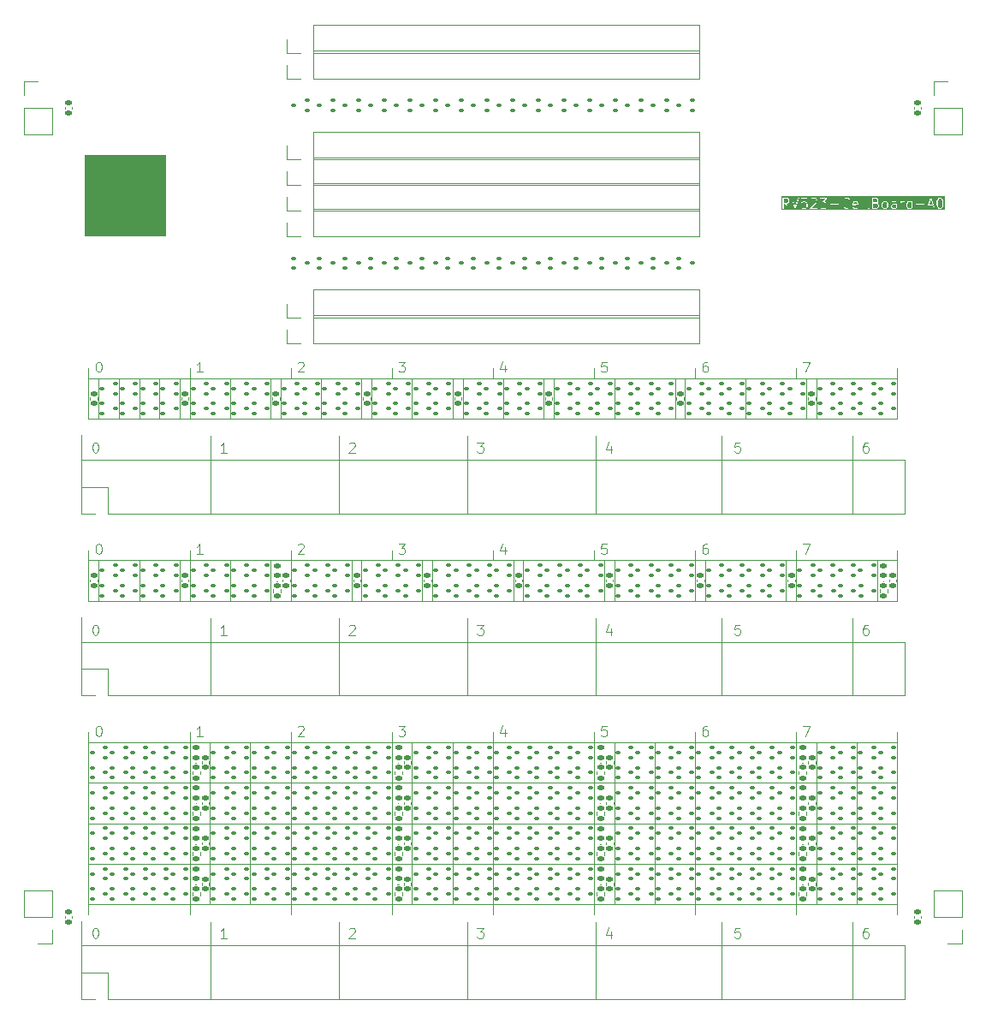
<source format=gbr>
%TF.GenerationSoftware,KiCad,Pcbnew,9.0.3*%
%TF.CreationDate,2025-07-27T22:52:35+02:00*%
%TF.ProjectId,RV523_CellTestBoard.final,52563532-335f-4436-956c-6c5465737442,rev?*%
%TF.SameCoordinates,Original*%
%TF.FileFunction,Legend,Top*%
%TF.FilePolarity,Positive*%
%FSLAX46Y46*%
G04 Gerber Fmt 4.6, Leading zero omitted, Abs format (unit mm)*
G04 Created by KiCad (PCBNEW 9.0.3) date 2025-07-27 22:52:35*
%MOMM*%
%LPD*%
G01*
G04 APERTURE LIST*
G04 Aperture macros list*
%AMRoundRect*
0 Rectangle with rounded corners*
0 $1 Rounding radius*
0 $2 $3 $4 $5 $6 $7 $8 $9 X,Y pos of 4 corners*
0 Add a 4 corners polygon primitive as box body*
4,1,4,$2,$3,$4,$5,$6,$7,$8,$9,$2,$3,0*
0 Add four circle primitives for the rounded corners*
1,1,$1+$1,$2,$3*
1,1,$1+$1,$4,$5*
1,1,$1+$1,$6,$7*
1,1,$1+$1,$8,$9*
0 Add four rect primitives between the rounded corners*
20,1,$1+$1,$2,$3,$4,$5,0*
20,1,$1+$1,$4,$5,$6,$7,0*
20,1,$1+$1,$6,$7,$8,$9,0*
20,1,$1+$1,$8,$9,$2,$3,0*%
G04 Aperture macros list end*
%ADD10C,0.100000*%
%ADD11C,0.120000*%
%ADD12RoundRect,0.109725X-0.140275X-0.089775X0.140275X-0.089775X0.140275X0.089775X-0.140275X0.089775X0*%
%ADD13RoundRect,0.109725X0.140275X0.089775X-0.140275X0.089775X-0.140275X-0.089775X0.140275X-0.089775X0*%
%ADD14R,1.700000X1.700000*%
%ADD15C,1.700000*%
%ADD16RoundRect,0.135000X-0.185000X0.135000X-0.185000X-0.135000X0.185000X-0.135000X0.185000X0.135000X0*%
%ADD17RoundRect,0.140000X-0.170000X0.140000X-0.170000X-0.140000X0.170000X-0.140000X0.170000X0.140000X0*%
%ADD18RoundRect,0.147500X0.172500X-0.147500X0.172500X0.147500X-0.172500X0.147500X-0.172500X-0.147500X0*%
%ADD19RoundRect,0.140000X0.170000X-0.140000X0.170000X0.140000X-0.170000X0.140000X-0.170000X-0.140000X0*%
%ADD20C,3.500000*%
G04 APERTURE END LIST*
D10*
X24000000Y-56000000D02*
X28000000Y-56000000D01*
X28000000Y-60000000D01*
X24000000Y-60000000D01*
X24000000Y-56000000D01*
X26000000Y-74000000D02*
X30000000Y-74000000D01*
X30000000Y-78000000D01*
X26000000Y-78000000D01*
X26000000Y-74000000D01*
X22098000Y-51325000D02*
X22098000Y-43705000D01*
X40000000Y-55000000D02*
X40000000Y-56000000D01*
X42000000Y-82000000D02*
X46000000Y-82000000D01*
X46000000Y-86000000D01*
X42000000Y-86000000D01*
X42000000Y-82000000D01*
X42000000Y-38000000D02*
X46000000Y-38000000D01*
X46000000Y-42000000D01*
X42000000Y-42000000D01*
X42000000Y-38000000D01*
X70000000Y-73000000D02*
X70000000Y-74000000D01*
X42000000Y-78000000D02*
X46000000Y-78000000D01*
X46000000Y-82000000D01*
X42000000Y-82000000D01*
X42000000Y-78000000D01*
X17000000Y-38000000D02*
X19000000Y-38000000D01*
X19000000Y-42000000D01*
X17000000Y-42000000D01*
X17000000Y-38000000D01*
X80000000Y-74000000D02*
X82000000Y-74000000D01*
X82000000Y-78000000D01*
X80000000Y-78000000D01*
X80000000Y-74000000D01*
X30000000Y-82000000D02*
X40000000Y-82000000D01*
X40000000Y-86000000D01*
X30000000Y-86000000D01*
X30000000Y-82000000D01*
X20000000Y-37000000D02*
X20000000Y-38000000D01*
X70000000Y-55000000D02*
X70000000Y-56000000D01*
X88000000Y-56000000D02*
X90000000Y-56000000D01*
X90000000Y-60000000D01*
X88000000Y-60000000D01*
X88000000Y-56000000D01*
X20000000Y-73000000D02*
X20000000Y-74000000D01*
X11000000Y-38000000D02*
X13000000Y-38000000D01*
X13000000Y-42000000D01*
X11000000Y-42000000D01*
X11000000Y-38000000D01*
X20000000Y-38000000D02*
X24000000Y-38000000D01*
X24000000Y-42000000D01*
X20000000Y-42000000D01*
X20000000Y-38000000D01*
X9250000Y-69270000D02*
X9250000Y-61650000D01*
X70000000Y-86000000D02*
X80000000Y-86000000D01*
X80000000Y-90000000D01*
X70000000Y-90000000D01*
X70000000Y-86000000D01*
X85598000Y-51325000D02*
X85598000Y-43705000D01*
X71000000Y-56000000D02*
X79000000Y-56000000D01*
X79000000Y-60000000D01*
X71000000Y-60000000D01*
X71000000Y-56000000D01*
X50000000Y-86000000D02*
X60000000Y-86000000D01*
X60000000Y-90000000D01*
X50000000Y-90000000D01*
X50000000Y-86000000D01*
X24000000Y-38000000D02*
X28000000Y-38000000D01*
X28000000Y-42000000D01*
X24000000Y-42000000D01*
X24000000Y-38000000D01*
X70000000Y-90000000D02*
X70000000Y-91000000D01*
X40000000Y-78000000D02*
X42000000Y-78000000D01*
X42000000Y-82000000D01*
X40000000Y-82000000D01*
X40000000Y-78000000D01*
X80000000Y-73000000D02*
X80000000Y-74000000D01*
X36000000Y-56000000D02*
X37000000Y-56000000D01*
X37000000Y-60000000D01*
X36000000Y-60000000D01*
X36000000Y-56000000D01*
X13000000Y-38000000D02*
X15000000Y-38000000D01*
X15000000Y-42000000D01*
X13000000Y-42000000D01*
X13000000Y-38000000D01*
X51000000Y-38000000D02*
X55000000Y-38000000D01*
X55000000Y-42000000D01*
X51000000Y-42000000D01*
X51000000Y-38000000D01*
X10000000Y-55000000D02*
X10000000Y-56000000D01*
X62000000Y-82000000D02*
X66000000Y-82000000D01*
X66000000Y-86000000D01*
X62000000Y-86000000D01*
X62000000Y-82000000D01*
X9600000Y-15900000D02*
X17600000Y-15900000D01*
X17600000Y-23900000D01*
X9600000Y-23900000D01*
X9600000Y-15900000D01*
G36*
X9600000Y-15900000D02*
G01*
X17600000Y-15900000D01*
X17600000Y-23900000D01*
X9600000Y-23900000D01*
X9600000Y-15900000D01*
G37*
X79000000Y-56000000D02*
X80000000Y-56000000D01*
X80000000Y-60000000D01*
X79000000Y-60000000D01*
X79000000Y-56000000D01*
X44000000Y-56000000D02*
X52000000Y-56000000D01*
X52000000Y-60000000D01*
X44000000Y-60000000D01*
X44000000Y-56000000D01*
X82000000Y-38000000D02*
X90000000Y-38000000D01*
X90000000Y-42000000D01*
X82000000Y-42000000D01*
X82000000Y-38000000D01*
X46000000Y-38000000D02*
X47000000Y-38000000D01*
X47000000Y-42000000D01*
X46000000Y-42000000D01*
X46000000Y-38000000D01*
X82000000Y-86000000D02*
X86000000Y-86000000D01*
X86000000Y-90000000D01*
X82000000Y-90000000D01*
X82000000Y-86000000D01*
X20000000Y-82000000D02*
X22000000Y-82000000D01*
X22000000Y-86000000D01*
X20000000Y-86000000D01*
X20000000Y-82000000D01*
X20000000Y-56000000D02*
X24000000Y-56000000D01*
X24000000Y-60000000D01*
X20000000Y-60000000D01*
X20000000Y-56000000D01*
X46000000Y-86000000D02*
X50000000Y-86000000D01*
X50000000Y-90000000D01*
X46000000Y-90000000D01*
X46000000Y-86000000D01*
X10000000Y-74000000D02*
X20000000Y-74000000D01*
X20000000Y-78000000D01*
X10000000Y-78000000D01*
X10000000Y-74000000D01*
X70000000Y-37000000D02*
X70000000Y-38000000D01*
X82000000Y-82000000D02*
X86000000Y-82000000D01*
X86000000Y-86000000D01*
X82000000Y-86000000D01*
X82000000Y-82000000D01*
X50000000Y-74000000D02*
X60000000Y-74000000D01*
X60000000Y-78000000D01*
X50000000Y-78000000D01*
X50000000Y-74000000D01*
X46000000Y-74000000D02*
X50000000Y-74000000D01*
X50000000Y-78000000D01*
X46000000Y-78000000D01*
X46000000Y-74000000D01*
X22000000Y-86000000D02*
X26000000Y-86000000D01*
X26000000Y-90000000D01*
X22000000Y-90000000D01*
X22000000Y-86000000D01*
X20000000Y-74000000D02*
X22000000Y-74000000D01*
X22000000Y-78000000D01*
X20000000Y-78000000D01*
X20000000Y-74000000D01*
X50000000Y-55000000D02*
X50000000Y-56000000D01*
X75000000Y-38000000D02*
X81000000Y-38000000D01*
X81000000Y-42000000D01*
X75000000Y-42000000D01*
X75000000Y-38000000D01*
X10000000Y-86000000D02*
X20000000Y-86000000D01*
X20000000Y-90000000D01*
X10000000Y-90000000D01*
X10000000Y-86000000D01*
X33000000Y-38000000D02*
X37000000Y-38000000D01*
X37000000Y-42000000D01*
X33000000Y-42000000D01*
X33000000Y-38000000D01*
X9250000Y-51215000D02*
X9250000Y-43595000D01*
X85598000Y-69380000D02*
X85598000Y-61760000D01*
X60198000Y-51325000D02*
X60198000Y-43705000D01*
X30000000Y-86000000D02*
X40000000Y-86000000D01*
X40000000Y-90000000D01*
X30000000Y-90000000D01*
X30000000Y-86000000D01*
X15000000Y-38000000D02*
X17000000Y-38000000D01*
X17000000Y-42000000D01*
X15000000Y-42000000D01*
X15000000Y-38000000D01*
X70000000Y-78000000D02*
X80000000Y-78000000D01*
X80000000Y-82000000D01*
X70000000Y-82000000D01*
X70000000Y-78000000D01*
X72644000Y-99380000D02*
X72644000Y-91760000D01*
X62000000Y-86000000D02*
X66000000Y-86000000D01*
X66000000Y-90000000D01*
X62000000Y-90000000D01*
X62000000Y-86000000D01*
X28000000Y-56000000D02*
X30000000Y-56000000D01*
X30000000Y-60000000D01*
X28000000Y-60000000D01*
X28000000Y-56000000D01*
X50000000Y-90000000D02*
X50000000Y-91000000D01*
X46000000Y-78000000D02*
X50000000Y-78000000D01*
X50000000Y-82000000D01*
X46000000Y-82000000D01*
X46000000Y-78000000D01*
X86000000Y-86000000D02*
X90000000Y-86000000D01*
X90000000Y-90000000D01*
X86000000Y-90000000D01*
X86000000Y-86000000D01*
X47498000Y-69380000D02*
X47498000Y-61760000D01*
X85598000Y-99380000D02*
X85598000Y-91760000D01*
X86000000Y-82000000D02*
X90000000Y-82000000D01*
X90000000Y-86000000D01*
X86000000Y-86000000D01*
X86000000Y-82000000D01*
X60000000Y-73000000D02*
X60000000Y-74000000D01*
X62000000Y-38000000D02*
X68000000Y-38000000D01*
X68000000Y-42000000D01*
X62000000Y-42000000D01*
X62000000Y-38000000D01*
X19000000Y-56000000D02*
X20000000Y-56000000D01*
X20000000Y-60000000D01*
X19000000Y-60000000D01*
X19000000Y-56000000D01*
X70000000Y-74000000D02*
X80000000Y-74000000D01*
X80000000Y-78000000D01*
X70000000Y-78000000D01*
X70000000Y-74000000D01*
X43000000Y-56000000D02*
X44000000Y-56000000D01*
X44000000Y-60000000D01*
X43000000Y-60000000D01*
X43000000Y-56000000D01*
X66000000Y-74000000D02*
X70000000Y-74000000D01*
X70000000Y-78000000D01*
X66000000Y-78000000D01*
X66000000Y-74000000D01*
X40000000Y-86000000D02*
X42000000Y-86000000D01*
X42000000Y-90000000D01*
X40000000Y-90000000D01*
X40000000Y-86000000D01*
X22000000Y-82000000D02*
X26000000Y-82000000D01*
X26000000Y-86000000D01*
X22000000Y-86000000D01*
X22000000Y-82000000D01*
X20000000Y-90000000D02*
X20000000Y-91000000D01*
X66000000Y-86000000D02*
X70000000Y-86000000D01*
X70000000Y-90000000D01*
X66000000Y-90000000D01*
X66000000Y-86000000D01*
X80000000Y-82000000D02*
X82000000Y-82000000D01*
X82000000Y-86000000D01*
X80000000Y-86000000D01*
X80000000Y-82000000D01*
X42000000Y-74000000D02*
X46000000Y-74000000D01*
X46000000Y-78000000D01*
X42000000Y-78000000D01*
X42000000Y-74000000D01*
X10000000Y-82000000D02*
X20000000Y-82000000D01*
X20000000Y-86000000D01*
X10000000Y-86000000D01*
X10000000Y-82000000D01*
X82000000Y-78000000D02*
X86000000Y-78000000D01*
X86000000Y-82000000D01*
X82000000Y-82000000D01*
X82000000Y-78000000D01*
X40000000Y-90000000D02*
X40000000Y-91000000D01*
X10000000Y-78000000D02*
X20000000Y-78000000D01*
X20000000Y-82000000D01*
X10000000Y-82000000D01*
X10000000Y-78000000D01*
X81000000Y-38000000D02*
X82000000Y-38000000D01*
X82000000Y-42000000D01*
X81000000Y-42000000D01*
X81000000Y-38000000D01*
X10000000Y-37000000D02*
X10000000Y-38000000D01*
X30000000Y-56000000D02*
X36000000Y-56000000D01*
X36000000Y-60000000D01*
X30000000Y-60000000D01*
X30000000Y-56000000D01*
X10000000Y-90000000D02*
X10000000Y-91000000D01*
X86000000Y-74000000D02*
X90000000Y-74000000D01*
X90000000Y-78000000D01*
X86000000Y-78000000D01*
X86000000Y-74000000D01*
X34798000Y-51325000D02*
X34798000Y-43705000D01*
X62000000Y-74000000D02*
X66000000Y-74000000D01*
X66000000Y-78000000D01*
X62000000Y-78000000D01*
X62000000Y-74000000D01*
X46000000Y-82000000D02*
X50000000Y-82000000D01*
X50000000Y-86000000D01*
X46000000Y-86000000D01*
X46000000Y-82000000D01*
X30000000Y-78000000D02*
X40000000Y-78000000D01*
X40000000Y-82000000D01*
X30000000Y-82000000D01*
X30000000Y-78000000D01*
X60198000Y-69380000D02*
X60198000Y-61760000D01*
X90000000Y-73000000D02*
X90000000Y-74000000D01*
X20000000Y-55000000D02*
X20000000Y-56000000D01*
X80000000Y-86000000D02*
X82000000Y-86000000D01*
X82000000Y-90000000D01*
X80000000Y-90000000D01*
X80000000Y-86000000D01*
X47498000Y-99380000D02*
X47498000Y-91760000D01*
X86000000Y-78000000D02*
X90000000Y-78000000D01*
X90000000Y-82000000D01*
X86000000Y-82000000D01*
X86000000Y-78000000D01*
X52000000Y-56000000D02*
X53000000Y-56000000D01*
X53000000Y-60000000D01*
X52000000Y-60000000D01*
X52000000Y-56000000D01*
X10000000Y-38000000D02*
X11000000Y-38000000D01*
X11000000Y-42000000D01*
X10000000Y-42000000D01*
X10000000Y-38000000D01*
X60000000Y-82000000D02*
X62000000Y-82000000D01*
X62000000Y-86000000D01*
X60000000Y-86000000D01*
X60000000Y-82000000D01*
X72644000Y-69380000D02*
X72644000Y-61760000D01*
X40000000Y-73000000D02*
X40000000Y-74000000D01*
X20000000Y-78000000D02*
X22000000Y-78000000D01*
X22000000Y-82000000D01*
X20000000Y-82000000D01*
X20000000Y-78000000D01*
X42000000Y-86000000D02*
X46000000Y-86000000D01*
X46000000Y-90000000D01*
X42000000Y-90000000D01*
X42000000Y-86000000D01*
X90000000Y-55000000D02*
X90000000Y-56000000D01*
X56000000Y-38000000D02*
X62000000Y-38000000D01*
X62000000Y-42000000D01*
X56000000Y-42000000D01*
X56000000Y-38000000D01*
X10000000Y-56000000D02*
X11000000Y-56000000D01*
X11000000Y-60000000D01*
X10000000Y-60000000D01*
X10000000Y-56000000D01*
X11000000Y-56000000D02*
X15000000Y-56000000D01*
X15000000Y-60000000D01*
X11000000Y-60000000D01*
X11000000Y-56000000D01*
X30000000Y-37000000D02*
X30000000Y-38000000D01*
X26000000Y-86000000D02*
X30000000Y-86000000D01*
X30000000Y-90000000D01*
X26000000Y-90000000D01*
X26000000Y-86000000D01*
X10000000Y-73000000D02*
X10000000Y-74000000D01*
X28000000Y-38000000D02*
X29000000Y-38000000D01*
X29000000Y-42000000D01*
X28000000Y-42000000D01*
X28000000Y-38000000D01*
X62000000Y-56000000D02*
X70000000Y-56000000D01*
X70000000Y-60000000D01*
X62000000Y-60000000D01*
X62000000Y-56000000D01*
X60000000Y-78000000D02*
X62000000Y-78000000D01*
X62000000Y-82000000D01*
X60000000Y-82000000D01*
X60000000Y-78000000D01*
X20000000Y-86000000D02*
X22000000Y-86000000D01*
X22000000Y-90000000D01*
X20000000Y-90000000D01*
X20000000Y-86000000D01*
X34798000Y-69380000D02*
X34798000Y-61760000D01*
X70000000Y-82000000D02*
X80000000Y-82000000D01*
X80000000Y-86000000D01*
X70000000Y-86000000D01*
X70000000Y-82000000D01*
X60000000Y-55000000D02*
X60000000Y-56000000D01*
X30000000Y-74000000D02*
X40000000Y-74000000D01*
X40000000Y-78000000D01*
X30000000Y-78000000D01*
X30000000Y-74000000D01*
X40000000Y-82000000D02*
X42000000Y-82000000D01*
X42000000Y-86000000D01*
X40000000Y-86000000D01*
X40000000Y-82000000D01*
X40000000Y-74000000D02*
X42000000Y-74000000D01*
X42000000Y-78000000D01*
X40000000Y-78000000D01*
X40000000Y-74000000D01*
X60000000Y-90000000D02*
X60000000Y-91000000D01*
X68000000Y-38000000D02*
X69000000Y-38000000D01*
X69000000Y-42000000D01*
X68000000Y-42000000D01*
X68000000Y-38000000D01*
X53000000Y-56000000D02*
X61000000Y-56000000D01*
X61000000Y-60000000D01*
X53000000Y-60000000D01*
X53000000Y-56000000D01*
X26000000Y-82000000D02*
X30000000Y-82000000D01*
X30000000Y-86000000D01*
X26000000Y-86000000D01*
X26000000Y-82000000D01*
X80000000Y-90000000D02*
X80000000Y-91000000D01*
X47000000Y-38000000D02*
X51000000Y-38000000D01*
X51000000Y-42000000D01*
X47000000Y-42000000D01*
X47000000Y-38000000D01*
X60000000Y-37000000D02*
X60000000Y-38000000D01*
X30000000Y-73000000D02*
X30000000Y-74000000D01*
X22000000Y-74000000D02*
X26000000Y-74000000D01*
X26000000Y-78000000D01*
X22000000Y-78000000D01*
X22000000Y-74000000D01*
X69000000Y-38000000D02*
X75000000Y-38000000D01*
X75000000Y-42000000D01*
X69000000Y-42000000D01*
X69000000Y-38000000D01*
X30000000Y-90000000D02*
X30000000Y-91000000D01*
X72644000Y-51325000D02*
X72644000Y-43705000D01*
X50000000Y-37000000D02*
X50000000Y-38000000D01*
X62000000Y-78000000D02*
X66000000Y-78000000D01*
X66000000Y-82000000D01*
X62000000Y-82000000D01*
X62000000Y-78000000D01*
X38000000Y-38000000D02*
X42000000Y-38000000D01*
X42000000Y-42000000D01*
X38000000Y-42000000D01*
X38000000Y-38000000D01*
X50000000Y-82000000D02*
X60000000Y-82000000D01*
X60000000Y-86000000D01*
X50000000Y-86000000D01*
X50000000Y-82000000D01*
X19000000Y-38000000D02*
X20000000Y-38000000D01*
X20000000Y-42000000D01*
X19000000Y-42000000D01*
X19000000Y-38000000D01*
X60000000Y-86000000D02*
X62000000Y-86000000D01*
X62000000Y-90000000D01*
X60000000Y-90000000D01*
X60000000Y-86000000D01*
X30000000Y-55000000D02*
X30000000Y-56000000D01*
X61000000Y-56000000D02*
X62000000Y-56000000D01*
X62000000Y-60000000D01*
X61000000Y-60000000D01*
X61000000Y-56000000D01*
X50000000Y-78000000D02*
X60000000Y-78000000D01*
X60000000Y-82000000D01*
X50000000Y-82000000D01*
X50000000Y-78000000D01*
X9250000Y-99270000D02*
X9250000Y-91650000D01*
X34798000Y-99380000D02*
X34798000Y-91760000D01*
X60198000Y-99380000D02*
X60198000Y-91760000D01*
X80000000Y-78000000D02*
X82000000Y-78000000D01*
X82000000Y-82000000D01*
X80000000Y-82000000D01*
X80000000Y-78000000D01*
X80000000Y-56000000D02*
X88000000Y-56000000D01*
X88000000Y-60000000D01*
X80000000Y-60000000D01*
X80000000Y-56000000D01*
X15000000Y-56000000D02*
X19000000Y-56000000D01*
X19000000Y-60000000D01*
X15000000Y-60000000D01*
X15000000Y-56000000D01*
X80000000Y-37000000D02*
X80000000Y-38000000D01*
X80000000Y-55000000D02*
X80000000Y-56000000D01*
X22098000Y-99380000D02*
X22098000Y-91760000D01*
X40000000Y-37000000D02*
X40000000Y-38000000D01*
X37000000Y-56000000D02*
X43000000Y-56000000D01*
X43000000Y-60000000D01*
X37000000Y-60000000D01*
X37000000Y-56000000D01*
X47498000Y-51325000D02*
X47498000Y-43705000D01*
X50000000Y-73000000D02*
X50000000Y-74000000D01*
X70000000Y-56000000D02*
X71000000Y-56000000D01*
X71000000Y-60000000D01*
X70000000Y-60000000D01*
X70000000Y-56000000D01*
X66000000Y-78000000D02*
X70000000Y-78000000D01*
X70000000Y-82000000D01*
X66000000Y-82000000D01*
X66000000Y-78000000D01*
X22098000Y-69380000D02*
X22098000Y-61760000D01*
X60000000Y-74000000D02*
X62000000Y-74000000D01*
X62000000Y-78000000D01*
X60000000Y-78000000D01*
X60000000Y-74000000D01*
X26000000Y-78000000D02*
X30000000Y-78000000D01*
X30000000Y-82000000D01*
X26000000Y-82000000D01*
X26000000Y-78000000D01*
X22000000Y-78000000D02*
X26000000Y-78000000D01*
X26000000Y-82000000D01*
X22000000Y-82000000D01*
X22000000Y-78000000D01*
X37000000Y-38000000D02*
X38000000Y-38000000D01*
X38000000Y-42000000D01*
X37000000Y-42000000D01*
X37000000Y-38000000D01*
X55000000Y-38000000D02*
X56000000Y-38000000D01*
X56000000Y-42000000D01*
X55000000Y-42000000D01*
X55000000Y-38000000D01*
X29000000Y-38000000D02*
X33000000Y-38000000D01*
X33000000Y-42000000D01*
X29000000Y-42000000D01*
X29000000Y-38000000D01*
X90000000Y-37000000D02*
X90000000Y-38000000D01*
X90000000Y-90000000D02*
X90000000Y-91000000D01*
X66000000Y-82000000D02*
X70000000Y-82000000D01*
X70000000Y-86000000D01*
X66000000Y-86000000D01*
X66000000Y-82000000D01*
X82000000Y-74000000D02*
X86000000Y-74000000D01*
X86000000Y-78000000D01*
X82000000Y-78000000D01*
X82000000Y-74000000D01*
X74406095Y-92344419D02*
X73929905Y-92344419D01*
X73929905Y-92344419D02*
X73882286Y-92820609D01*
X73882286Y-92820609D02*
X73929905Y-92772990D01*
X73929905Y-92772990D02*
X74025143Y-92725371D01*
X74025143Y-92725371D02*
X74263238Y-92725371D01*
X74263238Y-92725371D02*
X74358476Y-92772990D01*
X74358476Y-92772990D02*
X74406095Y-92820609D01*
X74406095Y-92820609D02*
X74453714Y-92915847D01*
X74453714Y-92915847D02*
X74453714Y-93153942D01*
X74453714Y-93153942D02*
X74406095Y-93249180D01*
X74406095Y-93249180D02*
X74358476Y-93296800D01*
X74358476Y-93296800D02*
X74263238Y-93344419D01*
X74263238Y-93344419D02*
X74025143Y-93344419D01*
X74025143Y-93344419D02*
X73929905Y-93296800D01*
X73929905Y-93296800D02*
X73882286Y-93249180D01*
X61238095Y-36372419D02*
X60761905Y-36372419D01*
X60761905Y-36372419D02*
X60714286Y-36848609D01*
X60714286Y-36848609D02*
X60761905Y-36800990D01*
X60761905Y-36800990D02*
X60857143Y-36753371D01*
X60857143Y-36753371D02*
X61095238Y-36753371D01*
X61095238Y-36753371D02*
X61190476Y-36800990D01*
X61190476Y-36800990D02*
X61238095Y-36848609D01*
X61238095Y-36848609D02*
X61285714Y-36943847D01*
X61285714Y-36943847D02*
X61285714Y-37181942D01*
X61285714Y-37181942D02*
X61238095Y-37277180D01*
X61238095Y-37277180D02*
X61190476Y-37324800D01*
X61190476Y-37324800D02*
X61095238Y-37372419D01*
X61095238Y-37372419D02*
X60857143Y-37372419D01*
X60857143Y-37372419D02*
X60761905Y-37324800D01*
X60761905Y-37324800D02*
X60714286Y-37277180D01*
X23653714Y-45338419D02*
X23082286Y-45338419D01*
X23368000Y-45338419D02*
X23368000Y-44338419D01*
X23368000Y-44338419D02*
X23272762Y-44481276D01*
X23272762Y-44481276D02*
X23177524Y-44576514D01*
X23177524Y-44576514D02*
X23082286Y-44624133D01*
X40666667Y-72372419D02*
X41285714Y-72372419D01*
X41285714Y-72372419D02*
X40952381Y-72753371D01*
X40952381Y-72753371D02*
X41095238Y-72753371D01*
X41095238Y-72753371D02*
X41190476Y-72800990D01*
X41190476Y-72800990D02*
X41238095Y-72848609D01*
X41238095Y-72848609D02*
X41285714Y-72943847D01*
X41285714Y-72943847D02*
X41285714Y-73181942D01*
X41285714Y-73181942D02*
X41238095Y-73277180D01*
X41238095Y-73277180D02*
X41190476Y-73324800D01*
X41190476Y-73324800D02*
X41095238Y-73372419D01*
X41095238Y-73372419D02*
X40809524Y-73372419D01*
X40809524Y-73372419D02*
X40714286Y-73324800D01*
X40714286Y-73324800D02*
X40666667Y-73277180D01*
X21285714Y-73372419D02*
X20714286Y-73372419D01*
X21000000Y-73372419D02*
X21000000Y-72372419D01*
X21000000Y-72372419D02*
X20904762Y-72515276D01*
X20904762Y-72515276D02*
X20809524Y-72610514D01*
X20809524Y-72610514D02*
X20714286Y-72658133D01*
X10620381Y-92344419D02*
X10715619Y-92344419D01*
X10715619Y-92344419D02*
X10810857Y-92392038D01*
X10810857Y-92392038D02*
X10858476Y-92439657D01*
X10858476Y-92439657D02*
X10906095Y-92534895D01*
X10906095Y-92534895D02*
X10953714Y-92725371D01*
X10953714Y-92725371D02*
X10953714Y-92963466D01*
X10953714Y-92963466D02*
X10906095Y-93153942D01*
X10906095Y-93153942D02*
X10858476Y-93249180D01*
X10858476Y-93249180D02*
X10810857Y-93296800D01*
X10810857Y-93296800D02*
X10715619Y-93344419D01*
X10715619Y-93344419D02*
X10620381Y-93344419D01*
X10620381Y-93344419D02*
X10525143Y-93296800D01*
X10525143Y-93296800D02*
X10477524Y-93249180D01*
X10477524Y-93249180D02*
X10429905Y-93153942D01*
X10429905Y-93153942D02*
X10382286Y-92963466D01*
X10382286Y-92963466D02*
X10382286Y-92725371D01*
X10382286Y-92725371D02*
X10429905Y-92534895D01*
X10429905Y-92534895D02*
X10477524Y-92439657D01*
X10477524Y-92439657D02*
X10525143Y-92392038D01*
X10525143Y-92392038D02*
X10620381Y-92344419D01*
X10620381Y-44338419D02*
X10715619Y-44338419D01*
X10715619Y-44338419D02*
X10810857Y-44386038D01*
X10810857Y-44386038D02*
X10858476Y-44433657D01*
X10858476Y-44433657D02*
X10906095Y-44528895D01*
X10906095Y-44528895D02*
X10953714Y-44719371D01*
X10953714Y-44719371D02*
X10953714Y-44957466D01*
X10953714Y-44957466D02*
X10906095Y-45147942D01*
X10906095Y-45147942D02*
X10858476Y-45243180D01*
X10858476Y-45243180D02*
X10810857Y-45290800D01*
X10810857Y-45290800D02*
X10715619Y-45338419D01*
X10715619Y-45338419D02*
X10620381Y-45338419D01*
X10620381Y-45338419D02*
X10525143Y-45290800D01*
X10525143Y-45290800D02*
X10477524Y-45243180D01*
X10477524Y-45243180D02*
X10429905Y-45147942D01*
X10429905Y-45147942D02*
X10382286Y-44957466D01*
X10382286Y-44957466D02*
X10382286Y-44719371D01*
X10382286Y-44719371D02*
X10429905Y-44528895D01*
X10429905Y-44528895D02*
X10477524Y-44433657D01*
X10477524Y-44433657D02*
X10525143Y-44386038D01*
X10525143Y-44386038D02*
X10620381Y-44338419D01*
X51190476Y-36705752D02*
X51190476Y-37372419D01*
X50952381Y-36324800D02*
X50714286Y-37039085D01*
X50714286Y-37039085D02*
X51333333Y-37039085D01*
X30714286Y-54467657D02*
X30761905Y-54420038D01*
X30761905Y-54420038D02*
X30857143Y-54372419D01*
X30857143Y-54372419D02*
X31095238Y-54372419D01*
X31095238Y-54372419D02*
X31190476Y-54420038D01*
X31190476Y-54420038D02*
X31238095Y-54467657D01*
X31238095Y-54467657D02*
X31285714Y-54562895D01*
X31285714Y-54562895D02*
X31285714Y-54658133D01*
X31285714Y-54658133D02*
X31238095Y-54800990D01*
X31238095Y-54800990D02*
X30666667Y-55372419D01*
X30666667Y-55372419D02*
X31285714Y-55372419D01*
X87058476Y-44338419D02*
X86868000Y-44338419D01*
X86868000Y-44338419D02*
X86772762Y-44386038D01*
X86772762Y-44386038D02*
X86725143Y-44433657D01*
X86725143Y-44433657D02*
X86629905Y-44576514D01*
X86629905Y-44576514D02*
X86582286Y-44766990D01*
X86582286Y-44766990D02*
X86582286Y-45147942D01*
X86582286Y-45147942D02*
X86629905Y-45243180D01*
X86629905Y-45243180D02*
X86677524Y-45290800D01*
X86677524Y-45290800D02*
X86772762Y-45338419D01*
X86772762Y-45338419D02*
X86963238Y-45338419D01*
X86963238Y-45338419D02*
X87058476Y-45290800D01*
X87058476Y-45290800D02*
X87106095Y-45243180D01*
X87106095Y-45243180D02*
X87153714Y-45147942D01*
X87153714Y-45147942D02*
X87153714Y-44909847D01*
X87153714Y-44909847D02*
X87106095Y-44814609D01*
X87106095Y-44814609D02*
X87058476Y-44766990D01*
X87058476Y-44766990D02*
X86963238Y-44719371D01*
X86963238Y-44719371D02*
X86772762Y-44719371D01*
X86772762Y-44719371D02*
X86677524Y-44766990D01*
X86677524Y-44766990D02*
X86629905Y-44814609D01*
X86629905Y-44814609D02*
X86582286Y-44909847D01*
X23653714Y-93344419D02*
X23082286Y-93344419D01*
X23368000Y-93344419D02*
X23368000Y-92344419D01*
X23368000Y-92344419D02*
X23272762Y-92487276D01*
X23272762Y-92487276D02*
X23177524Y-92582514D01*
X23177524Y-92582514D02*
X23082286Y-92630133D01*
X21285714Y-37372419D02*
X20714286Y-37372419D01*
X21000000Y-37372419D02*
X21000000Y-36372419D01*
X21000000Y-36372419D02*
X20904762Y-36515276D01*
X20904762Y-36515276D02*
X20809524Y-36610514D01*
X20809524Y-36610514D02*
X20714286Y-36658133D01*
X74406095Y-44338419D02*
X73929905Y-44338419D01*
X73929905Y-44338419D02*
X73882286Y-44814609D01*
X73882286Y-44814609D02*
X73929905Y-44766990D01*
X73929905Y-44766990D02*
X74025143Y-44719371D01*
X74025143Y-44719371D02*
X74263238Y-44719371D01*
X74263238Y-44719371D02*
X74358476Y-44766990D01*
X74358476Y-44766990D02*
X74406095Y-44814609D01*
X74406095Y-44814609D02*
X74453714Y-44909847D01*
X74453714Y-44909847D02*
X74453714Y-45147942D01*
X74453714Y-45147942D02*
X74406095Y-45243180D01*
X74406095Y-45243180D02*
X74358476Y-45290800D01*
X74358476Y-45290800D02*
X74263238Y-45338419D01*
X74263238Y-45338419D02*
X74025143Y-45338419D01*
X74025143Y-45338419D02*
X73929905Y-45290800D01*
X73929905Y-45290800D02*
X73882286Y-45243180D01*
X10952381Y-72372419D02*
X11047619Y-72372419D01*
X11047619Y-72372419D02*
X11142857Y-72420038D01*
X11142857Y-72420038D02*
X11190476Y-72467657D01*
X11190476Y-72467657D02*
X11238095Y-72562895D01*
X11238095Y-72562895D02*
X11285714Y-72753371D01*
X11285714Y-72753371D02*
X11285714Y-72991466D01*
X11285714Y-72991466D02*
X11238095Y-73181942D01*
X11238095Y-73181942D02*
X11190476Y-73277180D01*
X11190476Y-73277180D02*
X11142857Y-73324800D01*
X11142857Y-73324800D02*
X11047619Y-73372419D01*
X11047619Y-73372419D02*
X10952381Y-73372419D01*
X10952381Y-73372419D02*
X10857143Y-73324800D01*
X10857143Y-73324800D02*
X10809524Y-73277180D01*
X10809524Y-73277180D02*
X10761905Y-73181942D01*
X10761905Y-73181942D02*
X10714286Y-72991466D01*
X10714286Y-72991466D02*
X10714286Y-72753371D01*
X10714286Y-72753371D02*
X10761905Y-72562895D01*
X10761905Y-72562895D02*
X10809524Y-72467657D01*
X10809524Y-72467657D02*
X10857143Y-72420038D01*
X10857143Y-72420038D02*
X10952381Y-72372419D01*
X40666667Y-54372419D02*
X41285714Y-54372419D01*
X41285714Y-54372419D02*
X40952381Y-54753371D01*
X40952381Y-54753371D02*
X41095238Y-54753371D01*
X41095238Y-54753371D02*
X41190476Y-54800990D01*
X41190476Y-54800990D02*
X41238095Y-54848609D01*
X41238095Y-54848609D02*
X41285714Y-54943847D01*
X41285714Y-54943847D02*
X41285714Y-55181942D01*
X41285714Y-55181942D02*
X41238095Y-55277180D01*
X41238095Y-55277180D02*
X41190476Y-55324800D01*
X41190476Y-55324800D02*
X41095238Y-55372419D01*
X41095238Y-55372419D02*
X40809524Y-55372419D01*
X40809524Y-55372419D02*
X40714286Y-55324800D01*
X40714286Y-55324800D02*
X40666667Y-55277180D01*
X23653714Y-63372419D02*
X23082286Y-63372419D01*
X23368000Y-63372419D02*
X23368000Y-62372419D01*
X23368000Y-62372419D02*
X23272762Y-62515276D01*
X23272762Y-62515276D02*
X23177524Y-62610514D01*
X23177524Y-62610514D02*
X23082286Y-62658133D01*
X35782286Y-44433657D02*
X35829905Y-44386038D01*
X35829905Y-44386038D02*
X35925143Y-44338419D01*
X35925143Y-44338419D02*
X36163238Y-44338419D01*
X36163238Y-44338419D02*
X36258476Y-44386038D01*
X36258476Y-44386038D02*
X36306095Y-44433657D01*
X36306095Y-44433657D02*
X36353714Y-44528895D01*
X36353714Y-44528895D02*
X36353714Y-44624133D01*
X36353714Y-44624133D02*
X36306095Y-44766990D01*
X36306095Y-44766990D02*
X35734667Y-45338419D01*
X35734667Y-45338419D02*
X36353714Y-45338419D01*
X30714286Y-36467657D02*
X30761905Y-36420038D01*
X30761905Y-36420038D02*
X30857143Y-36372419D01*
X30857143Y-36372419D02*
X31095238Y-36372419D01*
X31095238Y-36372419D02*
X31190476Y-36420038D01*
X31190476Y-36420038D02*
X31238095Y-36467657D01*
X31238095Y-36467657D02*
X31285714Y-36562895D01*
X31285714Y-36562895D02*
X31285714Y-36658133D01*
X31285714Y-36658133D02*
X31238095Y-36800990D01*
X31238095Y-36800990D02*
X30666667Y-37372419D01*
X30666667Y-37372419D02*
X31285714Y-37372419D01*
X71190476Y-36372419D02*
X71000000Y-36372419D01*
X71000000Y-36372419D02*
X70904762Y-36420038D01*
X70904762Y-36420038D02*
X70857143Y-36467657D01*
X70857143Y-36467657D02*
X70761905Y-36610514D01*
X70761905Y-36610514D02*
X70714286Y-36800990D01*
X70714286Y-36800990D02*
X70714286Y-37181942D01*
X70714286Y-37181942D02*
X70761905Y-37277180D01*
X70761905Y-37277180D02*
X70809524Y-37324800D01*
X70809524Y-37324800D02*
X70904762Y-37372419D01*
X70904762Y-37372419D02*
X71095238Y-37372419D01*
X71095238Y-37372419D02*
X71190476Y-37324800D01*
X71190476Y-37324800D02*
X71238095Y-37277180D01*
X71238095Y-37277180D02*
X71285714Y-37181942D01*
X71285714Y-37181942D02*
X71285714Y-36943847D01*
X71285714Y-36943847D02*
X71238095Y-36848609D01*
X71238095Y-36848609D02*
X71190476Y-36800990D01*
X71190476Y-36800990D02*
X71095238Y-36753371D01*
X71095238Y-36753371D02*
X70904762Y-36753371D01*
X70904762Y-36753371D02*
X70809524Y-36800990D01*
X70809524Y-36800990D02*
X70761905Y-36848609D01*
X70761905Y-36848609D02*
X70714286Y-36943847D01*
X61658476Y-62705752D02*
X61658476Y-63372419D01*
X61420381Y-62324800D02*
X61182286Y-63039085D01*
X61182286Y-63039085D02*
X61801333Y-63039085D01*
X10620381Y-62372419D02*
X10715619Y-62372419D01*
X10715619Y-62372419D02*
X10810857Y-62420038D01*
X10810857Y-62420038D02*
X10858476Y-62467657D01*
X10858476Y-62467657D02*
X10906095Y-62562895D01*
X10906095Y-62562895D02*
X10953714Y-62753371D01*
X10953714Y-62753371D02*
X10953714Y-62991466D01*
X10953714Y-62991466D02*
X10906095Y-63181942D01*
X10906095Y-63181942D02*
X10858476Y-63277180D01*
X10858476Y-63277180D02*
X10810857Y-63324800D01*
X10810857Y-63324800D02*
X10715619Y-63372419D01*
X10715619Y-63372419D02*
X10620381Y-63372419D01*
X10620381Y-63372419D02*
X10525143Y-63324800D01*
X10525143Y-63324800D02*
X10477524Y-63277180D01*
X10477524Y-63277180D02*
X10429905Y-63181942D01*
X10429905Y-63181942D02*
X10382286Y-62991466D01*
X10382286Y-62991466D02*
X10382286Y-62753371D01*
X10382286Y-62753371D02*
X10429905Y-62562895D01*
X10429905Y-62562895D02*
X10477524Y-62467657D01*
X10477524Y-62467657D02*
X10525143Y-62420038D01*
X10525143Y-62420038D02*
X10620381Y-62372419D01*
X71190476Y-72372419D02*
X71000000Y-72372419D01*
X71000000Y-72372419D02*
X70904762Y-72420038D01*
X70904762Y-72420038D02*
X70857143Y-72467657D01*
X70857143Y-72467657D02*
X70761905Y-72610514D01*
X70761905Y-72610514D02*
X70714286Y-72800990D01*
X70714286Y-72800990D02*
X70714286Y-73181942D01*
X70714286Y-73181942D02*
X70761905Y-73277180D01*
X70761905Y-73277180D02*
X70809524Y-73324800D01*
X70809524Y-73324800D02*
X70904762Y-73372419D01*
X70904762Y-73372419D02*
X71095238Y-73372419D01*
X71095238Y-73372419D02*
X71190476Y-73324800D01*
X71190476Y-73324800D02*
X71238095Y-73277180D01*
X71238095Y-73277180D02*
X71285714Y-73181942D01*
X71285714Y-73181942D02*
X71285714Y-72943847D01*
X71285714Y-72943847D02*
X71238095Y-72848609D01*
X71238095Y-72848609D02*
X71190476Y-72800990D01*
X71190476Y-72800990D02*
X71095238Y-72753371D01*
X71095238Y-72753371D02*
X70904762Y-72753371D01*
X70904762Y-72753371D02*
X70809524Y-72800990D01*
X70809524Y-72800990D02*
X70761905Y-72848609D01*
X70761905Y-72848609D02*
X70714286Y-72943847D01*
X80666667Y-72372419D02*
X81333333Y-72372419D01*
X81333333Y-72372419D02*
X80904762Y-73372419D01*
X21285714Y-55372419D02*
X20714286Y-55372419D01*
X21000000Y-55372419D02*
X21000000Y-54372419D01*
X21000000Y-54372419D02*
X20904762Y-54515276D01*
X20904762Y-54515276D02*
X20809524Y-54610514D01*
X20809524Y-54610514D02*
X20714286Y-54658133D01*
X74406095Y-62372419D02*
X73929905Y-62372419D01*
X73929905Y-62372419D02*
X73882286Y-62848609D01*
X73882286Y-62848609D02*
X73929905Y-62800990D01*
X73929905Y-62800990D02*
X74025143Y-62753371D01*
X74025143Y-62753371D02*
X74263238Y-62753371D01*
X74263238Y-62753371D02*
X74358476Y-62800990D01*
X74358476Y-62800990D02*
X74406095Y-62848609D01*
X74406095Y-62848609D02*
X74453714Y-62943847D01*
X74453714Y-62943847D02*
X74453714Y-63181942D01*
X74453714Y-63181942D02*
X74406095Y-63277180D01*
X74406095Y-63277180D02*
X74358476Y-63324800D01*
X74358476Y-63324800D02*
X74263238Y-63372419D01*
X74263238Y-63372419D02*
X74025143Y-63372419D01*
X74025143Y-63372419D02*
X73929905Y-63324800D01*
X73929905Y-63324800D02*
X73882286Y-63277180D01*
X48434667Y-44338419D02*
X49053714Y-44338419D01*
X49053714Y-44338419D02*
X48720381Y-44719371D01*
X48720381Y-44719371D02*
X48863238Y-44719371D01*
X48863238Y-44719371D02*
X48958476Y-44766990D01*
X48958476Y-44766990D02*
X49006095Y-44814609D01*
X49006095Y-44814609D02*
X49053714Y-44909847D01*
X49053714Y-44909847D02*
X49053714Y-45147942D01*
X49053714Y-45147942D02*
X49006095Y-45243180D01*
X49006095Y-45243180D02*
X48958476Y-45290800D01*
X48958476Y-45290800D02*
X48863238Y-45338419D01*
X48863238Y-45338419D02*
X48577524Y-45338419D01*
X48577524Y-45338419D02*
X48482286Y-45290800D01*
X48482286Y-45290800D02*
X48434667Y-45243180D01*
X61238095Y-72372419D02*
X60761905Y-72372419D01*
X60761905Y-72372419D02*
X60714286Y-72848609D01*
X60714286Y-72848609D02*
X60761905Y-72800990D01*
X60761905Y-72800990D02*
X60857143Y-72753371D01*
X60857143Y-72753371D02*
X61095238Y-72753371D01*
X61095238Y-72753371D02*
X61190476Y-72800990D01*
X61190476Y-72800990D02*
X61238095Y-72848609D01*
X61238095Y-72848609D02*
X61285714Y-72943847D01*
X61285714Y-72943847D02*
X61285714Y-73181942D01*
X61285714Y-73181942D02*
X61238095Y-73277180D01*
X61238095Y-73277180D02*
X61190476Y-73324800D01*
X61190476Y-73324800D02*
X61095238Y-73372419D01*
X61095238Y-73372419D02*
X60857143Y-73372419D01*
X60857143Y-73372419D02*
X60761905Y-73324800D01*
X60761905Y-73324800D02*
X60714286Y-73277180D01*
G36*
X85999949Y-20590638D02*
G01*
X86034836Y-20660412D01*
X86034836Y-20702856D01*
X85658646Y-20778094D01*
X85658646Y-20660412D01*
X85693532Y-20590638D01*
X85763307Y-20555752D01*
X85930176Y-20555752D01*
X85999949Y-20590638D01*
G37*
G36*
X88010209Y-20739929D02*
G01*
X88043744Y-20773465D01*
X88082456Y-20850888D01*
X88082456Y-20970138D01*
X88043744Y-21047561D01*
X88007598Y-21083708D01*
X87930177Y-21122419D01*
X87611028Y-21122419D01*
X87611028Y-20698609D01*
X87886248Y-20698609D01*
X88010209Y-20739929D01*
G37*
G36*
X87959981Y-20261130D02*
G01*
X87996125Y-20297275D01*
X88034837Y-20374698D01*
X88034837Y-20446329D01*
X87996125Y-20523752D01*
X87959981Y-20559897D01*
X87882558Y-20598609D01*
X87611028Y-20598609D01*
X87611028Y-20222419D01*
X87882558Y-20222419D01*
X87959981Y-20261130D01*
G37*
G36*
X88912362Y-20594463D02*
G01*
X88948506Y-20630608D01*
X88987218Y-20708031D01*
X88987218Y-20970138D01*
X88948506Y-21047561D01*
X88912360Y-21083708D01*
X88834939Y-21122419D01*
X88715689Y-21122419D01*
X88638266Y-21083708D01*
X88602120Y-21047561D01*
X88563409Y-20970139D01*
X88563409Y-20708031D01*
X88602120Y-20630607D01*
X88638265Y-20594463D01*
X88715689Y-20555752D01*
X88834939Y-20555752D01*
X88912362Y-20594463D01*
G37*
G36*
X89844361Y-21093898D02*
G01*
X89787320Y-21122419D01*
X89572832Y-21122419D01*
X89503057Y-21087532D01*
X89468171Y-21017759D01*
X89468171Y-20946126D01*
X89503057Y-20876352D01*
X89572832Y-20841466D01*
X89799123Y-20841466D01*
X89801579Y-20840977D01*
X89802668Y-20841340D01*
X89810395Y-20839223D01*
X89818257Y-20837660D01*
X89819068Y-20836848D01*
X89821484Y-20836187D01*
X89844361Y-20824748D01*
X89844361Y-21093898D01*
G37*
G36*
X91368171Y-20584272D02*
G01*
X91368171Y-21093898D01*
X91311130Y-21122419D01*
X91144261Y-21122419D01*
X91066838Y-21083708D01*
X91030692Y-21047561D01*
X90991981Y-20970139D01*
X90991981Y-20708031D01*
X91030692Y-20630607D01*
X91066837Y-20594463D01*
X91144261Y-20555752D01*
X91311130Y-20555752D01*
X91368171Y-20584272D01*
G37*
G36*
X94340934Y-20261130D02*
G01*
X94377078Y-20297275D01*
X94418614Y-20380347D01*
X94463409Y-20559526D01*
X94463409Y-20785311D01*
X94418614Y-20964489D01*
X94377078Y-21047561D01*
X94340932Y-21083708D01*
X94263511Y-21122419D01*
X94191880Y-21122419D01*
X94114457Y-21083708D01*
X94078311Y-21047561D01*
X94036776Y-20964491D01*
X93991981Y-20785311D01*
X93991981Y-20559526D01*
X94036776Y-20380346D01*
X94078311Y-20297274D01*
X94114456Y-20261130D01*
X94191880Y-20222419D01*
X94263511Y-20222419D01*
X94340934Y-20261130D01*
G37*
G36*
X93491657Y-20836704D02*
G01*
X93154209Y-20836704D01*
X93322933Y-20330532D01*
X93491657Y-20836704D01*
G37*
G36*
X79150456Y-20261130D02*
G01*
X79186600Y-20297275D01*
X79225312Y-20374698D01*
X79225312Y-20493948D01*
X79186600Y-20571371D01*
X79150456Y-20607516D01*
X79073033Y-20646228D01*
X78753884Y-20646228D01*
X78753884Y-20222419D01*
X79073033Y-20222419D01*
X79150456Y-20261130D01*
G37*
G36*
X94674520Y-21333530D02*
G01*
X78542773Y-21333530D01*
X78542773Y-20172419D01*
X78653884Y-20172419D01*
X78653884Y-21172419D01*
X78657690Y-21191553D01*
X78684750Y-21218613D01*
X78723018Y-21218613D01*
X78750078Y-21191553D01*
X78753884Y-21172419D01*
X78753884Y-20746228D01*
X78915946Y-20746228D01*
X79234350Y-21201092D01*
X79248441Y-21214585D01*
X79286127Y-21221235D01*
X79317478Y-21199290D01*
X79324128Y-21161604D01*
X79316274Y-21143746D01*
X79038012Y-20746228D01*
X79084836Y-20746228D01*
X79087292Y-20745739D01*
X79088381Y-20746102D01*
X79096108Y-20743985D01*
X79103970Y-20742422D01*
X79104781Y-20741610D01*
X79107197Y-20740949D01*
X79202434Y-20693331D01*
X79208767Y-20688415D01*
X79215429Y-20683964D01*
X79263048Y-20636346D01*
X79267502Y-20629679D01*
X79272414Y-20623351D01*
X79320033Y-20528113D01*
X79320694Y-20525697D01*
X79321506Y-20524886D01*
X79323069Y-20517024D01*
X79325186Y-20509297D01*
X79324823Y-20508208D01*
X79325312Y-20505752D01*
X79325312Y-20362895D01*
X79324823Y-20360438D01*
X79325186Y-20359350D01*
X79323069Y-20351622D01*
X79321506Y-20343761D01*
X79320694Y-20342949D01*
X79320033Y-20340534D01*
X79272414Y-20245296D01*
X79267502Y-20238967D01*
X79263048Y-20232301D01*
X79215429Y-20184683D01*
X79208767Y-20180231D01*
X79202434Y-20175316D01*
X79189552Y-20168875D01*
X79511153Y-20168875D01*
X79513593Y-20188230D01*
X79846926Y-21188230D01*
X79856587Y-21205178D01*
X79859928Y-21206848D01*
X79861600Y-21210192D01*
X79876642Y-21215205D01*
X79890816Y-21222293D01*
X79894359Y-21221111D01*
X79897904Y-21222293D01*
X79912083Y-21215203D01*
X79927120Y-21210191D01*
X79928790Y-21206850D01*
X79932133Y-21205179D01*
X79941794Y-21188230D01*
X80123326Y-20643634D01*
X80463656Y-20643634D01*
X80465539Y-20663052D01*
X80467214Y-20665099D01*
X80467214Y-20667743D01*
X80479111Y-20679640D01*
X80489772Y-20692670D01*
X80492404Y-20692933D01*
X80494274Y-20694803D01*
X80511101Y-20694803D01*
X80527851Y-20696478D01*
X80529898Y-20694803D01*
X80532542Y-20694803D01*
X80548763Y-20683964D01*
X80590645Y-20642082D01*
X80668069Y-20603371D01*
X80882557Y-20603371D01*
X80959980Y-20642082D01*
X80996124Y-20678227D01*
X81034836Y-20755650D01*
X81034836Y-20970138D01*
X80996124Y-21047561D01*
X80959978Y-21083708D01*
X80882557Y-21122419D01*
X80668069Y-21122419D01*
X80590646Y-21083708D01*
X80548764Y-21041825D01*
X80532543Y-21030986D01*
X80494274Y-21030986D01*
X80467214Y-21058045D01*
X80467214Y-21096314D01*
X80478052Y-21112535D01*
X80525671Y-21160155D01*
X80532337Y-21164609D01*
X80538666Y-21169521D01*
X80633904Y-21217140D01*
X80636319Y-21217801D01*
X80637131Y-21218613D01*
X80644992Y-21220176D01*
X80652720Y-21222293D01*
X80653808Y-21221930D01*
X80656265Y-21222419D01*
X80894360Y-21222419D01*
X80896816Y-21221930D01*
X80897905Y-21222293D01*
X80905632Y-21220176D01*
X80913494Y-21218613D01*
X80914305Y-21217801D01*
X80916721Y-21217140D01*
X81011958Y-21169522D01*
X81018285Y-21164611D01*
X81024954Y-21160155D01*
X81031824Y-21153285D01*
X81371976Y-21153285D01*
X81371976Y-21191553D01*
X81399036Y-21218613D01*
X81418170Y-21222419D01*
X82037217Y-21222419D01*
X82056351Y-21218613D01*
X82083411Y-21191553D01*
X82083411Y-21153285D01*
X82056351Y-21126225D01*
X82037217Y-21122419D01*
X81538880Y-21122419D01*
X82024953Y-20636345D01*
X82026343Y-20634263D01*
X82027371Y-20633750D01*
X82031341Y-20626784D01*
X82035792Y-20620124D01*
X82035792Y-20618976D01*
X82037032Y-20616801D01*
X82084651Y-20473945D01*
X82085653Y-20465994D01*
X82087217Y-20458133D01*
X82087217Y-20362895D01*
X82086728Y-20360438D01*
X82087091Y-20359350D01*
X82084974Y-20351622D01*
X82083411Y-20343761D01*
X82082599Y-20342949D01*
X82081938Y-20340534D01*
X82034319Y-20245296D01*
X82029407Y-20238967D01*
X82024953Y-20232301D01*
X81977334Y-20184683D01*
X81970672Y-20180231D01*
X81964339Y-20175316D01*
X81920277Y-20153285D01*
X82324357Y-20153285D01*
X82324357Y-20191553D01*
X82351417Y-20218613D01*
X82370551Y-20222419D01*
X82879410Y-20222419D01*
X82618636Y-20520446D01*
X82611541Y-20532766D01*
X82610071Y-20534237D01*
X82610071Y-20535320D01*
X82608901Y-20537352D01*
X82610071Y-20554906D01*
X82610071Y-20572505D01*
X82611327Y-20573761D01*
X82611446Y-20575536D01*
X82624690Y-20587124D01*
X82637131Y-20599565D01*
X82639431Y-20600022D01*
X82640246Y-20600735D01*
X82642318Y-20600596D01*
X82656265Y-20603371D01*
X82787319Y-20603371D01*
X82864742Y-20642082D01*
X82900886Y-20678227D01*
X82939598Y-20755650D01*
X82939598Y-20970138D01*
X82900886Y-21047561D01*
X82864740Y-21083708D01*
X82787319Y-21122419D01*
X82525212Y-21122419D01*
X82447789Y-21083708D01*
X82405907Y-21041825D01*
X82389686Y-21030986D01*
X82351417Y-21030986D01*
X82324357Y-21058045D01*
X82324357Y-21096314D01*
X82335195Y-21112535D01*
X82382814Y-21160155D01*
X82389480Y-21164609D01*
X82395809Y-21169521D01*
X82491047Y-21217140D01*
X82493462Y-21217801D01*
X82494274Y-21218613D01*
X82502135Y-21220176D01*
X82509863Y-21222293D01*
X82510951Y-21221930D01*
X82513408Y-21222419D01*
X82799122Y-21222419D01*
X82801578Y-21221930D01*
X82802667Y-21222293D01*
X82810394Y-21220176D01*
X82818256Y-21218613D01*
X82819067Y-21217801D01*
X82821483Y-21217140D01*
X82916720Y-21169522D01*
X82923047Y-21164611D01*
X82929716Y-21160155D01*
X82977335Y-21112535D01*
X82981788Y-21105869D01*
X82986700Y-21099541D01*
X83034319Y-21004303D01*
X83034980Y-21001887D01*
X83035792Y-21001076D01*
X83037355Y-20993214D01*
X83039472Y-20985487D01*
X83039109Y-20984398D01*
X83039598Y-20981942D01*
X83039598Y-20772332D01*
X83371976Y-20772332D01*
X83371976Y-20810600D01*
X83399036Y-20837660D01*
X83418170Y-20841466D01*
X84180075Y-20841466D01*
X84199209Y-20837660D01*
X84226269Y-20810600D01*
X84226269Y-20772332D01*
X84199209Y-20745272D01*
X84180075Y-20741466D01*
X83418170Y-20741466D01*
X83399036Y-20745272D01*
X83371976Y-20772332D01*
X83039598Y-20772332D01*
X83039598Y-20743847D01*
X83039109Y-20741390D01*
X83039472Y-20740302D01*
X83037355Y-20732574D01*
X83035792Y-20724713D01*
X83034980Y-20723901D01*
X83034319Y-20721486D01*
X82986700Y-20626248D01*
X82981788Y-20619919D01*
X82977334Y-20613253D01*
X82965071Y-20600990D01*
X84558646Y-20600990D01*
X84558646Y-20743847D01*
X84559841Y-20749856D01*
X84560139Y-20755974D01*
X84607758Y-20946450D01*
X84610097Y-20951402D01*
X84611544Y-20956684D01*
X84659162Y-21051921D01*
X84664073Y-21058249D01*
X84668528Y-21064916D01*
X84763767Y-21160155D01*
X84765848Y-21161545D01*
X84766362Y-21162573D01*
X84773327Y-21166543D01*
X84779988Y-21170994D01*
X84781136Y-21170994D01*
X84783311Y-21172234D01*
X84926167Y-21219853D01*
X84934117Y-21220855D01*
X84941979Y-21222419D01*
X85037217Y-21222419D01*
X85045079Y-21220855D01*
X85053028Y-21219853D01*
X85195885Y-21172234D01*
X85198060Y-21170994D01*
X85199209Y-21170994D01*
X85205879Y-21166536D01*
X85212833Y-21162573D01*
X85213345Y-21161547D01*
X85215430Y-21160155D01*
X85263049Y-21112535D01*
X85273887Y-21096314D01*
X85273887Y-21058045D01*
X85246827Y-21030986D01*
X85208558Y-21030986D01*
X85192337Y-21041825D01*
X85153064Y-21081098D01*
X85029104Y-21122419D01*
X84950092Y-21122419D01*
X84826132Y-21081099D01*
X84744976Y-20999942D01*
X84703441Y-20916872D01*
X84658646Y-20737692D01*
X84658646Y-20648609D01*
X85558646Y-20648609D01*
X85558646Y-21029561D01*
X85559134Y-21032017D01*
X85558772Y-21033105D01*
X85560887Y-21040829D01*
X85562452Y-21048695D01*
X85563263Y-21049506D01*
X85563925Y-21051921D01*
X85611543Y-21147160D01*
X85617646Y-21155024D01*
X85618492Y-21157560D01*
X85621315Y-21159751D01*
X85623505Y-21162572D01*
X85626038Y-21163416D01*
X85633904Y-21169521D01*
X85729142Y-21217140D01*
X85731557Y-21217801D01*
X85732369Y-21218613D01*
X85740230Y-21220176D01*
X85747958Y-21222293D01*
X85749046Y-21221930D01*
X85751503Y-21222419D01*
X85941979Y-21222419D01*
X85944435Y-21221930D01*
X85945524Y-21222293D01*
X85953251Y-21220176D01*
X85961113Y-21218613D01*
X85961924Y-21217801D01*
X85964340Y-21217140D01*
X86059577Y-21169522D01*
X86074989Y-21157560D01*
X86087091Y-21121256D01*
X86069977Y-21087028D01*
X86033672Y-21074926D01*
X86014856Y-21080079D01*
X85930176Y-21122419D01*
X85763307Y-21122419D01*
X85693532Y-21087532D01*
X85658646Y-21017759D01*
X85658646Y-20880075D01*
X86094641Y-20792876D01*
X86101466Y-20790041D01*
X86103970Y-20790041D01*
X86105749Y-20788261D01*
X86112657Y-20785392D01*
X86120733Y-20773278D01*
X86131030Y-20762981D01*
X86132489Y-20755643D01*
X86133885Y-20753550D01*
X86133394Y-20751095D01*
X86134836Y-20743847D01*
X86134836Y-20648609D01*
X86134347Y-20646152D01*
X86134710Y-20645064D01*
X86132593Y-20637336D01*
X86131030Y-20629475D01*
X86130218Y-20628663D01*
X86129557Y-20626248D01*
X86081938Y-20531010D01*
X86075833Y-20523144D01*
X86074989Y-20520611D01*
X86072168Y-20518421D01*
X86069977Y-20515598D01*
X86067441Y-20514752D01*
X86059577Y-20508649D01*
X85964340Y-20461031D01*
X85961924Y-20460369D01*
X85961113Y-20459558D01*
X85953251Y-20457994D01*
X85945524Y-20455878D01*
X85944435Y-20456240D01*
X85941979Y-20455752D01*
X85751503Y-20455752D01*
X85749046Y-20456240D01*
X85747958Y-20455878D01*
X85740230Y-20457994D01*
X85732369Y-20459558D01*
X85731557Y-20460369D01*
X85729142Y-20461031D01*
X85633904Y-20508650D01*
X85626038Y-20514754D01*
X85623505Y-20515599D01*
X85621315Y-20518419D01*
X85618492Y-20520611D01*
X85617646Y-20523146D01*
X85611543Y-20531011D01*
X85563925Y-20626248D01*
X85563263Y-20628663D01*
X85562452Y-20629475D01*
X85560888Y-20637336D01*
X85558772Y-20645064D01*
X85559134Y-20646152D01*
X85558646Y-20648609D01*
X84658646Y-20648609D01*
X84658646Y-20607145D01*
X84703441Y-20427965D01*
X84744977Y-20344893D01*
X84826130Y-20263739D01*
X84950092Y-20222419D01*
X85029104Y-20222419D01*
X85153065Y-20263739D01*
X85192337Y-20303012D01*
X85208558Y-20313851D01*
X85246827Y-20313851D01*
X85273887Y-20286791D01*
X85273887Y-20248522D01*
X85263048Y-20232301D01*
X85215429Y-20184683D01*
X85213346Y-20183291D01*
X85212833Y-20182265D01*
X85205872Y-20178297D01*
X85199208Y-20173844D01*
X85198060Y-20173844D01*
X85195885Y-20172604D01*
X85195330Y-20172419D01*
X86463408Y-20172419D01*
X86463408Y-21029561D01*
X86463896Y-21032017D01*
X86463534Y-21033105D01*
X86465649Y-21040829D01*
X86467214Y-21048695D01*
X86468025Y-21049506D01*
X86468687Y-21051921D01*
X86516305Y-21147160D01*
X86522408Y-21155024D01*
X86523254Y-21157560D01*
X86526077Y-21159751D01*
X86528267Y-21162572D01*
X86530800Y-21163416D01*
X86538666Y-21169521D01*
X86633904Y-21217140D01*
X86652720Y-21222293D01*
X86689025Y-21210191D01*
X86706139Y-21175963D01*
X86694037Y-21139659D01*
X86678625Y-21127697D01*
X86598294Y-21087532D01*
X86563408Y-21017759D01*
X86563408Y-20172419D01*
X86987218Y-20172419D01*
X86987218Y-21029561D01*
X86987706Y-21032017D01*
X86987344Y-21033105D01*
X86989459Y-21040829D01*
X86991024Y-21048695D01*
X86991835Y-21049506D01*
X86992497Y-21051921D01*
X87040115Y-21147160D01*
X87046218Y-21155024D01*
X87047064Y-21157560D01*
X87049887Y-21159751D01*
X87052077Y-21162572D01*
X87054610Y-21163416D01*
X87062476Y-21169521D01*
X87157714Y-21217140D01*
X87176530Y-21222293D01*
X87212835Y-21210191D01*
X87229949Y-21175963D01*
X87217847Y-21139659D01*
X87202435Y-21127697D01*
X87122104Y-21087532D01*
X87087218Y-21017759D01*
X87087218Y-20172419D01*
X87511028Y-20172419D01*
X87511028Y-21172419D01*
X87514834Y-21191553D01*
X87541894Y-21218613D01*
X87561028Y-21222419D01*
X87941980Y-21222419D01*
X87944436Y-21221930D01*
X87945525Y-21222293D01*
X87953252Y-21220176D01*
X87961114Y-21218613D01*
X87961925Y-21217801D01*
X87964341Y-21217140D01*
X88059578Y-21169522D01*
X88065905Y-21164611D01*
X88072574Y-21160155D01*
X88120193Y-21112535D01*
X88124646Y-21105869D01*
X88129558Y-21099541D01*
X88177177Y-21004303D01*
X88177838Y-21001887D01*
X88178650Y-21001076D01*
X88180213Y-20993214D01*
X88182330Y-20985487D01*
X88181967Y-20984398D01*
X88182456Y-20981942D01*
X88182456Y-20839085D01*
X88181967Y-20836628D01*
X88182330Y-20835540D01*
X88180213Y-20827812D01*
X88178650Y-20819951D01*
X88177838Y-20819139D01*
X88177177Y-20816724D01*
X88129558Y-20721486D01*
X88124646Y-20715157D01*
X88120192Y-20708491D01*
X88107929Y-20696228D01*
X88463409Y-20696228D01*
X88463409Y-20981942D01*
X88463897Y-20984398D01*
X88463535Y-20985487D01*
X88465651Y-20993214D01*
X88467215Y-21001076D01*
X88468026Y-21001887D01*
X88468688Y-21004303D01*
X88516306Y-21099540D01*
X88521217Y-21105868D01*
X88525672Y-21112535D01*
X88573291Y-21160155D01*
X88579957Y-21164609D01*
X88586286Y-21169521D01*
X88681524Y-21217140D01*
X88683939Y-21217801D01*
X88684751Y-21218613D01*
X88692612Y-21220176D01*
X88700340Y-21222293D01*
X88701428Y-21221930D01*
X88703885Y-21222419D01*
X88846742Y-21222419D01*
X88849198Y-21221930D01*
X88850287Y-21222293D01*
X88858014Y-21220176D01*
X88865876Y-21218613D01*
X88866687Y-21217801D01*
X88869103Y-21217140D01*
X88964340Y-21169522D01*
X88970667Y-21164611D01*
X88977336Y-21160155D01*
X89024955Y-21112535D01*
X89029408Y-21105869D01*
X89034320Y-21099541D01*
X89081939Y-21004303D01*
X89082600Y-21001887D01*
X89083412Y-21001076D01*
X89084975Y-20993214D01*
X89087092Y-20985487D01*
X89086729Y-20984398D01*
X89087218Y-20981942D01*
X89087218Y-20934323D01*
X89368171Y-20934323D01*
X89368171Y-21029561D01*
X89368659Y-21032017D01*
X89368297Y-21033105D01*
X89370412Y-21040829D01*
X89371977Y-21048695D01*
X89372788Y-21049506D01*
X89373450Y-21051921D01*
X89421068Y-21147160D01*
X89427171Y-21155024D01*
X89428017Y-21157560D01*
X89430840Y-21159751D01*
X89433030Y-21162572D01*
X89435563Y-21163416D01*
X89443429Y-21169521D01*
X89538667Y-21217140D01*
X89541082Y-21217801D01*
X89541894Y-21218613D01*
X89549755Y-21220176D01*
X89557483Y-21222293D01*
X89558571Y-21221930D01*
X89561028Y-21222419D01*
X89799123Y-21222419D01*
X89801579Y-21221930D01*
X89802668Y-21222293D01*
X89810395Y-21220176D01*
X89818257Y-21218613D01*
X89819068Y-21217801D01*
X89821484Y-21217140D01*
X89856330Y-21199716D01*
X89875227Y-21218613D01*
X89913495Y-21218613D01*
X89940555Y-21191553D01*
X89944361Y-21172419D01*
X89944361Y-20648609D01*
X89943872Y-20646152D01*
X89944235Y-20645064D01*
X89942118Y-20637336D01*
X89940555Y-20629475D01*
X89939743Y-20628663D01*
X89939082Y-20626248D01*
X89891463Y-20531010D01*
X89885358Y-20523144D01*
X89884514Y-20520611D01*
X89881693Y-20518421D01*
X89879502Y-20515598D01*
X89876966Y-20514752D01*
X89869102Y-20508649D01*
X89863308Y-20505752D01*
X90320552Y-20505752D01*
X90320552Y-21172419D01*
X90324358Y-21191553D01*
X90351418Y-21218613D01*
X90389686Y-21218613D01*
X90416746Y-21191553D01*
X90420552Y-21172419D01*
X90420552Y-20708031D01*
X90426453Y-20696228D01*
X90891981Y-20696228D01*
X90891981Y-20981942D01*
X90892469Y-20984398D01*
X90892107Y-20985487D01*
X90894223Y-20993214D01*
X90895787Y-21001076D01*
X90896598Y-21001887D01*
X90897260Y-21004303D01*
X90944878Y-21099540D01*
X90949789Y-21105868D01*
X90954244Y-21112535D01*
X91001863Y-21160155D01*
X91008529Y-21164609D01*
X91014858Y-21169521D01*
X91110096Y-21217140D01*
X91112511Y-21217801D01*
X91113323Y-21218613D01*
X91121184Y-21220176D01*
X91128912Y-21222293D01*
X91130000Y-21221930D01*
X91132457Y-21222419D01*
X91322933Y-21222419D01*
X91325389Y-21221930D01*
X91326478Y-21222293D01*
X91334205Y-21220176D01*
X91342067Y-21218613D01*
X91342878Y-21217801D01*
X91345294Y-21217140D01*
X91380140Y-21199716D01*
X91399037Y-21218613D01*
X91437305Y-21218613D01*
X91464365Y-21191553D01*
X91467466Y-21175963D01*
X92939726Y-21175963D01*
X92956840Y-21210192D01*
X92993144Y-21222293D01*
X93027373Y-21205179D01*
X93037034Y-21188230D01*
X93120876Y-20936704D01*
X93524990Y-20936704D01*
X93608832Y-21188230D01*
X93618493Y-21205178D01*
X93652722Y-21222293D01*
X93689026Y-21210191D01*
X93706140Y-21175963D01*
X93703700Y-21156607D01*
X93502621Y-20553371D01*
X93891981Y-20553371D01*
X93891981Y-20791466D01*
X93893176Y-20797475D01*
X93893474Y-20803593D01*
X93941093Y-20994069D01*
X93943432Y-20999021D01*
X93944879Y-21004303D01*
X93992497Y-21099540D01*
X93997408Y-21105868D01*
X94001863Y-21112535D01*
X94049482Y-21160155D01*
X94056148Y-21164609D01*
X94062477Y-21169521D01*
X94157715Y-21217140D01*
X94160130Y-21217801D01*
X94160942Y-21218613D01*
X94168803Y-21220176D01*
X94176531Y-21222293D01*
X94177619Y-21221930D01*
X94180076Y-21222419D01*
X94275314Y-21222419D01*
X94277770Y-21221930D01*
X94278859Y-21222293D01*
X94286586Y-21220176D01*
X94294448Y-21218613D01*
X94295259Y-21217801D01*
X94297675Y-21217140D01*
X94392912Y-21169522D01*
X94399239Y-21164611D01*
X94405908Y-21160155D01*
X94453527Y-21112535D01*
X94457980Y-21105869D01*
X94462892Y-21099541D01*
X94510511Y-21004303D01*
X94511957Y-20999021D01*
X94514297Y-20994069D01*
X94561916Y-20803593D01*
X94562213Y-20797475D01*
X94563409Y-20791466D01*
X94563409Y-20553371D01*
X94562213Y-20547361D01*
X94561916Y-20541244D01*
X94514297Y-20350768D01*
X94511957Y-20345815D01*
X94510511Y-20340534D01*
X94462892Y-20245296D01*
X94457980Y-20238967D01*
X94453526Y-20232301D01*
X94405907Y-20184683D01*
X94399245Y-20180231D01*
X94392912Y-20175316D01*
X94297675Y-20127698D01*
X94295259Y-20127036D01*
X94294448Y-20126225D01*
X94286586Y-20124661D01*
X94278859Y-20122545D01*
X94277770Y-20122907D01*
X94275314Y-20122419D01*
X94180076Y-20122419D01*
X94177619Y-20122907D01*
X94176531Y-20122545D01*
X94168803Y-20124661D01*
X94160942Y-20126225D01*
X94160130Y-20127036D01*
X94157715Y-20127698D01*
X94062477Y-20175317D01*
X94056148Y-20180228D01*
X94049482Y-20184683D01*
X94001864Y-20232302D01*
X93997412Y-20238963D01*
X93992497Y-20245297D01*
X93944879Y-20340534D01*
X93943432Y-20345815D01*
X93941093Y-20350768D01*
X93893474Y-20541244D01*
X93893176Y-20547361D01*
X93891981Y-20553371D01*
X93502621Y-20553371D01*
X93370367Y-20156608D01*
X93360706Y-20139659D01*
X93357363Y-20137987D01*
X93355693Y-20134647D01*
X93340656Y-20129634D01*
X93326477Y-20122545D01*
X93322932Y-20123726D01*
X93319389Y-20122545D01*
X93305215Y-20129632D01*
X93290173Y-20134646D01*
X93288501Y-20137989D01*
X93285160Y-20139660D01*
X93275499Y-20156608D01*
X92942166Y-21156608D01*
X92939726Y-21175963D01*
X91467466Y-21175963D01*
X91468171Y-21172419D01*
X91468171Y-20772332D01*
X91848168Y-20772332D01*
X91848168Y-20810600D01*
X91875228Y-20837660D01*
X91894362Y-20841466D01*
X92656267Y-20841466D01*
X92675401Y-20837660D01*
X92702461Y-20810600D01*
X92702461Y-20772332D01*
X92675401Y-20745272D01*
X92656267Y-20741466D01*
X91894362Y-20741466D01*
X91875228Y-20745272D01*
X91848168Y-20772332D01*
X91468171Y-20772332D01*
X91468171Y-20172419D01*
X91464365Y-20153285D01*
X91437305Y-20126225D01*
X91399037Y-20126225D01*
X91371977Y-20153285D01*
X91368171Y-20172419D01*
X91368171Y-20472469D01*
X91345294Y-20461031D01*
X91342878Y-20460369D01*
X91342067Y-20459558D01*
X91334205Y-20457994D01*
X91326478Y-20455878D01*
X91325389Y-20456240D01*
X91322933Y-20455752D01*
X91132457Y-20455752D01*
X91130000Y-20456240D01*
X91128912Y-20455878D01*
X91121184Y-20457994D01*
X91113323Y-20459558D01*
X91112511Y-20460369D01*
X91110096Y-20461031D01*
X91014858Y-20508650D01*
X91008529Y-20513561D01*
X91001863Y-20518016D01*
X90954245Y-20565635D01*
X90949793Y-20572296D01*
X90944878Y-20578630D01*
X90897260Y-20673867D01*
X90896598Y-20676282D01*
X90895787Y-20677094D01*
X90894223Y-20684955D01*
X90892107Y-20692683D01*
X90892469Y-20693771D01*
X90891981Y-20696228D01*
X90426453Y-20696228D01*
X90459263Y-20630607D01*
X90495408Y-20594463D01*
X90572832Y-20555752D01*
X90656266Y-20555752D01*
X90675400Y-20551946D01*
X90702460Y-20524886D01*
X90702460Y-20486618D01*
X90675400Y-20459558D01*
X90656266Y-20455752D01*
X90561028Y-20455752D01*
X90558571Y-20456240D01*
X90557483Y-20455878D01*
X90549755Y-20457994D01*
X90541894Y-20459558D01*
X90541082Y-20460369D01*
X90538667Y-20461031D01*
X90443429Y-20508650D01*
X90437100Y-20513561D01*
X90430434Y-20518016D01*
X90420552Y-20527898D01*
X90420552Y-20505752D01*
X90416746Y-20486618D01*
X90389686Y-20459558D01*
X90351418Y-20459558D01*
X90324358Y-20486618D01*
X90320552Y-20505752D01*
X89863308Y-20505752D01*
X89773865Y-20461031D01*
X89771449Y-20460369D01*
X89770638Y-20459558D01*
X89762776Y-20457994D01*
X89755049Y-20455878D01*
X89753960Y-20456240D01*
X89751504Y-20455752D01*
X89561028Y-20455752D01*
X89558571Y-20456240D01*
X89557483Y-20455878D01*
X89549755Y-20457994D01*
X89541894Y-20459558D01*
X89541082Y-20460369D01*
X89538667Y-20461031D01*
X89443429Y-20508650D01*
X89428017Y-20520611D01*
X89415916Y-20556916D01*
X89433030Y-20591144D01*
X89469335Y-20603245D01*
X89488151Y-20598092D01*
X89572832Y-20555752D01*
X89739701Y-20555752D01*
X89809474Y-20590638D01*
X89844361Y-20660412D01*
X89844361Y-20712945D01*
X89787320Y-20741466D01*
X89561028Y-20741466D01*
X89558571Y-20741954D01*
X89557483Y-20741592D01*
X89549755Y-20743708D01*
X89541894Y-20745272D01*
X89541082Y-20746083D01*
X89538667Y-20746745D01*
X89443429Y-20794364D01*
X89435563Y-20800468D01*
X89433030Y-20801313D01*
X89430840Y-20804133D01*
X89428017Y-20806325D01*
X89427171Y-20808860D01*
X89421068Y-20816725D01*
X89373450Y-20911962D01*
X89372788Y-20914377D01*
X89371977Y-20915189D01*
X89370413Y-20923050D01*
X89368297Y-20930778D01*
X89368659Y-20931866D01*
X89368171Y-20934323D01*
X89087218Y-20934323D01*
X89087218Y-20696228D01*
X89086729Y-20693771D01*
X89087092Y-20692683D01*
X89084975Y-20684955D01*
X89083412Y-20677094D01*
X89082600Y-20676282D01*
X89081939Y-20673867D01*
X89034320Y-20578629D01*
X89029408Y-20572300D01*
X89024954Y-20565634D01*
X88977335Y-20518016D01*
X88970673Y-20513564D01*
X88964340Y-20508649D01*
X88869103Y-20461031D01*
X88866687Y-20460369D01*
X88865876Y-20459558D01*
X88858014Y-20457994D01*
X88850287Y-20455878D01*
X88849198Y-20456240D01*
X88846742Y-20455752D01*
X88703885Y-20455752D01*
X88701428Y-20456240D01*
X88700340Y-20455878D01*
X88692612Y-20457994D01*
X88684751Y-20459558D01*
X88683939Y-20460369D01*
X88681524Y-20461031D01*
X88586286Y-20508650D01*
X88579957Y-20513561D01*
X88573291Y-20518016D01*
X88525673Y-20565635D01*
X88521221Y-20572296D01*
X88516306Y-20578630D01*
X88468688Y-20673867D01*
X88468026Y-20676282D01*
X88467215Y-20677094D01*
X88465651Y-20684955D01*
X88463535Y-20692683D01*
X88463897Y-20693771D01*
X88463409Y-20696228D01*
X88107929Y-20696228D01*
X88072573Y-20660873D01*
X88070490Y-20659481D01*
X88069977Y-20658455D01*
X88063016Y-20654487D01*
X88056352Y-20650034D01*
X88055204Y-20650034D01*
X88053029Y-20648794D01*
X88021868Y-20638407D01*
X88024954Y-20636345D01*
X88072573Y-20588727D01*
X88077027Y-20582060D01*
X88081939Y-20575732D01*
X88129558Y-20480494D01*
X88130219Y-20478078D01*
X88131031Y-20477267D01*
X88132594Y-20469405D01*
X88134711Y-20461678D01*
X88134348Y-20460589D01*
X88134837Y-20458133D01*
X88134837Y-20362895D01*
X88134348Y-20360438D01*
X88134711Y-20359350D01*
X88132594Y-20351622D01*
X88131031Y-20343761D01*
X88130219Y-20342949D01*
X88129558Y-20340534D01*
X88081939Y-20245296D01*
X88077027Y-20238967D01*
X88072573Y-20232301D01*
X88024954Y-20184683D01*
X88018292Y-20180231D01*
X88011959Y-20175316D01*
X87916722Y-20127698D01*
X87914306Y-20127036D01*
X87913495Y-20126225D01*
X87905633Y-20124661D01*
X87897906Y-20122545D01*
X87896817Y-20122907D01*
X87894361Y-20122419D01*
X87561028Y-20122419D01*
X87541894Y-20126225D01*
X87514834Y-20153285D01*
X87511028Y-20172419D01*
X87087218Y-20172419D01*
X87083412Y-20153285D01*
X87056352Y-20126225D01*
X87018084Y-20126225D01*
X86991024Y-20153285D01*
X86987218Y-20172419D01*
X86563408Y-20172419D01*
X86559602Y-20153285D01*
X86532542Y-20126225D01*
X86494274Y-20126225D01*
X86467214Y-20153285D01*
X86463408Y-20172419D01*
X85195330Y-20172419D01*
X85053028Y-20124985D01*
X85045079Y-20123982D01*
X85037217Y-20122419D01*
X84941979Y-20122419D01*
X84934117Y-20123982D01*
X84926167Y-20124985D01*
X84783311Y-20172604D01*
X84781136Y-20173844D01*
X84779988Y-20173844D01*
X84773327Y-20178294D01*
X84766362Y-20182265D01*
X84765848Y-20183292D01*
X84763767Y-20184683D01*
X84668529Y-20279921D01*
X84664077Y-20286582D01*
X84659162Y-20292916D01*
X84611544Y-20388153D01*
X84610097Y-20393434D01*
X84607758Y-20398387D01*
X84560139Y-20588863D01*
X84559841Y-20594980D01*
X84558646Y-20600990D01*
X82965071Y-20600990D01*
X82929715Y-20565635D01*
X82923053Y-20561183D01*
X82916720Y-20556268D01*
X82821483Y-20508650D01*
X82819067Y-20507988D01*
X82818256Y-20507177D01*
X82810394Y-20505613D01*
X82802667Y-20503497D01*
X82801578Y-20503859D01*
X82799122Y-20503371D01*
X82766453Y-20503371D01*
X83027227Y-20205344D01*
X83034321Y-20193023D01*
X83035792Y-20191553D01*
X83035792Y-20190469D01*
X83036962Y-20188438D01*
X83035792Y-20170883D01*
X83035792Y-20153285D01*
X83034535Y-20152028D01*
X83034417Y-20150254D01*
X83021172Y-20138665D01*
X83008732Y-20126225D01*
X83006431Y-20125767D01*
X83005617Y-20125055D01*
X83003544Y-20125193D01*
X82989598Y-20122419D01*
X82370551Y-20122419D01*
X82351417Y-20126225D01*
X82324357Y-20153285D01*
X81920277Y-20153285D01*
X81869102Y-20127698D01*
X81866686Y-20127036D01*
X81865875Y-20126225D01*
X81858013Y-20124661D01*
X81850286Y-20122545D01*
X81849197Y-20122907D01*
X81846741Y-20122419D01*
X81608646Y-20122419D01*
X81606189Y-20122907D01*
X81605101Y-20122545D01*
X81597373Y-20124661D01*
X81589512Y-20126225D01*
X81588700Y-20127036D01*
X81586285Y-20127698D01*
X81491047Y-20175317D01*
X81484718Y-20180228D01*
X81478052Y-20184683D01*
X81430434Y-20232302D01*
X81419595Y-20248523D01*
X81419595Y-20286791D01*
X81446655Y-20313851D01*
X81484923Y-20313851D01*
X81501144Y-20303012D01*
X81543026Y-20261130D01*
X81620450Y-20222419D01*
X81834938Y-20222419D01*
X81912361Y-20261130D01*
X81948505Y-20297275D01*
X81987217Y-20374698D01*
X81987217Y-20450020D01*
X81945896Y-20573981D01*
X81382815Y-21137064D01*
X81371976Y-21153285D01*
X81031824Y-21153285D01*
X81072573Y-21112535D01*
X81077026Y-21105869D01*
X81081938Y-21099541D01*
X81129557Y-21004303D01*
X81130218Y-21001887D01*
X81131030Y-21001076D01*
X81132593Y-20993214D01*
X81134710Y-20985487D01*
X81134347Y-20984398D01*
X81134836Y-20981942D01*
X81134836Y-20743847D01*
X81134347Y-20741390D01*
X81134710Y-20740302D01*
X81132593Y-20732574D01*
X81131030Y-20724713D01*
X81130218Y-20723901D01*
X81129557Y-20721486D01*
X81081938Y-20626248D01*
X81077026Y-20619919D01*
X81072572Y-20613253D01*
X81024953Y-20565635D01*
X81018291Y-20561183D01*
X81011958Y-20556268D01*
X80916721Y-20508650D01*
X80914305Y-20507988D01*
X80913494Y-20507177D01*
X80905632Y-20505613D01*
X80897905Y-20503497D01*
X80896816Y-20503859D01*
X80894360Y-20503371D01*
X80656265Y-20503371D01*
X80653808Y-20503859D01*
X80652720Y-20503497D01*
X80644992Y-20505613D01*
X80637131Y-20507177D01*
X80636319Y-20507988D01*
X80633904Y-20508650D01*
X80574692Y-20538255D01*
X80606276Y-20222419D01*
X81037217Y-20222419D01*
X81056351Y-20218613D01*
X81083411Y-20191553D01*
X81083411Y-20153285D01*
X81056351Y-20126225D01*
X81037217Y-20122419D01*
X80561027Y-20122419D01*
X80549065Y-20124798D01*
X80546584Y-20124550D01*
X80545386Y-20125530D01*
X80541893Y-20126225D01*
X80529992Y-20138125D01*
X80516966Y-20148784D01*
X80515926Y-20152191D01*
X80514833Y-20153285D01*
X80514833Y-20155777D01*
X80511275Y-20167444D01*
X80463656Y-20643634D01*
X80123326Y-20643634D01*
X80275127Y-20188231D01*
X80277567Y-20168875D01*
X80260453Y-20134647D01*
X80224149Y-20122545D01*
X80189920Y-20139660D01*
X80180259Y-20156608D01*
X79894360Y-21014305D01*
X79608461Y-20156608D01*
X79598800Y-20139659D01*
X79564571Y-20122545D01*
X79528267Y-20134646D01*
X79511153Y-20168875D01*
X79189552Y-20168875D01*
X79107197Y-20127698D01*
X79104781Y-20127036D01*
X79103970Y-20126225D01*
X79096108Y-20124661D01*
X79088381Y-20122545D01*
X79087292Y-20122907D01*
X79084836Y-20122419D01*
X78703884Y-20122419D01*
X78684750Y-20126225D01*
X78657690Y-20153285D01*
X78653884Y-20172419D01*
X78542773Y-20172419D01*
X78542773Y-20011308D01*
X94674520Y-20011308D01*
X94674520Y-21333530D01*
G37*
X10952381Y-54372419D02*
X11047619Y-54372419D01*
X11047619Y-54372419D02*
X11142857Y-54420038D01*
X11142857Y-54420038D02*
X11190476Y-54467657D01*
X11190476Y-54467657D02*
X11238095Y-54562895D01*
X11238095Y-54562895D02*
X11285714Y-54753371D01*
X11285714Y-54753371D02*
X11285714Y-54991466D01*
X11285714Y-54991466D02*
X11238095Y-55181942D01*
X11238095Y-55181942D02*
X11190476Y-55277180D01*
X11190476Y-55277180D02*
X11142857Y-55324800D01*
X11142857Y-55324800D02*
X11047619Y-55372419D01*
X11047619Y-55372419D02*
X10952381Y-55372419D01*
X10952381Y-55372419D02*
X10857143Y-55324800D01*
X10857143Y-55324800D02*
X10809524Y-55277180D01*
X10809524Y-55277180D02*
X10761905Y-55181942D01*
X10761905Y-55181942D02*
X10714286Y-54991466D01*
X10714286Y-54991466D02*
X10714286Y-54753371D01*
X10714286Y-54753371D02*
X10761905Y-54562895D01*
X10761905Y-54562895D02*
X10809524Y-54467657D01*
X10809524Y-54467657D02*
X10857143Y-54420038D01*
X10857143Y-54420038D02*
X10952381Y-54372419D01*
X48434667Y-92344419D02*
X49053714Y-92344419D01*
X49053714Y-92344419D02*
X48720381Y-92725371D01*
X48720381Y-92725371D02*
X48863238Y-92725371D01*
X48863238Y-92725371D02*
X48958476Y-92772990D01*
X48958476Y-92772990D02*
X49006095Y-92820609D01*
X49006095Y-92820609D02*
X49053714Y-92915847D01*
X49053714Y-92915847D02*
X49053714Y-93153942D01*
X49053714Y-93153942D02*
X49006095Y-93249180D01*
X49006095Y-93249180D02*
X48958476Y-93296800D01*
X48958476Y-93296800D02*
X48863238Y-93344419D01*
X48863238Y-93344419D02*
X48577524Y-93344419D01*
X48577524Y-93344419D02*
X48482286Y-93296800D01*
X48482286Y-93296800D02*
X48434667Y-93249180D01*
X87058476Y-62372419D02*
X86868000Y-62372419D01*
X86868000Y-62372419D02*
X86772762Y-62420038D01*
X86772762Y-62420038D02*
X86725143Y-62467657D01*
X86725143Y-62467657D02*
X86629905Y-62610514D01*
X86629905Y-62610514D02*
X86582286Y-62800990D01*
X86582286Y-62800990D02*
X86582286Y-63181942D01*
X86582286Y-63181942D02*
X86629905Y-63277180D01*
X86629905Y-63277180D02*
X86677524Y-63324800D01*
X86677524Y-63324800D02*
X86772762Y-63372419D01*
X86772762Y-63372419D02*
X86963238Y-63372419D01*
X86963238Y-63372419D02*
X87058476Y-63324800D01*
X87058476Y-63324800D02*
X87106095Y-63277180D01*
X87106095Y-63277180D02*
X87153714Y-63181942D01*
X87153714Y-63181942D02*
X87153714Y-62943847D01*
X87153714Y-62943847D02*
X87106095Y-62848609D01*
X87106095Y-62848609D02*
X87058476Y-62800990D01*
X87058476Y-62800990D02*
X86963238Y-62753371D01*
X86963238Y-62753371D02*
X86772762Y-62753371D01*
X86772762Y-62753371D02*
X86677524Y-62800990D01*
X86677524Y-62800990D02*
X86629905Y-62848609D01*
X86629905Y-62848609D02*
X86582286Y-62943847D01*
X35782286Y-62467657D02*
X35829905Y-62420038D01*
X35829905Y-62420038D02*
X35925143Y-62372419D01*
X35925143Y-62372419D02*
X36163238Y-62372419D01*
X36163238Y-62372419D02*
X36258476Y-62420038D01*
X36258476Y-62420038D02*
X36306095Y-62467657D01*
X36306095Y-62467657D02*
X36353714Y-62562895D01*
X36353714Y-62562895D02*
X36353714Y-62658133D01*
X36353714Y-62658133D02*
X36306095Y-62800990D01*
X36306095Y-62800990D02*
X35734667Y-63372419D01*
X35734667Y-63372419D02*
X36353714Y-63372419D01*
X61658476Y-44671752D02*
X61658476Y-45338419D01*
X61420381Y-44290800D02*
X61182286Y-45005085D01*
X61182286Y-45005085D02*
X61801333Y-45005085D01*
X80666667Y-36372419D02*
X81333333Y-36372419D01*
X81333333Y-36372419D02*
X80904762Y-37372419D01*
X48434667Y-62372419D02*
X49053714Y-62372419D01*
X49053714Y-62372419D02*
X48720381Y-62753371D01*
X48720381Y-62753371D02*
X48863238Y-62753371D01*
X48863238Y-62753371D02*
X48958476Y-62800990D01*
X48958476Y-62800990D02*
X49006095Y-62848609D01*
X49006095Y-62848609D02*
X49053714Y-62943847D01*
X49053714Y-62943847D02*
X49053714Y-63181942D01*
X49053714Y-63181942D02*
X49006095Y-63277180D01*
X49006095Y-63277180D02*
X48958476Y-63324800D01*
X48958476Y-63324800D02*
X48863238Y-63372419D01*
X48863238Y-63372419D02*
X48577524Y-63372419D01*
X48577524Y-63372419D02*
X48482286Y-63324800D01*
X48482286Y-63324800D02*
X48434667Y-63277180D01*
X80666667Y-54372419D02*
X81333333Y-54372419D01*
X81333333Y-54372419D02*
X80904762Y-55372419D01*
X61238095Y-54372419D02*
X60761905Y-54372419D01*
X60761905Y-54372419D02*
X60714286Y-54848609D01*
X60714286Y-54848609D02*
X60761905Y-54800990D01*
X60761905Y-54800990D02*
X60857143Y-54753371D01*
X60857143Y-54753371D02*
X61095238Y-54753371D01*
X61095238Y-54753371D02*
X61190476Y-54800990D01*
X61190476Y-54800990D02*
X61238095Y-54848609D01*
X61238095Y-54848609D02*
X61285714Y-54943847D01*
X61285714Y-54943847D02*
X61285714Y-55181942D01*
X61285714Y-55181942D02*
X61238095Y-55277180D01*
X61238095Y-55277180D02*
X61190476Y-55324800D01*
X61190476Y-55324800D02*
X61095238Y-55372419D01*
X61095238Y-55372419D02*
X60857143Y-55372419D01*
X60857143Y-55372419D02*
X60761905Y-55324800D01*
X60761905Y-55324800D02*
X60714286Y-55277180D01*
X40666667Y-36372419D02*
X41285714Y-36372419D01*
X41285714Y-36372419D02*
X40952381Y-36753371D01*
X40952381Y-36753371D02*
X41095238Y-36753371D01*
X41095238Y-36753371D02*
X41190476Y-36800990D01*
X41190476Y-36800990D02*
X41238095Y-36848609D01*
X41238095Y-36848609D02*
X41285714Y-36943847D01*
X41285714Y-36943847D02*
X41285714Y-37181942D01*
X41285714Y-37181942D02*
X41238095Y-37277180D01*
X41238095Y-37277180D02*
X41190476Y-37324800D01*
X41190476Y-37324800D02*
X41095238Y-37372419D01*
X41095238Y-37372419D02*
X40809524Y-37372419D01*
X40809524Y-37372419D02*
X40714286Y-37324800D01*
X40714286Y-37324800D02*
X40666667Y-37277180D01*
X30714286Y-72467657D02*
X30761905Y-72420038D01*
X30761905Y-72420038D02*
X30857143Y-72372419D01*
X30857143Y-72372419D02*
X31095238Y-72372419D01*
X31095238Y-72372419D02*
X31190476Y-72420038D01*
X31190476Y-72420038D02*
X31238095Y-72467657D01*
X31238095Y-72467657D02*
X31285714Y-72562895D01*
X31285714Y-72562895D02*
X31285714Y-72658133D01*
X31285714Y-72658133D02*
X31238095Y-72800990D01*
X31238095Y-72800990D02*
X30666667Y-73372419D01*
X30666667Y-73372419D02*
X31285714Y-73372419D01*
X51190476Y-72705752D02*
X51190476Y-73372419D01*
X50952381Y-72324800D02*
X50714286Y-73039085D01*
X50714286Y-73039085D02*
X51333333Y-73039085D01*
X87058476Y-92344419D02*
X86868000Y-92344419D01*
X86868000Y-92344419D02*
X86772762Y-92392038D01*
X86772762Y-92392038D02*
X86725143Y-92439657D01*
X86725143Y-92439657D02*
X86629905Y-92582514D01*
X86629905Y-92582514D02*
X86582286Y-92772990D01*
X86582286Y-92772990D02*
X86582286Y-93153942D01*
X86582286Y-93153942D02*
X86629905Y-93249180D01*
X86629905Y-93249180D02*
X86677524Y-93296800D01*
X86677524Y-93296800D02*
X86772762Y-93344419D01*
X86772762Y-93344419D02*
X86963238Y-93344419D01*
X86963238Y-93344419D02*
X87058476Y-93296800D01*
X87058476Y-93296800D02*
X87106095Y-93249180D01*
X87106095Y-93249180D02*
X87153714Y-93153942D01*
X87153714Y-93153942D02*
X87153714Y-92915847D01*
X87153714Y-92915847D02*
X87106095Y-92820609D01*
X87106095Y-92820609D02*
X87058476Y-92772990D01*
X87058476Y-92772990D02*
X86963238Y-92725371D01*
X86963238Y-92725371D02*
X86772762Y-92725371D01*
X86772762Y-92725371D02*
X86677524Y-92772990D01*
X86677524Y-92772990D02*
X86629905Y-92820609D01*
X86629905Y-92820609D02*
X86582286Y-92915847D01*
X51190476Y-54705752D02*
X51190476Y-55372419D01*
X50952381Y-54324800D02*
X50714286Y-55039085D01*
X50714286Y-55039085D02*
X51333333Y-55039085D01*
X10952381Y-36372419D02*
X11047619Y-36372419D01*
X11047619Y-36372419D02*
X11142857Y-36420038D01*
X11142857Y-36420038D02*
X11190476Y-36467657D01*
X11190476Y-36467657D02*
X11238095Y-36562895D01*
X11238095Y-36562895D02*
X11285714Y-36753371D01*
X11285714Y-36753371D02*
X11285714Y-36991466D01*
X11285714Y-36991466D02*
X11238095Y-37181942D01*
X11238095Y-37181942D02*
X11190476Y-37277180D01*
X11190476Y-37277180D02*
X11142857Y-37324800D01*
X11142857Y-37324800D02*
X11047619Y-37372419D01*
X11047619Y-37372419D02*
X10952381Y-37372419D01*
X10952381Y-37372419D02*
X10857143Y-37324800D01*
X10857143Y-37324800D02*
X10809524Y-37277180D01*
X10809524Y-37277180D02*
X10761905Y-37181942D01*
X10761905Y-37181942D02*
X10714286Y-36991466D01*
X10714286Y-36991466D02*
X10714286Y-36753371D01*
X10714286Y-36753371D02*
X10761905Y-36562895D01*
X10761905Y-36562895D02*
X10809524Y-36467657D01*
X10809524Y-36467657D02*
X10857143Y-36420038D01*
X10857143Y-36420038D02*
X10952381Y-36372419D01*
X61658476Y-92677752D02*
X61658476Y-93344419D01*
X61420381Y-92296800D02*
X61182286Y-93011085D01*
X61182286Y-93011085D02*
X61801333Y-93011085D01*
X71190476Y-54372419D02*
X71000000Y-54372419D01*
X71000000Y-54372419D02*
X70904762Y-54420038D01*
X70904762Y-54420038D02*
X70857143Y-54467657D01*
X70857143Y-54467657D02*
X70761905Y-54610514D01*
X70761905Y-54610514D02*
X70714286Y-54800990D01*
X70714286Y-54800990D02*
X70714286Y-55181942D01*
X70714286Y-55181942D02*
X70761905Y-55277180D01*
X70761905Y-55277180D02*
X70809524Y-55324800D01*
X70809524Y-55324800D02*
X70904762Y-55372419D01*
X70904762Y-55372419D02*
X71095238Y-55372419D01*
X71095238Y-55372419D02*
X71190476Y-55324800D01*
X71190476Y-55324800D02*
X71238095Y-55277180D01*
X71238095Y-55277180D02*
X71285714Y-55181942D01*
X71285714Y-55181942D02*
X71285714Y-54943847D01*
X71285714Y-54943847D02*
X71238095Y-54848609D01*
X71238095Y-54848609D02*
X71190476Y-54800990D01*
X71190476Y-54800990D02*
X71095238Y-54753371D01*
X71095238Y-54753371D02*
X70904762Y-54753371D01*
X70904762Y-54753371D02*
X70809524Y-54800990D01*
X70809524Y-54800990D02*
X70761905Y-54848609D01*
X70761905Y-54848609D02*
X70714286Y-54943847D01*
X35782286Y-92439657D02*
X35829905Y-92392038D01*
X35829905Y-92392038D02*
X35925143Y-92344419D01*
X35925143Y-92344419D02*
X36163238Y-92344419D01*
X36163238Y-92344419D02*
X36258476Y-92392038D01*
X36258476Y-92392038D02*
X36306095Y-92439657D01*
X36306095Y-92439657D02*
X36353714Y-92534895D01*
X36353714Y-92534895D02*
X36353714Y-92630133D01*
X36353714Y-92630133D02*
X36306095Y-92772990D01*
X36306095Y-92772990D02*
X35734667Y-93344419D01*
X35734667Y-93344419D02*
X36353714Y-93344419D01*
D11*
%TO.C,JN0*%
X29570000Y-34540000D02*
X29570000Y-33160000D01*
X30950000Y-34540000D02*
X29570000Y-34540000D01*
X32220000Y-31780000D02*
X70430000Y-31780000D01*
X32220000Y-34540000D02*
X32220000Y-31780000D01*
X32220000Y-34540000D02*
X70430000Y-34540000D01*
X70430000Y-34540000D02*
X70430000Y-31780000D01*
%TO.C,genblk2[3].genblk1[0].D.R*%
X80270000Y-76846359D02*
X80270000Y-77153641D01*
X81030000Y-76846359D02*
X81030000Y-77153641D01*
%TO.C,genblk2[2].genblk1[3].D.R*%
X60270000Y-88846359D02*
X60270000Y-89153641D01*
X61030000Y-88846359D02*
X61030000Y-89153641D01*
%TO.C,DECAP3*%
X7640000Y-91162164D02*
X7640000Y-91377836D01*
X8360000Y-91162164D02*
X8360000Y-91377836D01*
%TO.C,genblk2[0].genblk1[1].D.R*%
X20270000Y-80846359D02*
X20270000Y-81153641D01*
X21030000Y-80846359D02*
X21030000Y-81153641D01*
%TO.C,J2*%
X9250000Y-64080000D02*
X90750000Y-64080000D01*
X9250000Y-66730000D02*
X9250000Y-64080000D01*
X9250000Y-69380000D02*
X9250000Y-68000000D01*
X10630000Y-69380000D02*
X9250000Y-69380000D01*
X11900000Y-66730000D02*
X9250000Y-66730000D01*
X11900000Y-69380000D02*
X11900000Y-66730000D01*
X11900000Y-69380000D02*
X90750000Y-69380000D01*
X90750000Y-69380000D02*
X90750000Y-64080000D01*
D10*
%TO.C,genblk2[3].genblk1[0].D.L*%
X80700000Y-76090000D02*
G75*
G02*
X80600000Y-76090000I-50000J0D01*
G01*
X80600000Y-76090000D02*
G75*
G02*
X80700000Y-76090000I50000J0D01*
G01*
D11*
%TO.C,DECAP_3.C*%
X28165000Y-40107836D02*
X28165000Y-39892164D01*
X28885000Y-40107836D02*
X28885000Y-39892164D01*
D10*
%TO.C,DECAP_LED_12.L*%
X28700000Y-58090000D02*
G75*
G02*
X28600000Y-58090000I-50000J0D01*
G01*
X28600000Y-58090000D02*
G75*
G02*
X28700000Y-58090000I50000J0D01*
G01*
%TO.C,genblk2[3].genblk1[3].D.L*%
X80700000Y-88090000D02*
G75*
G02*
X80600000Y-88090000I-50000J0D01*
G01*
X80600000Y-88090000D02*
G75*
G02*
X80700000Y-88090000I50000J0D01*
G01*
D11*
%TO.C,JPD*%
X29570000Y-18920000D02*
X29570000Y-17540000D01*
X30950000Y-18920000D02*
X29570000Y-18920000D01*
X32220000Y-16160000D02*
X70430000Y-16160000D01*
X32220000Y-18920000D02*
X32220000Y-16160000D01*
X32220000Y-18920000D02*
X70430000Y-18920000D01*
X70430000Y-18920000D02*
X70430000Y-16160000D01*
D10*
%TO.C,genblk2[0].genblk1[3].D.L*%
X20700000Y-88090000D02*
G75*
G02*
X20600000Y-88090000I-50000J0D01*
G01*
X20600000Y-88090000D02*
G75*
G02*
X20700000Y-88090000I50000J0D01*
G01*
D11*
%TO.C,genblk2[1].genblk1[2].D.DECAP.C*%
X41190000Y-84107836D02*
X41190000Y-83892164D01*
X41910000Y-84107836D02*
X41910000Y-83892164D01*
%TO.C,DECAP_13.C*%
X36165000Y-57892164D02*
X36165000Y-58107836D01*
X36885000Y-57892164D02*
X36885000Y-58107836D01*
%TO.C,genblk2[1].genblk1[3].D.R*%
X40270000Y-88846359D02*
X40270000Y-89153641D01*
X41030000Y-88846359D02*
X41030000Y-89153641D01*
%TO.C,genblk2[1].genblk1[1].D.DECAP.C*%
X41190000Y-80107836D02*
X41190000Y-79892164D01*
X41910000Y-80107836D02*
X41910000Y-79892164D01*
D10*
%TO.C,genblk2[0].genblk1[0].D.L*%
X20700000Y-76090000D02*
G75*
G02*
X20600000Y-76090000I-50000J0D01*
G01*
X20600000Y-76090000D02*
G75*
G02*
X20700000Y-76090000I50000J0D01*
G01*
D11*
%TO.C,genblk2[0].genblk1[0].D.R*%
X20270000Y-76846359D02*
X20270000Y-77153641D01*
X21030000Y-76846359D02*
X21030000Y-77153641D01*
%TO.C,genblk2[0].genblk1[2].D.R*%
X20270000Y-84846359D02*
X20270000Y-85153641D01*
X21030000Y-84846359D02*
X21030000Y-85153641D01*
D10*
%TO.C,genblk2[0].genblk1[1].D.L*%
X20700000Y-80090000D02*
G75*
G02*
X20600000Y-80090000I-50000J0D01*
G01*
X20600000Y-80090000D02*
G75*
G02*
X20700000Y-80090000I50000J0D01*
G01*
D11*
%TO.C,JPG*%
X29570000Y-16380000D02*
X29570000Y-15000000D01*
X30950000Y-16380000D02*
X29570000Y-16380000D01*
X32220000Y-13620000D02*
X70430000Y-13620000D01*
X32220000Y-16380000D02*
X32220000Y-13620000D01*
X32220000Y-16380000D02*
X70430000Y-16380000D01*
X70430000Y-16380000D02*
X70430000Y-13620000D01*
%TO.C,DECAP_14.C*%
X43165000Y-57892164D02*
X43165000Y-58107836D01*
X43885000Y-57892164D02*
X43885000Y-58107836D01*
%TO.C,DECAP_7.C*%
X68165000Y-40107836D02*
X68165000Y-39892164D01*
X68885000Y-40107836D02*
X68885000Y-39892164D01*
%TO.C,genblk2[3].genblk1[0].D.DECAP.C*%
X81190000Y-76107836D02*
X81190000Y-75892164D01*
X81910000Y-76107836D02*
X81910000Y-75892164D01*
%TO.C,DECAP_10.C*%
X10165000Y-57892164D02*
X10165000Y-58107836D01*
X10885000Y-57892164D02*
X10885000Y-58107836D01*
D10*
%TO.C,genblk2[2].genblk1[1].D.L*%
X60700000Y-80090000D02*
G75*
G02*
X60600000Y-80090000I-50000J0D01*
G01*
X60600000Y-80090000D02*
G75*
G02*
X60700000Y-80090000I50000J0D01*
G01*
D11*
%TO.C,genblk2[3].genblk1[1].D.R*%
X80270000Y-80846359D02*
X80270000Y-81153641D01*
X81030000Y-80846359D02*
X81030000Y-81153641D01*
D10*
%TO.C,genblk2[3].genblk1[2].D.L*%
X80700000Y-84090000D02*
G75*
G02*
X80600000Y-84090000I-50000J0D01*
G01*
X80600000Y-84090000D02*
G75*
G02*
X80700000Y-84090000I50000J0D01*
G01*
D11*
%TO.C,DECAP_6.C*%
X55165000Y-40107836D02*
X55165000Y-39892164D01*
X55885000Y-40107836D02*
X55885000Y-39892164D01*
%TO.C,genblk2[2].genblk1[1].D.R*%
X60270000Y-80846359D02*
X60270000Y-81153641D01*
X61030000Y-80846359D02*
X61030000Y-81153641D01*
%TO.C,DECAP_5.C*%
X46165000Y-40107836D02*
X46165000Y-39892164D01*
X46885000Y-40107836D02*
X46885000Y-39892164D01*
%TO.C,genblk2[1].genblk1[3].D.DECAP.C*%
X41190000Y-88107836D02*
X41190000Y-87892164D01*
X41910000Y-88107836D02*
X41910000Y-87892164D01*
%TO.C,genblk2[0].genblk1[3].D.DECAP.C*%
X21190000Y-88107836D02*
X21190000Y-87892164D01*
X21910000Y-88107836D02*
X21910000Y-87892164D01*
%TO.C,DECAP_15.C*%
X52165000Y-57892164D02*
X52165000Y-58107836D01*
X52885000Y-57892164D02*
X52885000Y-58107836D01*
%TO.C,JSupply2*%
X93620000Y-8620000D02*
X95000000Y-8620000D01*
X93620000Y-10000000D02*
X93620000Y-8620000D01*
X93620000Y-11270000D02*
X93620000Y-13920000D01*
X93620000Y-11270000D02*
X96380000Y-11270000D01*
X93620000Y-13920000D02*
X96380000Y-13920000D01*
X96380000Y-11270000D02*
X96380000Y-13920000D01*
%TO.C,DECAP_1.C*%
X10165000Y-40107836D02*
X10165000Y-39892164D01*
X10885000Y-40107836D02*
X10885000Y-39892164D01*
%TO.C,DECAP_16.C*%
X61165000Y-57892164D02*
X61165000Y-58107836D01*
X61885000Y-57892164D02*
X61885000Y-58107836D01*
%TO.C,genblk2[3].genblk1[3].D.DECAP.C*%
X81190000Y-88107836D02*
X81190000Y-87892164D01*
X81910000Y-88107836D02*
X81910000Y-87892164D01*
%TO.C,genblk2[1].genblk1[0].D.R*%
X40270000Y-76846359D02*
X40270000Y-77153641D01*
X41030000Y-76846359D02*
X41030000Y-77153641D01*
%TO.C,genblk2[2].genblk1[1].D.DECAP.C*%
X61190000Y-80107836D02*
X61190000Y-79892164D01*
X61910000Y-80107836D02*
X61910000Y-79892164D01*
%TO.C,genblk2[1].genblk1[0].D.DECAP.C*%
X41190000Y-76107836D02*
X41190000Y-75892164D01*
X41910000Y-76107836D02*
X41910000Y-75892164D01*
D10*
%TO.C,genblk2[1].genblk1[1].D.L*%
X40700000Y-80090000D02*
G75*
G02*
X40600000Y-80090000I-50000J0D01*
G01*
X40600000Y-80090000D02*
G75*
G02*
X40700000Y-80090000I50000J0D01*
G01*
D11*
%TO.C,DECAP_18.C*%
X79165000Y-57892164D02*
X79165000Y-58107836D01*
X79885000Y-57892164D02*
X79885000Y-58107836D01*
%TO.C,DECAP_LED_19.DECAP.C*%
X89190000Y-58107836D02*
X89190000Y-57892164D01*
X89910000Y-58107836D02*
X89910000Y-57892164D01*
D10*
%TO.C,genblk2[3].genblk1[1].D.L*%
X80700000Y-80090000D02*
G75*
G02*
X80600000Y-80090000I-50000J0D01*
G01*
X80600000Y-80090000D02*
G75*
G02*
X80700000Y-80090000I50000J0D01*
G01*
D11*
%TO.C,DECAP_4.C*%
X37165000Y-40107836D02*
X37165000Y-39892164D01*
X37885000Y-40107836D02*
X37885000Y-39892164D01*
%TO.C,genblk2[0].genblk1[2].D.DECAP.C*%
X21190000Y-84107836D02*
X21190000Y-83892164D01*
X21910000Y-84107836D02*
X21910000Y-83892164D01*
%TO.C,J1*%
X9250000Y-46080000D02*
X90750000Y-46080000D01*
X9250000Y-48730000D02*
X9250000Y-46080000D01*
X9250000Y-51380000D02*
X9250000Y-50000000D01*
X10630000Y-51380000D02*
X9250000Y-51380000D01*
X11900000Y-48730000D02*
X9250000Y-48730000D01*
X11900000Y-51380000D02*
X11900000Y-48730000D01*
X11900000Y-51380000D02*
X90750000Y-51380000D01*
X90750000Y-51380000D02*
X90750000Y-46080000D01*
%TO.C,JSupply4*%
X93620000Y-91270000D02*
X93620000Y-88620000D01*
X96380000Y-88620000D02*
X93620000Y-88620000D01*
X96380000Y-91270000D02*
X93620000Y-91270000D01*
X96380000Y-91270000D02*
X96380000Y-88620000D01*
X96380000Y-92540000D02*
X96380000Y-93920000D01*
X96380000Y-93920000D02*
X95000000Y-93920000D01*
%TO.C,DECAP_11.C*%
X19165000Y-57892164D02*
X19165000Y-58107836D01*
X19885000Y-57892164D02*
X19885000Y-58107836D01*
%TO.C,genblk2[3].genblk1[3].D.R*%
X80270000Y-88846359D02*
X80270000Y-89153641D01*
X81030000Y-88846359D02*
X81030000Y-89153641D01*
%TO.C,genblk2[3].genblk1[1].D.DECAP.C*%
X81190000Y-80107836D02*
X81190000Y-79892164D01*
X81910000Y-80107836D02*
X81910000Y-79892164D01*
%TO.C,genblk2[0].genblk1[3].D.R*%
X20270000Y-88846359D02*
X20270000Y-89153641D01*
X21030000Y-88846359D02*
X21030000Y-89153641D01*
D10*
%TO.C,genblk2[1].genblk1[3].D.L*%
X40700000Y-88090000D02*
G75*
G02*
X40600000Y-88090000I-50000J0D01*
G01*
X40600000Y-88090000D02*
G75*
G02*
X40700000Y-88090000I50000J0D01*
G01*
D11*
%TO.C,genblk2[2].genblk1[0].D.DECAP.C*%
X61190000Y-76107836D02*
X61190000Y-75892164D01*
X61910000Y-76107836D02*
X61910000Y-75892164D01*
D10*
%TO.C,genblk2[2].genblk1[2].D.L*%
X60700000Y-84090000D02*
G75*
G02*
X60600000Y-84090000I-50000J0D01*
G01*
X60600000Y-84090000D02*
G75*
G02*
X60700000Y-84090000I50000J0D01*
G01*
%TO.C,genblk2[0].genblk1[2].D.L*%
X20700000Y-84090000D02*
G75*
G02*
X20600000Y-84090000I-50000J0D01*
G01*
X20600000Y-84090000D02*
G75*
G02*
X20700000Y-84090000I50000J0D01*
G01*
D11*
%TO.C,DECAP4*%
X91640000Y-91162164D02*
X91640000Y-91377836D01*
X92360000Y-91162164D02*
X92360000Y-91377836D01*
%TO.C,DECAP_LED_12.DECAP.C*%
X29190000Y-58107836D02*
X29190000Y-57892164D01*
X29910000Y-58107836D02*
X29910000Y-57892164D01*
%TO.C,genblk2[0].genblk1[1].D.DECAP.C*%
X21190000Y-80107836D02*
X21190000Y-79892164D01*
X21910000Y-80107836D02*
X21910000Y-79892164D01*
%TO.C,genblk2[3].genblk1[2].D.DECAP.C*%
X81190000Y-84107836D02*
X81190000Y-83892164D01*
X81910000Y-84107836D02*
X81910000Y-83892164D01*
D10*
%TO.C,genblk2[1].genblk1[0].D.L*%
X40700000Y-76090000D02*
G75*
G02*
X40600000Y-76090000I-50000J0D01*
G01*
X40600000Y-76090000D02*
G75*
G02*
X40700000Y-76090000I50000J0D01*
G01*
D11*
%TO.C,genblk2[2].genblk1[2].D.DECAP.C*%
X61190000Y-84107836D02*
X61190000Y-83892164D01*
X61910000Y-84107836D02*
X61910000Y-83892164D01*
%TO.C,JPS*%
X29570000Y-8380000D02*
X29570000Y-7000000D01*
X30950000Y-8380000D02*
X29570000Y-8380000D01*
X32220000Y-5620000D02*
X70430000Y-5620000D01*
X32220000Y-8380000D02*
X32220000Y-5620000D01*
X32220000Y-8380000D02*
X70430000Y-8380000D01*
X70430000Y-8380000D02*
X70430000Y-5620000D01*
%TO.C,genblk2[1].genblk1[1].D.R*%
X40270000Y-80846359D02*
X40270000Y-81153641D01*
X41030000Y-80846359D02*
X41030000Y-81153641D01*
D10*
%TO.C,genblk2[2].genblk1[3].D.L*%
X60700000Y-88090000D02*
G75*
G02*
X60600000Y-88090000I-50000J0D01*
G01*
X60600000Y-88090000D02*
G75*
G02*
X60700000Y-88090000I50000J0D01*
G01*
D11*
%TO.C,JND*%
X29570000Y-21460000D02*
X29570000Y-20080000D01*
X30950000Y-21460000D02*
X29570000Y-21460000D01*
X32220000Y-18700000D02*
X70430000Y-18700000D01*
X32220000Y-21460000D02*
X32220000Y-18700000D01*
X32220000Y-21460000D02*
X70430000Y-21460000D01*
X70430000Y-21460000D02*
X70430000Y-18700000D01*
%TO.C,DECAP1*%
X7640000Y-11377836D02*
X7640000Y-11162164D01*
X8360000Y-11377836D02*
X8360000Y-11162164D01*
%TO.C,JNG*%
X29570000Y-24000000D02*
X29570000Y-22620000D01*
X30950000Y-24000000D02*
X29570000Y-24000000D01*
X32220000Y-21240000D02*
X70430000Y-21240000D01*
X32220000Y-24000000D02*
X32220000Y-21240000D01*
X32220000Y-24000000D02*
X70430000Y-24000000D01*
X70430000Y-24000000D02*
X70430000Y-21240000D01*
%TO.C,genblk2[2].genblk1[3].D.DECAP.C*%
X61190000Y-88107836D02*
X61190000Y-87892164D01*
X61910000Y-88107836D02*
X61910000Y-87892164D01*
D10*
%TO.C,DECAP_LED_19.L*%
X88700000Y-58090000D02*
G75*
G02*
X88600000Y-58090000I-50000J0D01*
G01*
X88600000Y-58090000D02*
G75*
G02*
X88700000Y-58090000I50000J0D01*
G01*
%TO.C,genblk2[2].genblk1[0].D.L*%
X60700000Y-76090000D02*
G75*
G02*
X60600000Y-76090000I-50000J0D01*
G01*
X60600000Y-76090000D02*
G75*
G02*
X60700000Y-76090000I50000J0D01*
G01*
D11*
%TO.C,DECAP_LED_19.R*%
X88270000Y-58846359D02*
X88270000Y-59153641D01*
X89030000Y-58846359D02*
X89030000Y-59153641D01*
%TO.C,genblk2[1].genblk1[2].D.R*%
X40270000Y-84846359D02*
X40270000Y-85153641D01*
X41030000Y-84846359D02*
X41030000Y-85153641D01*
%TO.C,genblk2[2].genblk1[2].D.R*%
X60270000Y-84846359D02*
X60270000Y-85153641D01*
X61030000Y-84846359D02*
X61030000Y-85153641D01*
%TO.C,genblk2[2].genblk1[0].D.R*%
X60270000Y-76846359D02*
X60270000Y-77153641D01*
X61030000Y-76846359D02*
X61030000Y-77153641D01*
%TO.C,genblk2[3].genblk1[2].D.R*%
X80270000Y-84846359D02*
X80270000Y-85153641D01*
X81030000Y-84846359D02*
X81030000Y-85153641D01*
%TO.C,genblk2[0].genblk1[0].D.DECAP.C*%
X21190000Y-76107836D02*
X21190000Y-75892164D01*
X21910000Y-76107836D02*
X21910000Y-75892164D01*
%TO.C,DECAP_17.C*%
X70165000Y-57892164D02*
X70165000Y-58107836D01*
X70885000Y-57892164D02*
X70885000Y-58107836D01*
%TO.C,DECAP_8.C*%
X81165000Y-40107836D02*
X81165000Y-39892164D01*
X81885000Y-40107836D02*
X81885000Y-39892164D01*
D10*
%TO.C,genblk2[1].genblk1[2].D.L*%
X40700000Y-84090000D02*
G75*
G02*
X40600000Y-84090000I-50000J0D01*
G01*
X40600000Y-84090000D02*
G75*
G02*
X40700000Y-84090000I50000J0D01*
G01*
D11*
%TO.C,JNS*%
X29570000Y-32000000D02*
X29570000Y-30620000D01*
X30950000Y-32000000D02*
X29570000Y-32000000D01*
X32220000Y-29240000D02*
X70430000Y-29240000D01*
X32220000Y-32000000D02*
X32220000Y-29240000D01*
X32220000Y-32000000D02*
X70430000Y-32000000D01*
X70430000Y-32000000D02*
X70430000Y-29240000D01*
%TO.C,DECAP2*%
X91640000Y-11377836D02*
X91640000Y-11162164D01*
X92360000Y-11377836D02*
X92360000Y-11162164D01*
%TO.C,DECAP_LED_12.R*%
X28270000Y-58846359D02*
X28270000Y-59153641D01*
X29030000Y-58846359D02*
X29030000Y-59153641D01*
%TO.C,JSupply1*%
X3620000Y-8620000D02*
X5000000Y-8620000D01*
X3620000Y-10000000D02*
X3620000Y-8620000D01*
X3620000Y-11270000D02*
X3620000Y-13920000D01*
X3620000Y-11270000D02*
X6380000Y-11270000D01*
X3620000Y-13920000D02*
X6380000Y-13920000D01*
X6380000Y-11270000D02*
X6380000Y-13920000D01*
%TO.C,JSupply3*%
X3620000Y-91270000D02*
X3620000Y-88620000D01*
X6380000Y-88620000D02*
X3620000Y-88620000D01*
X6380000Y-91270000D02*
X3620000Y-91270000D01*
X6380000Y-91270000D02*
X6380000Y-88620000D01*
X6380000Y-92540000D02*
X6380000Y-93920000D01*
X6380000Y-93920000D02*
X5000000Y-93920000D01*
%TO.C,DECAP_2.C*%
X19165000Y-40107836D02*
X19165000Y-39892164D01*
X19885000Y-40107836D02*
X19885000Y-39892164D01*
%TO.C,J3*%
X9250000Y-94080000D02*
X90750000Y-94080000D01*
X9250000Y-96730000D02*
X9250000Y-94080000D01*
X9250000Y-99380000D02*
X9250000Y-98000000D01*
X10630000Y-99380000D02*
X9250000Y-99380000D01*
X11900000Y-96730000D02*
X9250000Y-96730000D01*
X11900000Y-99380000D02*
X11900000Y-96730000D01*
X11900000Y-99380000D02*
X90750000Y-99380000D01*
X90750000Y-99380000D02*
X90750000Y-94080000D01*
%TO.C,JP1*%
X29570000Y-5840000D02*
X29570000Y-4460000D01*
X30950000Y-5840000D02*
X29570000Y-5840000D01*
X32220000Y-3080000D02*
X70430000Y-3080000D01*
X32220000Y-5840000D02*
X32220000Y-3080000D01*
X32220000Y-5840000D02*
X70430000Y-5840000D01*
X70430000Y-5840000D02*
X70430000Y-3080000D01*
%TD*%
%LPC*%
D12*
%TO.C,genblk2[2].genblk1[1].R2.N1*%
X67645000Y-79500000D03*
X67645000Y-78500000D03*
X66355000Y-79000000D03*
%TD*%
D13*
%TO.C,genblk2[1].genblk1[2].L.NOT1.N2*%
X32355000Y-84500000D03*
X32355000Y-85500000D03*
X33645000Y-85000000D03*
%TD*%
%TO.C,genblk2[3].genblk1[2].L.NOT3.N2*%
X74355000Y-84500000D03*
X74355000Y-85500000D03*
X75645000Y-85000000D03*
%TD*%
D12*
%TO.C,TINV_2.N2*%
X18645000Y-57500000D03*
X18645000Y-56500000D03*
X17355000Y-57000000D03*
%TD*%
D13*
%TO.C,genblk1[9].N*%
X50625000Y-26120000D03*
X50625000Y-27120000D03*
X51915000Y-26620000D03*
%TD*%
%TO.C,genblk2[3].genblk1[3].L.NOT1.P1*%
X70355000Y-88500000D03*
X70355000Y-89500000D03*
X71645000Y-89000000D03*
%TD*%
%TO.C,genblk2[2].genblk1[3].L.NOT1.P1*%
X50355000Y-88500000D03*
X50355000Y-89500000D03*
X51645000Y-89000000D03*
%TD*%
D12*
%TO.C,genblk1[3].P*%
X36675000Y-11500000D03*
X36675000Y-10500000D03*
X35385000Y-11000000D03*
%TD*%
D13*
%TO.C,genblk2[0].genblk1[2].R1.N1*%
X22355000Y-84500000D03*
X22355000Y-85500000D03*
X23645000Y-85000000D03*
%TD*%
D12*
%TO.C,TINV_2.N1*%
X16645000Y-57500000D03*
X16645000Y-56500000D03*
X15355000Y-57000000D03*
%TD*%
D13*
%TO.C,AOI211_1.P4*%
X68355000Y-58500000D03*
X68355000Y-59500000D03*
X69645000Y-59000000D03*
%TD*%
%TO.C,NAND2_1.N1*%
X20355000Y-40500000D03*
X20355000Y-41500000D03*
X21645000Y-41000000D03*
%TD*%
%TO.C,genblk2[3].genblk1[1].L.NOT3.P2*%
X74355000Y-80500000D03*
X74355000Y-81500000D03*
X75645000Y-81000000D03*
%TD*%
D12*
%TO.C,genblk2[3].genblk1[2].R2.P2*%
X89645000Y-83500000D03*
X89645000Y-82500000D03*
X88355000Y-83000000D03*
%TD*%
D13*
%TO.C,AOI211_1.P1*%
X62355000Y-58500000D03*
X62355000Y-59500000D03*
X63645000Y-59000000D03*
%TD*%
D12*
%TO.C,genblk1[7].P*%
X46835000Y-11500000D03*
X46835000Y-10500000D03*
X45545000Y-11000000D03*
%TD*%
%TO.C,genblk2[1].genblk1[2].L.NOT3.P1*%
X37645000Y-83500000D03*
X37645000Y-82500000D03*
X36355000Y-83000000D03*
%TD*%
D13*
%TO.C,AOI22_1.P4*%
X50355000Y-58500000D03*
X50355000Y-59500000D03*
X51645000Y-59000000D03*
%TD*%
%TO.C,genblk2[2].genblk1[0].R1.N2*%
X64355000Y-76500000D03*
X64355000Y-77500000D03*
X65645000Y-77000000D03*
%TD*%
D12*
%TO.C,genblk2[1].genblk1[0].L.NOT3.P1*%
X37645000Y-75500000D03*
X37645000Y-74500000D03*
X36355000Y-75000000D03*
%TD*%
%TO.C,AOI22_1.N2*%
X47645000Y-57500000D03*
X47645000Y-56500000D03*
X46355000Y-57000000D03*
%TD*%
%TO.C,genblk1[9].P*%
X51915000Y-11500000D03*
X51915000Y-10500000D03*
X50625000Y-11000000D03*
%TD*%
%TO.C,genblk2[0].genblk1[2].R2.P2*%
X29645000Y-83500000D03*
X29645000Y-82500000D03*
X28355000Y-83000000D03*
%TD*%
D13*
%TO.C,genblk2[2].genblk1[1].L.NOT2.P1*%
X58355000Y-80500000D03*
X58355000Y-81500000D03*
X59645000Y-81000000D03*
%TD*%
%TO.C,genblk1[16].N*%
X68405000Y-26120000D03*
X68405000Y-27120000D03*
X69695000Y-26620000D03*
%TD*%
D12*
%TO.C,NAND2_3.P1*%
X30645000Y-39500000D03*
X30645000Y-38500000D03*
X29355000Y-39000000D03*
%TD*%
D13*
%TO.C,genblk2[2].genblk1[2].R1.N2*%
X64355000Y-84500000D03*
X64355000Y-85500000D03*
X65645000Y-85000000D03*
%TD*%
D14*
%TO.C,JN0*%
X30950000Y-33160000D03*
D15*
X33490000Y-33160000D03*
X36030000Y-33160000D03*
X38570000Y-33160000D03*
X41110000Y-33160000D03*
X43650000Y-33160000D03*
X46190000Y-33160000D03*
X48730000Y-33160000D03*
X51270000Y-33160000D03*
X53810000Y-33160000D03*
X56350000Y-33160000D03*
X58890000Y-33160000D03*
X61430000Y-33160000D03*
X63970000Y-33160000D03*
X66510000Y-33160000D03*
X69050000Y-33160000D03*
%TD*%
D16*
%TO.C,genblk2[3].genblk1[0].D.R*%
X80650000Y-76490000D03*
X80650000Y-77510000D03*
%TD*%
%TO.C,genblk2[2].genblk1[3].D.R*%
X60650000Y-88490000D03*
X60650000Y-89510000D03*
%TD*%
D12*
%TO.C,genblk2[1].genblk1[3].L.NOT1.N2*%
X33645000Y-87500000D03*
X33645000Y-86500000D03*
X32355000Y-87000000D03*
%TD*%
%TO.C,genblk2[0].genblk1[3].L.NOT3.N2*%
X15645000Y-87500000D03*
X15645000Y-86500000D03*
X14355000Y-87000000D03*
%TD*%
D17*
%TO.C,DECAP3*%
X8000000Y-90790000D03*
X8000000Y-91750000D03*
%TD*%
D12*
%TO.C,NOT_4.P1*%
X18645000Y-39500000D03*
X18645000Y-38500000D03*
X17355000Y-39000000D03*
%TD*%
%TO.C,genblk2[0].genblk1[1].R2.N2*%
X29645000Y-79500000D03*
X29645000Y-78500000D03*
X28355000Y-79000000D03*
%TD*%
D13*
%TO.C,NOR2_4.N2*%
X53355000Y-40500000D03*
X53355000Y-41500000D03*
X54645000Y-41000000D03*
%TD*%
D16*
%TO.C,genblk2[0].genblk1[1].D.R*%
X20650000Y-80490000D03*
X20650000Y-81510000D03*
%TD*%
D13*
%TO.C,TINV_3.P1*%
X20355000Y-58500000D03*
X20355000Y-59500000D03*
X21645000Y-59000000D03*
%TD*%
D14*
%TO.C,J2*%
X10630000Y-68000000D03*
D15*
X10630000Y-65460000D03*
X13170000Y-68000000D03*
X13170000Y-65460000D03*
X15710000Y-68000000D03*
X15710000Y-65460000D03*
X18250000Y-68000000D03*
X18250000Y-65460000D03*
X20790000Y-68000000D03*
X20790000Y-65460000D03*
X23330000Y-68000000D03*
X23330000Y-65460000D03*
X25870000Y-68000000D03*
X25870000Y-65460000D03*
X28410000Y-68000000D03*
X28410000Y-65460000D03*
X30950000Y-68000000D03*
X30950000Y-65460000D03*
X33490000Y-68000000D03*
X33490000Y-65460000D03*
X36030000Y-68000000D03*
X36030000Y-65460000D03*
X38570000Y-68000000D03*
X38570000Y-65460000D03*
X41110000Y-68000000D03*
X41110000Y-65460000D03*
X43650000Y-68000000D03*
X43650000Y-65460000D03*
X46190000Y-68000000D03*
X46190000Y-65460000D03*
X48730000Y-68000000D03*
X48730000Y-65460000D03*
X51270000Y-68000000D03*
X51270000Y-65460000D03*
X53810000Y-68000000D03*
X53810000Y-65460000D03*
X56350000Y-68000000D03*
X56350000Y-65460000D03*
X58890000Y-68000000D03*
X58890000Y-65460000D03*
X61430000Y-68000000D03*
X61430000Y-65460000D03*
X63970000Y-68000000D03*
X63970000Y-65460000D03*
X66510000Y-68000000D03*
X66510000Y-65460000D03*
X69050000Y-68000000D03*
X69050000Y-65460000D03*
X71590000Y-68000000D03*
X71590000Y-65460000D03*
X74130000Y-68000000D03*
X74130000Y-65460000D03*
X76670000Y-68000000D03*
X76670000Y-65460000D03*
X79210000Y-68000000D03*
X79210000Y-65460000D03*
X81750000Y-68000000D03*
X81750000Y-65460000D03*
X84290000Y-68000000D03*
X84290000Y-65460000D03*
X86830000Y-68000000D03*
X86830000Y-65460000D03*
X89370000Y-68000000D03*
X89370000Y-65460000D03*
%TD*%
D12*
%TO.C,NOR4_1.N3*%
X85645000Y-57500000D03*
X85645000Y-56500000D03*
X84355000Y-57000000D03*
%TD*%
D13*
%TO.C,genblk2[3].genblk1[1].L.NOT3.P1*%
X76355000Y-80500000D03*
X76355000Y-81500000D03*
X77645000Y-81000000D03*
%TD*%
D18*
%TO.C,genblk2[3].genblk1[0].D.L*%
X80650000Y-75485000D03*
X80650000Y-74515000D03*
%TD*%
D19*
%TO.C,DECAP_3.C*%
X28525000Y-40480000D03*
X28525000Y-39520000D03*
%TD*%
D12*
%TO.C,NOR4_1.N2*%
X83645000Y-57500000D03*
X83645000Y-56500000D03*
X82355000Y-57000000D03*
%TD*%
D13*
%TO.C,genblk2[3].genblk1[2].L.NOT2.N1*%
X78355000Y-84500000D03*
X78355000Y-85500000D03*
X79645000Y-85000000D03*
%TD*%
D18*
%TO.C,DECAP_LED_12.L*%
X28650000Y-57485000D03*
X28650000Y-56515000D03*
%TD*%
D13*
%TO.C,genblk2[2].genblk1[2].L.NOT1.N2*%
X52355000Y-84500000D03*
X52355000Y-85500000D03*
X53645000Y-85000000D03*
%TD*%
%TO.C,genblk2[1].genblk1[3].L.NOT3.P2*%
X34355000Y-88500000D03*
X34355000Y-89500000D03*
X35645000Y-89000000D03*
%TD*%
D12*
%TO.C,genblk2[1].genblk1[1].L.NOT1.N1*%
X31645000Y-79500000D03*
X31645000Y-78500000D03*
X30355000Y-79000000D03*
%TD*%
D13*
%TO.C,AOI22_1.P1*%
X44355000Y-58500000D03*
X44355000Y-59500000D03*
X45645000Y-59000000D03*
%TD*%
%TO.C,genblk2[0].genblk1[2].L.NOT3.N1*%
X16355000Y-84500000D03*
X16355000Y-85500000D03*
X17645000Y-85000000D03*
%TD*%
D12*
%TO.C,genblk2[3].genblk1[1].L.NOT1.N2*%
X73645000Y-79500000D03*
X73645000Y-78500000D03*
X72355000Y-79000000D03*
%TD*%
%TO.C,genblk2[0].genblk1[1].R1.N1*%
X23645000Y-79500000D03*
X23645000Y-78500000D03*
X22355000Y-79000000D03*
%TD*%
%TO.C,genblk2[1].genblk1[3].R1.N2*%
X45645000Y-87500000D03*
X45645000Y-86500000D03*
X44355000Y-87000000D03*
%TD*%
D13*
%TO.C,TINV_4.P1*%
X24355000Y-58500000D03*
X24355000Y-59500000D03*
X25645000Y-59000000D03*
%TD*%
%TO.C,genblk2[1].genblk1[1].R2.P1*%
X46355000Y-80500000D03*
X46355000Y-81500000D03*
X47645000Y-81000000D03*
%TD*%
D18*
%TO.C,genblk2[3].genblk1[3].D.L*%
X80650000Y-87485000D03*
X80650000Y-86515000D03*
%TD*%
D14*
%TO.C,JPD*%
X30950000Y-17540000D03*
D15*
X33490000Y-17540000D03*
X36030000Y-17540000D03*
X38570000Y-17540000D03*
X41110000Y-17540000D03*
X43650000Y-17540000D03*
X46190000Y-17540000D03*
X48730000Y-17540000D03*
X51270000Y-17540000D03*
X53810000Y-17540000D03*
X56350000Y-17540000D03*
X58890000Y-17540000D03*
X61430000Y-17540000D03*
X63970000Y-17540000D03*
X66510000Y-17540000D03*
X69050000Y-17540000D03*
%TD*%
D12*
%TO.C,NAND4_1.P3*%
X87645000Y-39500000D03*
X87645000Y-38500000D03*
X86355000Y-39000000D03*
%TD*%
D18*
%TO.C,genblk2[0].genblk1[3].D.L*%
X20650000Y-87485000D03*
X20650000Y-86515000D03*
%TD*%
D13*
%TO.C,NAND4_1.N3*%
X86355000Y-40500000D03*
X86355000Y-41500000D03*
X87645000Y-41000000D03*
%TD*%
D12*
%TO.C,genblk2[2].genblk1[0].L.NOT2.P1*%
X59645000Y-75500000D03*
X59645000Y-74500000D03*
X58355000Y-75000000D03*
%TD*%
%TO.C,genblk2[2].genblk1[3].R1.N1*%
X63645000Y-87500000D03*
X63645000Y-86500000D03*
X62355000Y-87000000D03*
%TD*%
D19*
%TO.C,genblk2[1].genblk1[2].D.DECAP.C*%
X41550000Y-84480000D03*
X41550000Y-83520000D03*
%TD*%
D12*
%TO.C,genblk2[2].genblk1[2].L.NOT1.P1*%
X51645000Y-83500000D03*
X51645000Y-82500000D03*
X50355000Y-83000000D03*
%TD*%
%TO.C,TINV_1.N2*%
X14645000Y-57500000D03*
X14645000Y-56500000D03*
X13355000Y-57000000D03*
%TD*%
%TO.C,genblk2[3].genblk1[0].L.NOT3.P1*%
X77645000Y-75500000D03*
X77645000Y-74500000D03*
X76355000Y-75000000D03*
%TD*%
D17*
%TO.C,DECAP_13.C*%
X36525000Y-57520000D03*
X36525000Y-58480000D03*
%TD*%
D12*
%TO.C,genblk2[1].genblk1[2].R1.P2*%
X45645000Y-83500000D03*
X45645000Y-82500000D03*
X44355000Y-83000000D03*
%TD*%
%TO.C,NAND3_1.P2*%
X59645000Y-39500000D03*
X59645000Y-38500000D03*
X58355000Y-39000000D03*
%TD*%
D13*
%TO.C,NAND3_2.N1*%
X62355000Y-40500000D03*
X62355000Y-41500000D03*
X63645000Y-41000000D03*
%TD*%
%TO.C,genblk2[0].genblk1[2].R2.N1*%
X26355000Y-84500000D03*
X26355000Y-85500000D03*
X27645000Y-85000000D03*
%TD*%
D16*
%TO.C,genblk2[1].genblk1[3].D.R*%
X40650000Y-88490000D03*
X40650000Y-89510000D03*
%TD*%
D19*
%TO.C,genblk2[1].genblk1[1].D.DECAP.C*%
X41550000Y-80480000D03*
X41550000Y-79520000D03*
%TD*%
D12*
%TO.C,genblk1[8].P*%
X49375000Y-11500000D03*
X49375000Y-10500000D03*
X48085000Y-11000000D03*
%TD*%
%TO.C,genblk2[0].genblk1[0].L.NOT1.P2*%
X13645000Y-75500000D03*
X13645000Y-74500000D03*
X12355000Y-75000000D03*
%TD*%
%TO.C,genblk2[3].genblk1[0].R2.P1*%
X87645000Y-75500000D03*
X87645000Y-74500000D03*
X86355000Y-75000000D03*
%TD*%
%TO.C,genblk2[1].genblk1[0].L.NOT2.P1*%
X39645000Y-75500000D03*
X39645000Y-74500000D03*
X38355000Y-75000000D03*
%TD*%
%TO.C,genblk2[0].genblk1[3].R2.N2*%
X29645000Y-87500000D03*
X29645000Y-86500000D03*
X28355000Y-87000000D03*
%TD*%
%TO.C,genblk2[2].genblk1[2].L.NOT3.P2*%
X55645000Y-83500000D03*
X55645000Y-82500000D03*
X54355000Y-83000000D03*
%TD*%
D18*
%TO.C,genblk2[0].genblk1[0].D.L*%
X20650000Y-75485000D03*
X20650000Y-74515000D03*
%TD*%
D16*
%TO.C,genblk2[0].genblk1[0].D.R*%
X20650000Y-76490000D03*
X20650000Y-77510000D03*
%TD*%
D12*
%TO.C,NAND3_2.P2*%
X65645000Y-39500000D03*
X65645000Y-38500000D03*
X64355000Y-39000000D03*
%TD*%
D13*
%TO.C,genblk2[3].genblk1[0].R2.N2*%
X88355000Y-76500000D03*
X88355000Y-77500000D03*
X89645000Y-77000000D03*
%TD*%
D16*
%TO.C,genblk2[0].genblk1[2].D.R*%
X20650000Y-84490000D03*
X20650000Y-85510000D03*
%TD*%
D12*
%TO.C,OAI22_1.N3*%
X58645000Y-57500000D03*
X58645000Y-56500000D03*
X57355000Y-57000000D03*
%TD*%
D18*
%TO.C,genblk2[0].genblk1[1].D.L*%
X20650000Y-79485000D03*
X20650000Y-78515000D03*
%TD*%
D13*
%TO.C,genblk2[3].genblk1[0].L.NOT2.N1*%
X78355000Y-76500000D03*
X78355000Y-77500000D03*
X79645000Y-77000000D03*
%TD*%
%TO.C,genblk2[2].genblk1[3].L.NOT3.P2*%
X54355000Y-88500000D03*
X54355000Y-89500000D03*
X55645000Y-89000000D03*
%TD*%
D12*
%TO.C,NAND3_2.P3*%
X67645000Y-39500000D03*
X67645000Y-38500000D03*
X66355000Y-39000000D03*
%TD*%
D13*
%TO.C,genblk2[1].genblk1[0].R2.N1*%
X46355000Y-76500000D03*
X46355000Y-77500000D03*
X47645000Y-77000000D03*
%TD*%
%TO.C,genblk2[1].genblk1[2].L.NOT3.N1*%
X36355000Y-84500000D03*
X36355000Y-85500000D03*
X37645000Y-85000000D03*
%TD*%
%TO.C,genblk2[0].genblk1[0].L.NOT3.N1*%
X16355000Y-76500000D03*
X16355000Y-77500000D03*
X17645000Y-77000000D03*
%TD*%
%TO.C,genblk2[0].genblk1[1].L.NOT2.P1*%
X18355000Y-80500000D03*
X18355000Y-81500000D03*
X19645000Y-81000000D03*
%TD*%
%TO.C,genblk2[3].genblk1[2].R2.N1*%
X86355000Y-84500000D03*
X86355000Y-85500000D03*
X87645000Y-85000000D03*
%TD*%
D12*
%TO.C,OAI211_1.N4*%
X78645000Y-57500000D03*
X78645000Y-56500000D03*
X77355000Y-57000000D03*
%TD*%
%TO.C,AOI211_1.N3*%
X67645000Y-57500000D03*
X67645000Y-56500000D03*
X66355000Y-57000000D03*
%TD*%
D14*
%TO.C,JPG*%
X30950000Y-15000000D03*
D15*
X33490000Y-15000000D03*
X36030000Y-15000000D03*
X38570000Y-15000000D03*
X41110000Y-15000000D03*
X43650000Y-15000000D03*
X46190000Y-15000000D03*
X48730000Y-15000000D03*
X51270000Y-15000000D03*
X53810000Y-15000000D03*
X56350000Y-15000000D03*
X58890000Y-15000000D03*
X61430000Y-15000000D03*
X63970000Y-15000000D03*
X66510000Y-15000000D03*
X69050000Y-15000000D03*
%TD*%
D12*
%TO.C,genblk2[0].genblk1[2].L.NOT1.P2*%
X13645000Y-83500000D03*
X13645000Y-82500000D03*
X12355000Y-83000000D03*
%TD*%
%TO.C,NOR4_1.N1*%
X81645000Y-57500000D03*
X81645000Y-56500000D03*
X80355000Y-57000000D03*
%TD*%
D13*
%TO.C,OAI21_1.P3*%
X41355000Y-58500000D03*
X41355000Y-59500000D03*
X42645000Y-59000000D03*
%TD*%
D12*
%TO.C,genblk2[2].genblk1[1].L.NOT2.N1*%
X59645000Y-79500000D03*
X59645000Y-78500000D03*
X58355000Y-79000000D03*
%TD*%
D13*
%TO.C,genblk2[1].genblk1[2].R2.N1*%
X46355000Y-84500000D03*
X46355000Y-85500000D03*
X47645000Y-85000000D03*
%TD*%
D17*
%TO.C,DECAP_14.C*%
X43525000Y-57520000D03*
X43525000Y-58480000D03*
%TD*%
D12*
%TO.C,genblk2[1].genblk1[2].L.NOT1.P1*%
X31645000Y-83500000D03*
X31645000Y-82500000D03*
X30355000Y-83000000D03*
%TD*%
%TO.C,genblk2[2].genblk1[2].R1.P1*%
X63645000Y-83500000D03*
X63645000Y-82500000D03*
X62355000Y-83000000D03*
%TD*%
D13*
%TO.C,AOI22_1.P3*%
X48355000Y-58500000D03*
X48355000Y-59500000D03*
X49645000Y-59000000D03*
%TD*%
%TO.C,NOR2_3.N2*%
X49355000Y-40500000D03*
X49355000Y-41500000D03*
X50645000Y-41000000D03*
%TD*%
%TO.C,OAI22_1.P4*%
X59355000Y-58500000D03*
X59355000Y-59500000D03*
X60645000Y-59000000D03*
%TD*%
D12*
%TO.C,genblk2[2].genblk1[2].R1.P2*%
X65645000Y-83500000D03*
X65645000Y-82500000D03*
X64355000Y-83000000D03*
%TD*%
D13*
%TO.C,NAND3_1.N1*%
X56355000Y-40500000D03*
X56355000Y-41500000D03*
X57645000Y-41000000D03*
%TD*%
D19*
%TO.C,DECAP_7.C*%
X68525000Y-40480000D03*
X68525000Y-39520000D03*
%TD*%
D13*
%TO.C,genblk2[1].genblk1[0].L.NOT2.N1*%
X38355000Y-76500000D03*
X38355000Y-77500000D03*
X39645000Y-77000000D03*
%TD*%
D19*
%TO.C,genblk2[3].genblk1[0].D.DECAP.C*%
X81550000Y-76480000D03*
X81550000Y-75520000D03*
%TD*%
D12*
%TO.C,genblk2[0].genblk1[3].R2.N1*%
X27645000Y-87500000D03*
X27645000Y-86500000D03*
X26355000Y-87000000D03*
%TD*%
D13*
%TO.C,genblk2[2].genblk1[3].R1.P2*%
X64355000Y-88500000D03*
X64355000Y-89500000D03*
X65645000Y-89000000D03*
%TD*%
D12*
%TO.C,genblk2[3].genblk1[3].L.NOT1.N2*%
X73645000Y-87500000D03*
X73645000Y-86500000D03*
X72355000Y-87000000D03*
%TD*%
%TO.C,genblk1[10].P*%
X54455000Y-11500000D03*
X54455000Y-10500000D03*
X53165000Y-11000000D03*
%TD*%
D13*
%TO.C,genblk2[1].genblk1[3].R1.P2*%
X44355000Y-88500000D03*
X44355000Y-89500000D03*
X45645000Y-89000000D03*
%TD*%
D12*
%TO.C,genblk2[3].genblk1[1].L.NOT1.N1*%
X71645000Y-79500000D03*
X71645000Y-78500000D03*
X70355000Y-79000000D03*
%TD*%
%TO.C,genblk2[2].genblk1[1].R2.N2*%
X69645000Y-79500000D03*
X69645000Y-78500000D03*
X68355000Y-79000000D03*
%TD*%
D13*
%TO.C,genblk2[3].genblk1[3].L.NOT2.P1*%
X78355000Y-88500000D03*
X78355000Y-89500000D03*
X79645000Y-89000000D03*
%TD*%
D12*
%TO.C,AOI22_1.N1*%
X45645000Y-57500000D03*
X45645000Y-56500000D03*
X44355000Y-57000000D03*
%TD*%
D13*
%TO.C,genblk2[1].genblk1[1].L.NOT3.P1*%
X36355000Y-80500000D03*
X36355000Y-81500000D03*
X37645000Y-81000000D03*
%TD*%
%TO.C,genblk1[1].N*%
X30305000Y-26120000D03*
X30305000Y-27120000D03*
X31595000Y-26620000D03*
%TD*%
D12*
%TO.C,genblk2[3].genblk1[2].R2.P1*%
X87645000Y-83500000D03*
X87645000Y-82500000D03*
X86355000Y-83000000D03*
%TD*%
%TO.C,genblk2[0].genblk1[2].L.NOT2.P1*%
X19645000Y-83500000D03*
X19645000Y-82500000D03*
X18355000Y-83000000D03*
%TD*%
%TO.C,OAI22_1.N2*%
X56645000Y-57500000D03*
X56645000Y-56500000D03*
X55355000Y-57000000D03*
%TD*%
D13*
%TO.C,OAI211_1.P4*%
X77355000Y-58500000D03*
X77355000Y-59500000D03*
X78645000Y-59000000D03*
%TD*%
D17*
%TO.C,DECAP_10.C*%
X10525000Y-57520000D03*
X10525000Y-58480000D03*
%TD*%
D13*
%TO.C,genblk1[11].N*%
X55705000Y-26120000D03*
X55705000Y-27120000D03*
X56995000Y-26620000D03*
%TD*%
D12*
%TO.C,genblk2[2].genblk1[1].L.NOT3.N1*%
X57645000Y-79500000D03*
X57645000Y-78500000D03*
X56355000Y-79000000D03*
%TD*%
D18*
%TO.C,genblk2[2].genblk1[1].D.L*%
X60650000Y-79485000D03*
X60650000Y-78515000D03*
%TD*%
D12*
%TO.C,genblk2[2].genblk1[2].R2.P2*%
X69645000Y-83500000D03*
X69645000Y-82500000D03*
X68355000Y-83000000D03*
%TD*%
D13*
%TO.C,genblk2[3].genblk1[2].R1.N1*%
X82355000Y-84500000D03*
X82355000Y-85500000D03*
X83645000Y-85000000D03*
%TD*%
D20*
%TO.C,REF\u002A\u002A*%
X97000000Y-3000000D03*
%TD*%
D12*
%TO.C,NAND2_2.P1*%
X25645000Y-39500000D03*
X25645000Y-38500000D03*
X24355000Y-39000000D03*
%TD*%
%TO.C,genblk2[3].genblk1[0].R1.P1*%
X83645000Y-75500000D03*
X83645000Y-74500000D03*
X82355000Y-75000000D03*
%TD*%
%TO.C,genblk2[3].genblk1[1].R1.N1*%
X83645000Y-79500000D03*
X83645000Y-78500000D03*
X82355000Y-79000000D03*
%TD*%
D13*
%TO.C,NOR3_1.N3*%
X73355000Y-40500000D03*
X73355000Y-41500000D03*
X74645000Y-41000000D03*
%TD*%
D12*
%TO.C,genblk2[1].genblk1[3].R2.N2*%
X49645000Y-87500000D03*
X49645000Y-86500000D03*
X48355000Y-87000000D03*
%TD*%
%TO.C,genblk2[2].genblk1[0].L.NOT3.P1*%
X57645000Y-75500000D03*
X57645000Y-74500000D03*
X56355000Y-75000000D03*
%TD*%
%TO.C,genblk2[3].genblk1[0].L.NOT3.P2*%
X75645000Y-75500000D03*
X75645000Y-74500000D03*
X74355000Y-75000000D03*
%TD*%
D16*
%TO.C,genblk2[3].genblk1[1].D.R*%
X80650000Y-80490000D03*
X80650000Y-81510000D03*
%TD*%
D12*
%TO.C,genblk2[0].genblk1[2].R1.P2*%
X25645000Y-83500000D03*
X25645000Y-82500000D03*
X24355000Y-83000000D03*
%TD*%
D13*
%TO.C,genblk2[0].genblk1[3].L.NOT1.P2*%
X12355000Y-88500000D03*
X12355000Y-89500000D03*
X13645000Y-89000000D03*
%TD*%
%TO.C,NAND2_2.N1*%
X24355000Y-40500000D03*
X24355000Y-41500000D03*
X25645000Y-41000000D03*
%TD*%
%TO.C,NAND4_1.N2*%
X84355000Y-40500000D03*
X84355000Y-41500000D03*
X85645000Y-41000000D03*
%TD*%
D12*
%TO.C,TINV_1.N1*%
X12645000Y-57500000D03*
X12645000Y-56500000D03*
X11355000Y-57000000D03*
%TD*%
%TO.C,genblk1[4].P*%
X39215000Y-11500000D03*
X39215000Y-10500000D03*
X37925000Y-11000000D03*
%TD*%
D13*
%TO.C,genblk2[0].genblk1[1].R1.P1*%
X22355000Y-80500000D03*
X22355000Y-81500000D03*
X23645000Y-81000000D03*
%TD*%
%TO.C,genblk2[2].genblk1[3].R2.P2*%
X68355000Y-88500000D03*
X68355000Y-89500000D03*
X69645000Y-89000000D03*
%TD*%
D12*
%TO.C,genblk2[2].genblk1[0].L.NOT1.P2*%
X53645000Y-75500000D03*
X53645000Y-74500000D03*
X52355000Y-75000000D03*
%TD*%
D18*
%TO.C,genblk2[3].genblk1[2].D.L*%
X80650000Y-83485000D03*
X80650000Y-82515000D03*
%TD*%
D13*
%TO.C,genblk2[2].genblk1[0].R2.N1*%
X66355000Y-76500000D03*
X66355000Y-77500000D03*
X67645000Y-77000000D03*
%TD*%
%TO.C,genblk2[0].genblk1[3].L.NOT2.P1*%
X18355000Y-88500000D03*
X18355000Y-89500000D03*
X19645000Y-89000000D03*
%TD*%
D12*
%TO.C,genblk2[0].genblk1[1].R1.N2*%
X25645000Y-79500000D03*
X25645000Y-78500000D03*
X24355000Y-79000000D03*
%TD*%
D13*
%TO.C,genblk2[0].genblk1[2].L.NOT1.N2*%
X12355000Y-84500000D03*
X12355000Y-85500000D03*
X13645000Y-85000000D03*
%TD*%
%TO.C,TINV_2.P2*%
X17355000Y-58500000D03*
X17355000Y-59500000D03*
X18645000Y-59000000D03*
%TD*%
D12*
%TO.C,genblk1[6].P*%
X44295000Y-11500000D03*
X44295000Y-10500000D03*
X43005000Y-11000000D03*
%TD*%
%TO.C,NOT_1.P1*%
X12645000Y-39500000D03*
X12645000Y-38500000D03*
X11355000Y-39000000D03*
%TD*%
D19*
%TO.C,DECAP_6.C*%
X55525000Y-40480000D03*
X55525000Y-39520000D03*
%TD*%
D12*
%TO.C,genblk2[2].genblk1[2].L.NOT2.P1*%
X59645000Y-83500000D03*
X59645000Y-82500000D03*
X58355000Y-83000000D03*
%TD*%
D13*
%TO.C,genblk2[2].genblk1[1].L.NOT3.P2*%
X54355000Y-80500000D03*
X54355000Y-81500000D03*
X55645000Y-81000000D03*
%TD*%
%TO.C,NOR2_1.N2*%
X40355000Y-40500000D03*
X40355000Y-41500000D03*
X41645000Y-41000000D03*
%TD*%
D12*
%TO.C,genblk2[1].genblk1[1].R2.N1*%
X47645000Y-79500000D03*
X47645000Y-78500000D03*
X46355000Y-79000000D03*
%TD*%
D13*
%TO.C,NAND3_2.N2*%
X64355000Y-40500000D03*
X64355000Y-41500000D03*
X65645000Y-41000000D03*
%TD*%
D16*
%TO.C,genblk2[2].genblk1[1].D.R*%
X60650000Y-80490000D03*
X60650000Y-81510000D03*
%TD*%
D13*
%TO.C,TINV_3.P2*%
X22355000Y-58500000D03*
X22355000Y-59500000D03*
X23645000Y-59000000D03*
%TD*%
D12*
%TO.C,OAI211_1.N1*%
X72645000Y-57500000D03*
X72645000Y-56500000D03*
X71355000Y-57000000D03*
%TD*%
D13*
%TO.C,genblk1[12].N*%
X58245000Y-26120000D03*
X58245000Y-27120000D03*
X59535000Y-26620000D03*
%TD*%
D12*
%TO.C,genblk2[2].genblk1[1].L.NOT1.N2*%
X53645000Y-79500000D03*
X53645000Y-78500000D03*
X52355000Y-79000000D03*
%TD*%
%TO.C,genblk2[0].genblk1[1].L.NOT3.N2*%
X15645000Y-79500000D03*
X15645000Y-78500000D03*
X14355000Y-79000000D03*
%TD*%
D13*
%TO.C,genblk2[0].genblk1[0].R2.N2*%
X28355000Y-76500000D03*
X28355000Y-77500000D03*
X29645000Y-77000000D03*
%TD*%
%TO.C,genblk2[1].genblk1[1].R1.P2*%
X44355000Y-80500000D03*
X44355000Y-81500000D03*
X45645000Y-81000000D03*
%TD*%
%TO.C,genblk2[2].genblk1[1].R1.P1*%
X62355000Y-80500000D03*
X62355000Y-81500000D03*
X63645000Y-81000000D03*
%TD*%
%TO.C,genblk2[1].genblk1[0].L.NOT3.N1*%
X36355000Y-76500000D03*
X36355000Y-77500000D03*
X37645000Y-77000000D03*
%TD*%
D12*
%TO.C,genblk2[3].genblk1[3].L.NOT2.N1*%
X79645000Y-87500000D03*
X79645000Y-86500000D03*
X78355000Y-87000000D03*
%TD*%
D13*
%TO.C,genblk2[1].genblk1[1].R1.P1*%
X42355000Y-80500000D03*
X42355000Y-81500000D03*
X43645000Y-81000000D03*
%TD*%
D12*
%TO.C,NAND2_1.P2*%
X23645000Y-39500000D03*
X23645000Y-38500000D03*
X22355000Y-39000000D03*
%TD*%
D13*
%TO.C,genblk2[0].genblk1[1].R2.P1*%
X26355000Y-80500000D03*
X26355000Y-81500000D03*
X27645000Y-81000000D03*
%TD*%
D19*
%TO.C,DECAP_5.C*%
X46525000Y-40480000D03*
X46525000Y-39520000D03*
%TD*%
D13*
%TO.C,NAND3_1.N3*%
X60355000Y-40500000D03*
X60355000Y-41500000D03*
X61645000Y-41000000D03*
%TD*%
D19*
%TO.C,genblk2[1].genblk1[3].D.DECAP.C*%
X41550000Y-88480000D03*
X41550000Y-87520000D03*
%TD*%
%TO.C,genblk2[0].genblk1[3].D.DECAP.C*%
X21550000Y-88480000D03*
X21550000Y-87520000D03*
%TD*%
D12*
%TO.C,genblk2[1].genblk1[3].L.NOT2.N1*%
X39645000Y-87500000D03*
X39645000Y-86500000D03*
X38355000Y-87000000D03*
%TD*%
D13*
%TO.C,genblk2[0].genblk1[2].R1.N2*%
X24355000Y-84500000D03*
X24355000Y-85500000D03*
X25645000Y-85000000D03*
%TD*%
%TO.C,genblk2[1].genblk1[0].L.NOT1.N1*%
X30355000Y-76500000D03*
X30355000Y-77500000D03*
X31645000Y-77000000D03*
%TD*%
%TO.C,genblk2[2].genblk1[0].L.NOT1.N2*%
X52355000Y-76500000D03*
X52355000Y-77500000D03*
X53645000Y-77000000D03*
%TD*%
%TO.C,genblk2[1].genblk1[1].R2.P2*%
X48355000Y-80500000D03*
X48355000Y-81500000D03*
X49645000Y-81000000D03*
%TD*%
%TO.C,genblk2[0].genblk1[3].R1.P2*%
X24355000Y-88500000D03*
X24355000Y-89500000D03*
X25645000Y-89000000D03*
%TD*%
D17*
%TO.C,DECAP_15.C*%
X52525000Y-57520000D03*
X52525000Y-58480000D03*
%TD*%
D13*
%TO.C,genblk2[2].genblk1[1].L.NOT1.P1*%
X50355000Y-80500000D03*
X50355000Y-81500000D03*
X51645000Y-81000000D03*
%TD*%
%TO.C,NAND4_1.N1*%
X82355000Y-40500000D03*
X82355000Y-41500000D03*
X83645000Y-41000000D03*
%TD*%
D12*
%TO.C,AOI21_1.N3*%
X35645000Y-57500000D03*
X35645000Y-56500000D03*
X34355000Y-57000000D03*
%TD*%
%TO.C,genblk2[1].genblk1[1].L.NOT3.N1*%
X37645000Y-79500000D03*
X37645000Y-78500000D03*
X36355000Y-79000000D03*
%TD*%
%TO.C,genblk2[1].genblk1[2].L.NOT1.P2*%
X33645000Y-83500000D03*
X33645000Y-82500000D03*
X32355000Y-83000000D03*
%TD*%
D14*
%TO.C,JSupply2*%
X95000000Y-10000000D03*
D15*
X95000000Y-12540000D03*
%TD*%
D12*
%TO.C,genblk2[1].genblk1[2].R1.P1*%
X43645000Y-83500000D03*
X43645000Y-82500000D03*
X42355000Y-83000000D03*
%TD*%
D13*
%TO.C,genblk2[1].genblk1[3].L.NOT2.P1*%
X38355000Y-88500000D03*
X38355000Y-89500000D03*
X39645000Y-89000000D03*
%TD*%
D19*
%TO.C,DECAP_1.C*%
X10525000Y-40480000D03*
X10525000Y-39520000D03*
%TD*%
D12*
%TO.C,NOR3_2.P1*%
X76645000Y-39500000D03*
X76645000Y-38500000D03*
X75355000Y-39000000D03*
%TD*%
%TO.C,genblk2[1].genblk1[3].L.NOT3.N1*%
X37645000Y-87500000D03*
X37645000Y-86500000D03*
X36355000Y-87000000D03*
%TD*%
D13*
%TO.C,genblk2[1].genblk1[2].L.NOT1.N1*%
X30355000Y-84500000D03*
X30355000Y-85500000D03*
X31645000Y-85000000D03*
%TD*%
D12*
%TO.C,genblk1[16].P*%
X69695000Y-11500000D03*
X69695000Y-10500000D03*
X68405000Y-11000000D03*
%TD*%
D13*
%TO.C,NOT_2.N1*%
X13355000Y-40500000D03*
X13355000Y-41500000D03*
X14645000Y-41000000D03*
%TD*%
%TO.C,genblk2[0].genblk1[3].L.NOT3.P1*%
X16355000Y-88500000D03*
X16355000Y-89500000D03*
X17645000Y-89000000D03*
%TD*%
%TO.C,genblk2[3].genblk1[0].R2.N1*%
X86355000Y-76500000D03*
X86355000Y-77500000D03*
X87645000Y-77000000D03*
%TD*%
D12*
%TO.C,genblk2[0].genblk1[1].L.NOT3.N1*%
X17645000Y-79500000D03*
X17645000Y-78500000D03*
X16355000Y-79000000D03*
%TD*%
D13*
%TO.C,genblk2[1].genblk1[2].L.NOT2.N1*%
X38355000Y-84500000D03*
X38355000Y-85500000D03*
X39645000Y-85000000D03*
%TD*%
D12*
%TO.C,NAND4_1.P2*%
X85645000Y-39500000D03*
X85645000Y-38500000D03*
X84355000Y-39000000D03*
%TD*%
%TO.C,NOR3_1.P3*%
X74645000Y-39500000D03*
X74645000Y-38500000D03*
X73355000Y-39000000D03*
%TD*%
D17*
%TO.C,DECAP_16.C*%
X61525000Y-57520000D03*
X61525000Y-58480000D03*
%TD*%
D13*
%TO.C,NOT_1.N1*%
X11355000Y-40500000D03*
X11355000Y-41500000D03*
X12645000Y-41000000D03*
%TD*%
D19*
%TO.C,genblk2[3].genblk1[3].D.DECAP.C*%
X81550000Y-88480000D03*
X81550000Y-87520000D03*
%TD*%
D13*
%TO.C,genblk2[0].genblk1[1].L.NOT1.P2*%
X12355000Y-80500000D03*
X12355000Y-81500000D03*
X13645000Y-81000000D03*
%TD*%
D12*
%TO.C,genblk2[2].genblk1[3].R2.N1*%
X67645000Y-87500000D03*
X67645000Y-86500000D03*
X66355000Y-87000000D03*
%TD*%
D13*
%TO.C,AOI21_1.P1*%
X30355000Y-58500000D03*
X30355000Y-59500000D03*
X31645000Y-59000000D03*
%TD*%
%TO.C,genblk2[3].genblk1[0].L.NOT3.N2*%
X74355000Y-76500000D03*
X74355000Y-77500000D03*
X75645000Y-77000000D03*
%TD*%
%TO.C,genblk2[3].genblk1[2].L.NOT3.N1*%
X76355000Y-84500000D03*
X76355000Y-85500000D03*
X77645000Y-85000000D03*
%TD*%
%TO.C,genblk1[3].N*%
X35385000Y-26120000D03*
X35385000Y-27120000D03*
X36675000Y-26620000D03*
%TD*%
D12*
%TO.C,AOI211_1.N2*%
X65645000Y-57500000D03*
X65645000Y-56500000D03*
X64355000Y-57000000D03*
%TD*%
%TO.C,genblk2[1].genblk1[2].R2.P1*%
X47645000Y-83500000D03*
X47645000Y-82500000D03*
X46355000Y-83000000D03*
%TD*%
D16*
%TO.C,genblk2[1].genblk1[0].D.R*%
X40650000Y-76490000D03*
X40650000Y-77510000D03*
%TD*%
D12*
%TO.C,genblk2[3].genblk1[1].R2.N2*%
X89645000Y-79500000D03*
X89645000Y-78500000D03*
X88355000Y-79000000D03*
%TD*%
%TO.C,genblk2[2].genblk1[3].L.NOT3.N2*%
X55645000Y-87500000D03*
X55645000Y-86500000D03*
X54355000Y-87000000D03*
%TD*%
D13*
%TO.C,genblk2[0].genblk1[3].R2.P2*%
X28355000Y-88500000D03*
X28355000Y-89500000D03*
X29645000Y-89000000D03*
%TD*%
D12*
%TO.C,genblk1[1].P*%
X31595000Y-11500000D03*
X31595000Y-10500000D03*
X30305000Y-11000000D03*
%TD*%
%TO.C,genblk1[11].P*%
X56995000Y-11500000D03*
X56995000Y-10500000D03*
X55705000Y-11000000D03*
%TD*%
%TO.C,genblk2[2].genblk1[0].R2.P1*%
X67645000Y-75500000D03*
X67645000Y-74500000D03*
X66355000Y-75000000D03*
%TD*%
%TO.C,genblk2[0].genblk1[0].R1.P2*%
X25645000Y-75500000D03*
X25645000Y-74500000D03*
X24355000Y-75000000D03*
%TD*%
D19*
%TO.C,genblk2[2].genblk1[1].D.DECAP.C*%
X61550000Y-80480000D03*
X61550000Y-79520000D03*
%TD*%
D13*
%TO.C,genblk2[0].genblk1[2].R2.N2*%
X28355000Y-84500000D03*
X28355000Y-85500000D03*
X29645000Y-85000000D03*
%TD*%
D19*
%TO.C,genblk2[1].genblk1[0].D.DECAP.C*%
X41550000Y-76480000D03*
X41550000Y-75520000D03*
%TD*%
D13*
%TO.C,NOT_4.N1*%
X17355000Y-40500000D03*
X17355000Y-41500000D03*
X18645000Y-41000000D03*
%TD*%
%TO.C,NAND2_4.N1*%
X33355000Y-40500000D03*
X33355000Y-41500000D03*
X34645000Y-41000000D03*
%TD*%
%TO.C,OAI211_1.P2*%
X73355000Y-58500000D03*
X73355000Y-59500000D03*
X74645000Y-59000000D03*
%TD*%
%TO.C,genblk2[0].genblk1[1].L.NOT3.P1*%
X16355000Y-80500000D03*
X16355000Y-81500000D03*
X17645000Y-81000000D03*
%TD*%
D12*
%TO.C,genblk2[2].genblk1[3].R2.N2*%
X69645000Y-87500000D03*
X69645000Y-86500000D03*
X68355000Y-87000000D03*
%TD*%
%TO.C,genblk2[1].genblk1[0].R2.P2*%
X49645000Y-75500000D03*
X49645000Y-74500000D03*
X48355000Y-75000000D03*
%TD*%
D18*
%TO.C,genblk2[1].genblk1[1].D.L*%
X40650000Y-79485000D03*
X40650000Y-78515000D03*
%TD*%
D12*
%TO.C,genblk2[0].genblk1[0].L.NOT1.P1*%
X11645000Y-75500000D03*
X11645000Y-74500000D03*
X10355000Y-75000000D03*
%TD*%
%TO.C,genblk2[3].genblk1[2].R1.P2*%
X85645000Y-83500000D03*
X85645000Y-82500000D03*
X84355000Y-83000000D03*
%TD*%
%TO.C,OAI21_1.N2*%
X40645000Y-57500000D03*
X40645000Y-56500000D03*
X39355000Y-57000000D03*
%TD*%
D13*
%TO.C,genblk2[2].genblk1[2].R2.N2*%
X68355000Y-84500000D03*
X68355000Y-85500000D03*
X69645000Y-85000000D03*
%TD*%
%TO.C,genblk2[2].genblk1[2].L.NOT3.N1*%
X56355000Y-84500000D03*
X56355000Y-85500000D03*
X57645000Y-85000000D03*
%TD*%
D17*
%TO.C,DECAP_18.C*%
X79525000Y-57520000D03*
X79525000Y-58480000D03*
%TD*%
D12*
%TO.C,genblk2[1].genblk1[2].L.NOT2.P1*%
X39645000Y-83500000D03*
X39645000Y-82500000D03*
X38355000Y-83000000D03*
%TD*%
%TO.C,genblk2[1].genblk1[0].R2.P1*%
X47645000Y-75500000D03*
X47645000Y-74500000D03*
X46355000Y-75000000D03*
%TD*%
D19*
%TO.C,DECAP_LED_19.DECAP.C*%
X89550000Y-58480000D03*
X89550000Y-57520000D03*
%TD*%
D12*
%TO.C,genblk2[1].genblk1[3].R1.N1*%
X43645000Y-87500000D03*
X43645000Y-86500000D03*
X42355000Y-87000000D03*
%TD*%
D13*
%TO.C,genblk1[13].N*%
X60785000Y-26120000D03*
X60785000Y-27120000D03*
X62075000Y-26620000D03*
%TD*%
%TO.C,genblk2[0].genblk1[1].L.NOT3.P2*%
X14355000Y-80500000D03*
X14355000Y-81500000D03*
X15645000Y-81000000D03*
%TD*%
%TO.C,NOR4_1.P3*%
X84388300Y-58500000D03*
X84388300Y-59500000D03*
X85678300Y-59000000D03*
%TD*%
D12*
%TO.C,genblk2[0].genblk1[1].R2.N1*%
X27645000Y-79500000D03*
X27645000Y-78500000D03*
X26355000Y-79000000D03*
%TD*%
D18*
%TO.C,genblk2[3].genblk1[1].D.L*%
X80650000Y-79485000D03*
X80650000Y-78515000D03*
%TD*%
D12*
%TO.C,genblk2[2].genblk1[2].L.NOT1.P2*%
X53645000Y-83500000D03*
X53645000Y-82500000D03*
X52355000Y-83000000D03*
%TD*%
%TO.C,OAI22_1.N1*%
X54645000Y-57500000D03*
X54645000Y-56500000D03*
X53355000Y-57000000D03*
%TD*%
%TO.C,genblk1[13].P*%
X62075000Y-11500000D03*
X62075000Y-10500000D03*
X60785000Y-11000000D03*
%TD*%
%TO.C,genblk2[1].genblk1[3].L.NOT3.N2*%
X35645000Y-87500000D03*
X35645000Y-86500000D03*
X34355000Y-87000000D03*
%TD*%
%TO.C,genblk2[3].genblk1[0].L.NOT1.P1*%
X71645000Y-75500000D03*
X71645000Y-74500000D03*
X70355000Y-75000000D03*
%TD*%
D13*
%TO.C,genblk1[4].N*%
X37925000Y-26120000D03*
X37925000Y-27120000D03*
X39215000Y-26620000D03*
%TD*%
D12*
%TO.C,NOR2_1.P2*%
X41645000Y-39500000D03*
X41645000Y-38500000D03*
X40355000Y-39000000D03*
%TD*%
%TO.C,NOR2_1.P1*%
X39645000Y-39500000D03*
X39645000Y-38500000D03*
X38355000Y-39000000D03*
%TD*%
D13*
%TO.C,genblk2[2].genblk1[1].R2.P1*%
X66355000Y-80500000D03*
X66355000Y-81500000D03*
X67645000Y-81000000D03*
%TD*%
%TO.C,OAI21_1.P2*%
X39355000Y-58500000D03*
X39355000Y-59500000D03*
X40645000Y-59000000D03*
%TD*%
D12*
%TO.C,genblk2[0].genblk1[2].R1.P1*%
X23645000Y-83500000D03*
X23645000Y-82500000D03*
X22355000Y-83000000D03*
%TD*%
D13*
%TO.C,genblk2[3].genblk1[3].L.NOT1.P2*%
X72355000Y-88500000D03*
X72355000Y-89500000D03*
X73645000Y-89000000D03*
%TD*%
%TO.C,genblk2[1].genblk1[2].L.NOT3.N2*%
X34355000Y-84500000D03*
X34355000Y-85500000D03*
X35645000Y-85000000D03*
%TD*%
%TO.C,genblk2[0].genblk1[2].L.NOT3.N2*%
X14355000Y-84500000D03*
X14355000Y-85500000D03*
X15645000Y-85000000D03*
%TD*%
D12*
%TO.C,genblk2[0].genblk1[3].R1.N1*%
X23645000Y-87500000D03*
X23645000Y-86500000D03*
X22355000Y-87000000D03*
%TD*%
D13*
%TO.C,genblk2[3].genblk1[1].L.NOT1.P2*%
X72355000Y-80500000D03*
X72355000Y-81500000D03*
X73645000Y-81000000D03*
%TD*%
%TO.C,NAND2_3.N1*%
X29355000Y-40500000D03*
X29355000Y-41500000D03*
X30645000Y-41000000D03*
%TD*%
%TO.C,TINV_4.P2*%
X26355000Y-58500000D03*
X26355000Y-59500000D03*
X27645000Y-59000000D03*
%TD*%
%TO.C,genblk2[2].genblk1[0].L.NOT1.N1*%
X50355000Y-76500000D03*
X50355000Y-77500000D03*
X51645000Y-77000000D03*
%TD*%
D12*
%TO.C,genblk2[3].genblk1[2].L.NOT1.P2*%
X73645000Y-83500000D03*
X73645000Y-82500000D03*
X72355000Y-83000000D03*
%TD*%
D13*
%TO.C,genblk2[1].genblk1[3].L.NOT3.P1*%
X36355000Y-88500000D03*
X36355000Y-89500000D03*
X37645000Y-89000000D03*
%TD*%
%TO.C,AOI211_1.P2*%
X64355000Y-58500000D03*
X64355000Y-59500000D03*
X65645000Y-59000000D03*
%TD*%
%TO.C,genblk2[3].genblk1[3].L.NOT3.P2*%
X74355000Y-88500000D03*
X74355000Y-89500000D03*
X75645000Y-89000000D03*
%TD*%
%TO.C,genblk2[0].genblk1[0].R2.N1*%
X26355000Y-76500000D03*
X26355000Y-77500000D03*
X27645000Y-77000000D03*
%TD*%
D19*
%TO.C,DECAP_4.C*%
X37525000Y-40480000D03*
X37525000Y-39520000D03*
%TD*%
D13*
%TO.C,AOI211_1.P3*%
X66355000Y-58500000D03*
X66355000Y-59500000D03*
X67645000Y-59000000D03*
%TD*%
%TO.C,genblk2[3].genblk1[2].R2.N2*%
X88355000Y-84500000D03*
X88355000Y-85500000D03*
X89645000Y-85000000D03*
%TD*%
%TO.C,NOR4_1.P1*%
X80355000Y-58500000D03*
X80355000Y-59500000D03*
X81645000Y-59000000D03*
%TD*%
D19*
%TO.C,genblk2[0].genblk1[2].D.DECAP.C*%
X21550000Y-84480000D03*
X21550000Y-83520000D03*
%TD*%
D13*
%TO.C,genblk1[8].N*%
X48085000Y-26120000D03*
X48085000Y-27120000D03*
X49375000Y-26620000D03*
%TD*%
D12*
%TO.C,genblk2[3].genblk1[0].R1.P2*%
X85645000Y-75500000D03*
X85645000Y-74500000D03*
X84355000Y-75000000D03*
%TD*%
%TO.C,NOR3_1.P2*%
X72645000Y-39500000D03*
X72645000Y-38500000D03*
X71355000Y-39000000D03*
%TD*%
%TO.C,genblk2[1].genblk1[0].L.NOT1.P1*%
X31645000Y-75500000D03*
X31645000Y-74500000D03*
X30355000Y-75000000D03*
%TD*%
%TO.C,genblk2[1].genblk1[0].L.NOT1.P2*%
X33645000Y-75500000D03*
X33645000Y-74500000D03*
X32355000Y-75000000D03*
%TD*%
D13*
%TO.C,genblk2[1].genblk1[1].L.NOT2.P1*%
X38355000Y-80500000D03*
X38355000Y-81500000D03*
X39645000Y-81000000D03*
%TD*%
D12*
%TO.C,genblk2[0].genblk1[2].L.NOT3.P1*%
X17645000Y-83500000D03*
X17645000Y-82500000D03*
X16355000Y-83000000D03*
%TD*%
D13*
%TO.C,NOR2_4.N1*%
X51355000Y-40500000D03*
X51355000Y-41500000D03*
X52645000Y-41000000D03*
%TD*%
D14*
%TO.C,J1*%
X10630000Y-50000000D03*
D15*
X10630000Y-47460000D03*
X13170000Y-50000000D03*
X13170000Y-47460000D03*
X15710000Y-50000000D03*
X15710000Y-47460000D03*
X18250000Y-50000000D03*
X18250000Y-47460000D03*
X20790000Y-50000000D03*
X20790000Y-47460000D03*
X23330000Y-50000000D03*
X23330000Y-47460000D03*
X25870000Y-50000000D03*
X25870000Y-47460000D03*
X28410000Y-50000000D03*
X28410000Y-47460000D03*
X30950000Y-50000000D03*
X30950000Y-47460000D03*
X33490000Y-50000000D03*
X33490000Y-47460000D03*
X36030000Y-50000000D03*
X36030000Y-47460000D03*
X38570000Y-50000000D03*
X38570000Y-47460000D03*
X41110000Y-50000000D03*
X41110000Y-47460000D03*
X43650000Y-50000000D03*
X43650000Y-47460000D03*
X46190000Y-50000000D03*
X46190000Y-47460000D03*
X48730000Y-50000000D03*
X48730000Y-47460000D03*
X51270000Y-50000000D03*
X51270000Y-47460000D03*
X53810000Y-50000000D03*
X53810000Y-47460000D03*
X56350000Y-50000000D03*
X56350000Y-47460000D03*
X58890000Y-50000000D03*
X58890000Y-47460000D03*
X61430000Y-50000000D03*
X61430000Y-47460000D03*
X63970000Y-50000000D03*
X63970000Y-47460000D03*
X66510000Y-50000000D03*
X66510000Y-47460000D03*
X69050000Y-50000000D03*
X69050000Y-47460000D03*
X71590000Y-50000000D03*
X71590000Y-47460000D03*
X74130000Y-50000000D03*
X74130000Y-47460000D03*
X76670000Y-50000000D03*
X76670000Y-47460000D03*
X79210000Y-50000000D03*
X79210000Y-47460000D03*
X81750000Y-50000000D03*
X81750000Y-47460000D03*
X84290000Y-50000000D03*
X84290000Y-47460000D03*
X86830000Y-50000000D03*
X86830000Y-47460000D03*
X89370000Y-50000000D03*
X89370000Y-47460000D03*
%TD*%
D12*
%TO.C,genblk2[3].genblk1[0].L.NOT2.P1*%
X79645000Y-75500000D03*
X79645000Y-74500000D03*
X78355000Y-75000000D03*
%TD*%
D13*
%TO.C,genblk2[1].genblk1[3].R1.P1*%
X42355000Y-88500000D03*
X42355000Y-89500000D03*
X43645000Y-89000000D03*
%TD*%
D12*
%TO.C,genblk2[2].genblk1[2].L.NOT3.P1*%
X57645000Y-83500000D03*
X57645000Y-82500000D03*
X56355000Y-83000000D03*
%TD*%
D14*
%TO.C,JSupply4*%
X95000000Y-92540000D03*
D15*
X95000000Y-90000000D03*
%TD*%
D17*
%TO.C,DECAP_11.C*%
X19525000Y-57520000D03*
X19525000Y-58480000D03*
%TD*%
D16*
%TO.C,genblk2[3].genblk1[3].D.R*%
X80650000Y-88490000D03*
X80650000Y-89510000D03*
%TD*%
D13*
%TO.C,genblk2[0].genblk1[0].R1.N2*%
X24355000Y-76500000D03*
X24355000Y-77500000D03*
X25645000Y-77000000D03*
%TD*%
D12*
%TO.C,NAND3_2.P1*%
X63645000Y-39500000D03*
X63645000Y-38500000D03*
X62355000Y-39000000D03*
%TD*%
%TO.C,genblk2[1].genblk1[2].L.NOT3.P2*%
X35645000Y-83500000D03*
X35645000Y-82500000D03*
X34355000Y-83000000D03*
%TD*%
%TO.C,genblk2[3].genblk1[3].L.NOT3.N2*%
X75645000Y-87500000D03*
X75645000Y-86500000D03*
X74355000Y-87000000D03*
%TD*%
D13*
%TO.C,genblk2[2].genblk1[2].R2.N1*%
X66355000Y-84500000D03*
X66355000Y-85500000D03*
X67645000Y-85000000D03*
%TD*%
%TO.C,NAND2_4.N2*%
X35355000Y-40500000D03*
X35355000Y-41500000D03*
X36645000Y-41000000D03*
%TD*%
D12*
%TO.C,genblk2[3].genblk1[1].R2.N1*%
X87645000Y-79500000D03*
X87645000Y-78500000D03*
X86355000Y-79000000D03*
%TD*%
%TO.C,NOR2_3.P2*%
X50645000Y-39500000D03*
X50645000Y-38500000D03*
X49355000Y-39000000D03*
%TD*%
%TO.C,genblk2[2].genblk1[0].L.NOT1.P1*%
X51645000Y-75500000D03*
X51645000Y-74500000D03*
X50355000Y-75000000D03*
%TD*%
D13*
%TO.C,genblk2[2].genblk1[2].L.NOT3.N2*%
X54355000Y-84500000D03*
X54355000Y-85500000D03*
X55645000Y-85000000D03*
%TD*%
D12*
%TO.C,TINV_3.N2*%
X23645000Y-57500000D03*
X23645000Y-56500000D03*
X22355000Y-57000000D03*
%TD*%
%TO.C,TINV_4.N1*%
X25645000Y-57500000D03*
X25645000Y-56500000D03*
X24355000Y-57000000D03*
%TD*%
D19*
%TO.C,genblk2[3].genblk1[1].D.DECAP.C*%
X81550000Y-80480000D03*
X81550000Y-79520000D03*
%TD*%
D13*
%TO.C,NAND3_1.N2*%
X58355000Y-40500000D03*
X58355000Y-41500000D03*
X59645000Y-41000000D03*
%TD*%
D12*
%TO.C,OAI211_1.N3*%
X76645000Y-57500000D03*
X76645000Y-56500000D03*
X75355000Y-57000000D03*
%TD*%
%TO.C,genblk2[1].genblk1[3].R2.N1*%
X47645000Y-87500000D03*
X47645000Y-86500000D03*
X46355000Y-87000000D03*
%TD*%
D13*
%TO.C,NOR3_2.N2*%
X77355000Y-40500000D03*
X77355000Y-41500000D03*
X78645000Y-41000000D03*
%TD*%
%TO.C,genblk2[0].genblk1[0].L.NOT1.N2*%
X12355000Y-76500000D03*
X12355000Y-77500000D03*
X13645000Y-77000000D03*
%TD*%
%TO.C,genblk2[1].genblk1[1].L.NOT1.P2*%
X32355000Y-80500000D03*
X32355000Y-81500000D03*
X33645000Y-81000000D03*
%TD*%
%TO.C,genblk1[15].N*%
X65865000Y-26120000D03*
X65865000Y-27120000D03*
X67155000Y-26620000D03*
%TD*%
%TO.C,genblk2[3].genblk1[3].R1.P2*%
X84355000Y-88500000D03*
X84355000Y-89500000D03*
X85645000Y-89000000D03*
%TD*%
D16*
%TO.C,genblk2[0].genblk1[3].D.R*%
X20650000Y-88490000D03*
X20650000Y-89510000D03*
%TD*%
D18*
%TO.C,genblk2[1].genblk1[3].D.L*%
X40650000Y-87485000D03*
X40650000Y-86515000D03*
%TD*%
D12*
%TO.C,genblk2[1].genblk1[0].R1.P1*%
X43645000Y-75500000D03*
X43645000Y-74500000D03*
X42355000Y-75000000D03*
%TD*%
%TO.C,NOR3_2.P3*%
X80645000Y-39500000D03*
X80645000Y-38500000D03*
X79355000Y-39000000D03*
%TD*%
%TO.C,genblk2[2].genblk1[0].R1.P2*%
X65645000Y-75500000D03*
X65645000Y-74500000D03*
X64355000Y-75000000D03*
%TD*%
D13*
%TO.C,NOR3_2.N1*%
X75355000Y-40500000D03*
X75355000Y-41500000D03*
X76645000Y-41000000D03*
%TD*%
%TO.C,genblk2[1].genblk1[3].R2.P2*%
X48355000Y-88500000D03*
X48355000Y-89500000D03*
X49645000Y-89000000D03*
%TD*%
D12*
%TO.C,genblk2[1].genblk1[1].L.NOT1.N2*%
X33645000Y-79500000D03*
X33645000Y-78500000D03*
X32355000Y-79000000D03*
%TD*%
%TO.C,genblk2[2].genblk1[1].R1.N1*%
X63645000Y-79500000D03*
X63645000Y-78500000D03*
X62355000Y-79000000D03*
%TD*%
D13*
%TO.C,genblk2[3].genblk1[1].L.NOT2.P1*%
X78355000Y-80500000D03*
X78355000Y-81500000D03*
X79645000Y-81000000D03*
%TD*%
D12*
%TO.C,genblk2[3].genblk1[3].R2.N1*%
X87645000Y-87500000D03*
X87645000Y-86500000D03*
X86355000Y-87000000D03*
%TD*%
D13*
%TO.C,genblk2[3].genblk1[0].L.NOT3.N1*%
X76355000Y-76500000D03*
X76355000Y-77500000D03*
X77645000Y-77000000D03*
%TD*%
%TO.C,genblk1[7].N*%
X45545000Y-26120000D03*
X45545000Y-27120000D03*
X46835000Y-26620000D03*
%TD*%
D12*
%TO.C,genblk1[2].P*%
X34135000Y-11500000D03*
X34135000Y-10500000D03*
X32845000Y-11000000D03*
%TD*%
D19*
%TO.C,genblk2[2].genblk1[0].D.DECAP.C*%
X61550000Y-76480000D03*
X61550000Y-75520000D03*
%TD*%
D13*
%TO.C,NOR3_2.N3*%
X79355000Y-40500000D03*
X79355000Y-41500000D03*
X80645000Y-41000000D03*
%TD*%
%TO.C,genblk2[3].genblk1[2].L.NOT1.N1*%
X70355000Y-84500000D03*
X70355000Y-85500000D03*
X71645000Y-85000000D03*
%TD*%
D18*
%TO.C,genblk2[2].genblk1[2].D.L*%
X60650000Y-83485000D03*
X60650000Y-82515000D03*
%TD*%
D13*
%TO.C,genblk1[10].N*%
X53165000Y-26120000D03*
X53165000Y-27120000D03*
X54455000Y-26620000D03*
%TD*%
%TO.C,genblk2[0].genblk1[1].L.NOT1.P1*%
X10355000Y-80500000D03*
X10355000Y-81500000D03*
X11645000Y-81000000D03*
%TD*%
D12*
%TO.C,NAND3_1.P3*%
X61645000Y-39500000D03*
X61645000Y-38500000D03*
X60355000Y-39000000D03*
%TD*%
D13*
%TO.C,genblk2[3].genblk1[3].R2.P1*%
X86355000Y-88500000D03*
X86355000Y-89500000D03*
X87645000Y-89000000D03*
%TD*%
D12*
%TO.C,genblk2[0].genblk1[3].R1.N2*%
X25645000Y-87500000D03*
X25645000Y-86500000D03*
X24355000Y-87000000D03*
%TD*%
D13*
%TO.C,genblk2[0].genblk1[3].L.NOT3.P2*%
X14355000Y-88500000D03*
X14355000Y-89500000D03*
X15645000Y-89000000D03*
%TD*%
D12*
%TO.C,genblk2[2].genblk1[0].R2.P2*%
X69645000Y-75500000D03*
X69645000Y-74500000D03*
X68355000Y-75000000D03*
%TD*%
%TO.C,genblk2[0].genblk1[0].L.NOT3.P1*%
X17645000Y-75500000D03*
X17645000Y-74500000D03*
X16355000Y-75000000D03*
%TD*%
%TO.C,genblk2[0].genblk1[1].L.NOT2.N1*%
X19645000Y-79500000D03*
X19645000Y-78500000D03*
X18355000Y-79000000D03*
%TD*%
D18*
%TO.C,genblk2[0].genblk1[2].D.L*%
X20650000Y-83485000D03*
X20650000Y-82515000D03*
%TD*%
D12*
%TO.C,AOI22_1.N4*%
X51645000Y-57500000D03*
X51645000Y-56500000D03*
X50355000Y-57000000D03*
%TD*%
%TO.C,NAND2_4.P2*%
X36645000Y-39500000D03*
X36645000Y-38500000D03*
X35355000Y-39000000D03*
%TD*%
D13*
%TO.C,genblk2[0].genblk1[3].R1.P1*%
X22355000Y-88500000D03*
X22355000Y-89500000D03*
X23645000Y-89000000D03*
%TD*%
D12*
%TO.C,genblk2[1].genblk1[0].R1.P2*%
X45645000Y-75500000D03*
X45645000Y-74500000D03*
X44355000Y-75000000D03*
%TD*%
D17*
%TO.C,DECAP4*%
X92000000Y-90790000D03*
X92000000Y-91750000D03*
%TD*%
D13*
%TO.C,genblk2[1].genblk1[2].R1.N2*%
X44355000Y-84500000D03*
X44355000Y-85500000D03*
X45645000Y-85000000D03*
%TD*%
%TO.C,genblk2[3].genblk1[0].R1.N1*%
X82355000Y-76500000D03*
X82355000Y-77500000D03*
X83645000Y-77000000D03*
%TD*%
D12*
%TO.C,genblk2[3].genblk1[2].L.NOT3.P1*%
X77645000Y-83500000D03*
X77645000Y-82500000D03*
X76355000Y-83000000D03*
%TD*%
%TO.C,genblk2[2].genblk1[0].L.NOT3.P2*%
X55645000Y-75500000D03*
X55645000Y-74500000D03*
X54355000Y-75000000D03*
%TD*%
D19*
%TO.C,DECAP_LED_12.DECAP.C*%
X29550000Y-58480000D03*
X29550000Y-57520000D03*
%TD*%
D13*
%TO.C,genblk2[2].genblk1[3].L.NOT3.P1*%
X56355000Y-88500000D03*
X56355000Y-89500000D03*
X57645000Y-89000000D03*
%TD*%
D12*
%TO.C,genblk2[1].genblk1[3].L.NOT1.N1*%
X31645000Y-87500000D03*
X31645000Y-86500000D03*
X30355000Y-87000000D03*
%TD*%
%TO.C,genblk2[2].genblk1[1].L.NOT3.N2*%
X55645000Y-79500000D03*
X55645000Y-78500000D03*
X54355000Y-79000000D03*
%TD*%
%TO.C,genblk2[1].genblk1[2].R2.P2*%
X49645000Y-83500000D03*
X49645000Y-82500000D03*
X48355000Y-83000000D03*
%TD*%
D13*
%TO.C,genblk2[2].genblk1[0].L.NOT3.N2*%
X54355000Y-76500000D03*
X54355000Y-77500000D03*
X55645000Y-77000000D03*
%TD*%
%TO.C,genblk1[14].N*%
X63325000Y-26120000D03*
X63325000Y-27120000D03*
X64615000Y-26620000D03*
%TD*%
%TO.C,genblk2[3].genblk1[2].L.NOT1.N2*%
X72355000Y-84500000D03*
X72355000Y-85500000D03*
X73645000Y-85000000D03*
%TD*%
D12*
%TO.C,genblk2[0].genblk1[1].L.NOT1.N1*%
X11645000Y-79500000D03*
X11645000Y-78500000D03*
X10355000Y-79000000D03*
%TD*%
D13*
%TO.C,TINV_2.P1*%
X15355000Y-58500000D03*
X15355000Y-59500000D03*
X16645000Y-59000000D03*
%TD*%
D12*
%TO.C,NAND3_1.P1*%
X57645000Y-39500000D03*
X57645000Y-38500000D03*
X56355000Y-39000000D03*
%TD*%
%TO.C,genblk2[0].genblk1[0].R1.P1*%
X23645000Y-75500000D03*
X23645000Y-74500000D03*
X22355000Y-75000000D03*
%TD*%
D13*
%TO.C,NOR3_1.N1*%
X69355000Y-40500000D03*
X69355000Y-41500000D03*
X70645000Y-41000000D03*
%TD*%
%TO.C,NOR2_3.N1*%
X47355000Y-40500000D03*
X47355000Y-41500000D03*
X48645000Y-41000000D03*
%TD*%
%TO.C,genblk2[1].genblk1[1].L.NOT1.P1*%
X30355000Y-80500000D03*
X30355000Y-81500000D03*
X31645000Y-81000000D03*
%TD*%
D12*
%TO.C,genblk2[3].genblk1[3].L.NOT3.N1*%
X77645000Y-87500000D03*
X77645000Y-86500000D03*
X76355000Y-87000000D03*
%TD*%
%TO.C,genblk1[15].P*%
X67155000Y-11500000D03*
X67155000Y-10500000D03*
X65865000Y-11000000D03*
%TD*%
D13*
%TO.C,genblk2[1].genblk1[2].R1.N1*%
X42355000Y-84500000D03*
X42355000Y-85500000D03*
X43645000Y-85000000D03*
%TD*%
D19*
%TO.C,genblk2[0].genblk1[1].D.DECAP.C*%
X21550000Y-80480000D03*
X21550000Y-79520000D03*
%TD*%
D13*
%TO.C,genblk2[2].genblk1[3].L.NOT2.P1*%
X58355000Y-88500000D03*
X58355000Y-89500000D03*
X59645000Y-89000000D03*
%TD*%
D19*
%TO.C,genblk2[3].genblk1[2].D.DECAP.C*%
X81550000Y-84480000D03*
X81550000Y-83520000D03*
%TD*%
D12*
%TO.C,TINV_3.N1*%
X21645000Y-57500000D03*
X21645000Y-56500000D03*
X20355000Y-57000000D03*
%TD*%
D20*
%TO.C,REF\u002A\u002A*%
X3000000Y-97000000D03*
%TD*%
D12*
%TO.C,NOR3_1.P1*%
X70645000Y-39500000D03*
X70645000Y-38500000D03*
X69355000Y-39000000D03*
%TD*%
D13*
%TO.C,genblk2[0].genblk1[1].R1.P2*%
X24355000Y-80500000D03*
X24355000Y-81500000D03*
X25645000Y-81000000D03*
%TD*%
D18*
%TO.C,genblk2[1].genblk1[0].D.L*%
X40650000Y-75485000D03*
X40650000Y-74515000D03*
%TD*%
D13*
%TO.C,genblk2[3].genblk1[3].R2.P2*%
X88355000Y-88500000D03*
X88355000Y-89500000D03*
X89645000Y-89000000D03*
%TD*%
%TO.C,genblk2[2].genblk1[2].L.NOT2.N1*%
X58355000Y-84500000D03*
X58355000Y-85500000D03*
X59645000Y-85000000D03*
%TD*%
D12*
%TO.C,genblk2[3].genblk1[2].L.NOT2.P1*%
X79645000Y-83500000D03*
X79645000Y-82500000D03*
X78355000Y-83000000D03*
%TD*%
%TO.C,genblk2[0].genblk1[3].L.NOT1.N1*%
X11645000Y-87500000D03*
X11645000Y-86500000D03*
X10355000Y-87000000D03*
%TD*%
D13*
%TO.C,genblk1[2].N*%
X32845000Y-26120000D03*
X32845000Y-27120000D03*
X34135000Y-26620000D03*
%TD*%
%TO.C,genblk1[6].N*%
X43005000Y-26120000D03*
X43005000Y-27120000D03*
X44295000Y-26620000D03*
%TD*%
%TO.C,OAI21_1.P1*%
X37355000Y-58500000D03*
X37355000Y-59500000D03*
X38645000Y-59000000D03*
%TD*%
D12*
%TO.C,genblk2[3].genblk1[1].R1.N2*%
X85645000Y-79500000D03*
X85645000Y-78500000D03*
X84355000Y-79000000D03*
%TD*%
D19*
%TO.C,genblk2[2].genblk1[2].D.DECAP.C*%
X61550000Y-84480000D03*
X61550000Y-83520000D03*
%TD*%
D14*
%TO.C,JPS*%
X30950000Y-7000000D03*
D15*
X33490000Y-7000000D03*
X36030000Y-7000000D03*
X38570000Y-7000000D03*
X41110000Y-7000000D03*
X43650000Y-7000000D03*
X46190000Y-7000000D03*
X48730000Y-7000000D03*
X51270000Y-7000000D03*
X53810000Y-7000000D03*
X56350000Y-7000000D03*
X58890000Y-7000000D03*
X61430000Y-7000000D03*
X63970000Y-7000000D03*
X66510000Y-7000000D03*
X69050000Y-7000000D03*
%TD*%
D20*
%TO.C,REF\u002A\u002A*%
X3000000Y-3000000D03*
%TD*%
D13*
%TO.C,genblk2[2].genblk1[0].L.NOT2.N1*%
X58355000Y-76500000D03*
X58355000Y-77500000D03*
X59645000Y-77000000D03*
%TD*%
D12*
%TO.C,genblk1[12].P*%
X59535000Y-11500000D03*
X59535000Y-10500000D03*
X58245000Y-11000000D03*
%TD*%
D16*
%TO.C,genblk2[1].genblk1[1].D.R*%
X40650000Y-80490000D03*
X40650000Y-81510000D03*
%TD*%
D13*
%TO.C,genblk2[3].genblk1[1].R1.P2*%
X84355000Y-80500000D03*
X84355000Y-81500000D03*
X85645000Y-81000000D03*
%TD*%
%TO.C,NOR4_1.P2*%
X82371600Y-58500000D03*
X82371600Y-59500000D03*
X83661600Y-59000000D03*
%TD*%
D12*
%TO.C,NAND4_1.P4*%
X89645000Y-39500000D03*
X89645000Y-38500000D03*
X88355000Y-39000000D03*
%TD*%
%TO.C,genblk2[3].genblk1[2].R1.P1*%
X83645000Y-83500000D03*
X83645000Y-82500000D03*
X82355000Y-83000000D03*
%TD*%
D13*
%TO.C,genblk2[1].genblk1[3].R2.P1*%
X46355000Y-88500000D03*
X46355000Y-89500000D03*
X47645000Y-89000000D03*
%TD*%
%TO.C,NAND2_1.N2*%
X22355000Y-40500000D03*
X22355000Y-41500000D03*
X23645000Y-41000000D03*
%TD*%
D18*
%TO.C,genblk2[2].genblk1[3].D.L*%
X60650000Y-87485000D03*
X60650000Y-86515000D03*
%TD*%
D13*
%TO.C,AOI21_1.P2*%
X32355000Y-58500000D03*
X32355000Y-59500000D03*
X33645000Y-59000000D03*
%TD*%
%TO.C,genblk2[3].genblk1[0].L.NOT1.N2*%
X72355000Y-76500000D03*
X72355000Y-77500000D03*
X73645000Y-77000000D03*
%TD*%
D12*
%TO.C,genblk2[1].genblk1[1].R1.N1*%
X43645000Y-79500000D03*
X43645000Y-78500000D03*
X42355000Y-79000000D03*
%TD*%
%TO.C,NOR2_4.P2*%
X54645000Y-39500000D03*
X54645000Y-38500000D03*
X53355000Y-39000000D03*
%TD*%
%TO.C,genblk2[2].genblk1[3].L.NOT1.N1*%
X51645000Y-87500000D03*
X51645000Y-86500000D03*
X50355000Y-87000000D03*
%TD*%
%TO.C,TINV_4.N2*%
X27645000Y-57500000D03*
X27645000Y-56500000D03*
X26355000Y-57000000D03*
%TD*%
D13*
%TO.C,genblk2[0].genblk1[0].L.NOT2.N1*%
X18355000Y-76500000D03*
X18355000Y-77500000D03*
X19645000Y-77000000D03*
%TD*%
D14*
%TO.C,JND*%
X30950000Y-20080000D03*
D15*
X33490000Y-20080000D03*
X36030000Y-20080000D03*
X38570000Y-20080000D03*
X41110000Y-20080000D03*
X43650000Y-20080000D03*
X46190000Y-20080000D03*
X48730000Y-20080000D03*
X51270000Y-20080000D03*
X53810000Y-20080000D03*
X56350000Y-20080000D03*
X58890000Y-20080000D03*
X61430000Y-20080000D03*
X63970000Y-20080000D03*
X66510000Y-20080000D03*
X69050000Y-20080000D03*
%TD*%
D12*
%TO.C,genblk2[3].genblk1[0].L.NOT1.P2*%
X73645000Y-75500000D03*
X73645000Y-74500000D03*
X72355000Y-75000000D03*
%TD*%
D13*
%TO.C,genblk2[3].genblk1[3].R1.P1*%
X82355000Y-88500000D03*
X82355000Y-89500000D03*
X83645000Y-89000000D03*
%TD*%
D12*
%TO.C,NOR4_1.N4*%
X87645000Y-57500000D03*
X87645000Y-56500000D03*
X86355000Y-57000000D03*
%TD*%
D20*
%TO.C,REF\u002A\u002A*%
X97000000Y-97000000D03*
%TD*%
D12*
%TO.C,genblk2[2].genblk1[3].L.NOT3.N1*%
X57645000Y-87500000D03*
X57645000Y-86500000D03*
X56355000Y-87000000D03*
%TD*%
D13*
%TO.C,NOT_3.N1*%
X15355000Y-40500000D03*
X15355000Y-41500000D03*
X16645000Y-41000000D03*
%TD*%
D12*
%TO.C,genblk2[2].genblk1[3].R1.N2*%
X65645000Y-87500000D03*
X65645000Y-86500000D03*
X64355000Y-87000000D03*
%TD*%
D13*
%TO.C,NOR3_1.N2*%
X71355000Y-40500000D03*
X71355000Y-41500000D03*
X72645000Y-41000000D03*
%TD*%
%TO.C,genblk2[3].genblk1[1].R2.P2*%
X88355000Y-80500000D03*
X88355000Y-81500000D03*
X89645000Y-81000000D03*
%TD*%
D19*
%TO.C,DECAP1*%
X8000000Y-11750000D03*
X8000000Y-10790000D03*
%TD*%
D13*
%TO.C,NOR2_2.N2*%
X44355000Y-40500000D03*
X44355000Y-41500000D03*
X45645000Y-41000000D03*
%TD*%
D12*
%TO.C,genblk2[1].genblk1[1].R2.N2*%
X49645000Y-79500000D03*
X49645000Y-78500000D03*
X48355000Y-79000000D03*
%TD*%
%TO.C,genblk2[0].genblk1[0].R2.P2*%
X29645000Y-75500000D03*
X29645000Y-74500000D03*
X28355000Y-75000000D03*
%TD*%
D13*
%TO.C,OAI22_1.P3*%
X57355000Y-58500000D03*
X57355000Y-59500000D03*
X58645000Y-59000000D03*
%TD*%
%TO.C,genblk2[0].genblk1[2].L.NOT2.N1*%
X18355000Y-84500000D03*
X18355000Y-85500000D03*
X19645000Y-85000000D03*
%TD*%
%TO.C,genblk2[0].genblk1[1].R2.P2*%
X28355000Y-80500000D03*
X28355000Y-81500000D03*
X29645000Y-81000000D03*
%TD*%
D12*
%TO.C,NAND2_3.P2*%
X32645000Y-39500000D03*
X32645000Y-38500000D03*
X31355000Y-39000000D03*
%TD*%
D14*
%TO.C,JNG*%
X30950000Y-22620000D03*
D15*
X33490000Y-22620000D03*
X36030000Y-22620000D03*
X38570000Y-22620000D03*
X41110000Y-22620000D03*
X43650000Y-22620000D03*
X46190000Y-22620000D03*
X48730000Y-22620000D03*
X51270000Y-22620000D03*
X53810000Y-22620000D03*
X56350000Y-22620000D03*
X58890000Y-22620000D03*
X61430000Y-22620000D03*
X63970000Y-22620000D03*
X66510000Y-22620000D03*
X69050000Y-22620000D03*
%TD*%
D12*
%TO.C,genblk2[3].genblk1[3].R2.N2*%
X89645000Y-87500000D03*
X89645000Y-86500000D03*
X88355000Y-87000000D03*
%TD*%
D13*
%TO.C,AOI21_1.P3*%
X34355000Y-58500000D03*
X34355000Y-59500000D03*
X35645000Y-59000000D03*
%TD*%
%TO.C,OAI22_1.P1*%
X53355000Y-58500000D03*
X53355000Y-59500000D03*
X54645000Y-59000000D03*
%TD*%
D12*
%TO.C,genblk2[0].genblk1[3].L.NOT3.N1*%
X17645000Y-87500000D03*
X17645000Y-86500000D03*
X16355000Y-87000000D03*
%TD*%
%TO.C,genblk2[3].genblk1[1].L.NOT3.N1*%
X77645000Y-79500000D03*
X77645000Y-78500000D03*
X76355000Y-79000000D03*
%TD*%
%TO.C,NAND4_1.P1*%
X83645000Y-39500000D03*
X83645000Y-38500000D03*
X82355000Y-39000000D03*
%TD*%
D19*
%TO.C,genblk2[2].genblk1[3].D.DECAP.C*%
X61550000Y-88480000D03*
X61550000Y-87520000D03*
%TD*%
D13*
%TO.C,NAND2_3.N2*%
X31355000Y-40500000D03*
X31355000Y-41500000D03*
X32645000Y-41000000D03*
%TD*%
%TO.C,OAI22_1.P2*%
X55355000Y-58500000D03*
X55355000Y-59500000D03*
X56645000Y-59000000D03*
%TD*%
%TO.C,OAI211_1.P1*%
X71355000Y-58500000D03*
X71355000Y-59500000D03*
X72645000Y-59000000D03*
%TD*%
%TO.C,genblk2[1].genblk1[0].L.NOT3.N2*%
X34355000Y-76500000D03*
X34355000Y-77500000D03*
X35645000Y-77000000D03*
%TD*%
D18*
%TO.C,DECAP_LED_19.L*%
X88650000Y-57485000D03*
X88650000Y-56515000D03*
%TD*%
D12*
%TO.C,AOI211_1.N1*%
X63645000Y-57500000D03*
X63645000Y-56500000D03*
X62355000Y-57000000D03*
%TD*%
D18*
%TO.C,genblk2[2].genblk1[0].D.L*%
X60650000Y-75485000D03*
X60650000Y-74515000D03*
%TD*%
D12*
%TO.C,genblk2[2].genblk1[1].R1.N2*%
X65645000Y-79500000D03*
X65645000Y-78500000D03*
X64355000Y-79000000D03*
%TD*%
%TO.C,genblk2[2].genblk1[3].L.NOT2.N1*%
X59645000Y-87500000D03*
X59645000Y-86500000D03*
X58355000Y-87000000D03*
%TD*%
D13*
%TO.C,NOR2_1.N1*%
X38355000Y-40500000D03*
X38355000Y-41500000D03*
X39645000Y-41000000D03*
%TD*%
%TO.C,AOI22_1.P2*%
X46355000Y-58500000D03*
X46355000Y-59500000D03*
X47645000Y-59000000D03*
%TD*%
%TO.C,genblk2[2].genblk1[1].R2.P2*%
X68355000Y-80500000D03*
X68355000Y-81500000D03*
X69645000Y-81000000D03*
%TD*%
D12*
%TO.C,OAI22_1.N4*%
X60645000Y-57500000D03*
X60645000Y-56500000D03*
X59355000Y-57000000D03*
%TD*%
D13*
%TO.C,NOR2_2.N1*%
X42355000Y-40500000D03*
X42355000Y-41500000D03*
X43645000Y-41000000D03*
%TD*%
%TO.C,genblk2[2].genblk1[3].R2.P1*%
X66355000Y-88500000D03*
X66355000Y-89500000D03*
X67645000Y-89000000D03*
%TD*%
%TO.C,genblk2[1].genblk1[0].R1.N1*%
X42355000Y-76500000D03*
X42355000Y-77500000D03*
X43645000Y-77000000D03*
%TD*%
D16*
%TO.C,DECAP_LED_19.R*%
X88650000Y-58490000D03*
X88650000Y-59510000D03*
%TD*%
%TO.C,genblk2[1].genblk1[2].D.R*%
X40650000Y-84490000D03*
X40650000Y-85510000D03*
%TD*%
D12*
%TO.C,NOR2_2.P1*%
X43645000Y-39500000D03*
X43645000Y-38500000D03*
X42355000Y-39000000D03*
%TD*%
%TO.C,genblk2[1].genblk1[1].R1.N2*%
X45645000Y-79500000D03*
X45645000Y-78500000D03*
X44355000Y-79000000D03*
%TD*%
D13*
%TO.C,NAND3_2.N3*%
X66355000Y-40500000D03*
X66355000Y-41500000D03*
X67645000Y-41000000D03*
%TD*%
D12*
%TO.C,genblk2[0].genblk1[0].L.NOT2.P1*%
X19645000Y-75500000D03*
X19645000Y-74500000D03*
X18355000Y-75000000D03*
%TD*%
D13*
%TO.C,genblk2[0].genblk1[3].L.NOT1.P1*%
X10355000Y-88500000D03*
X10355000Y-89500000D03*
X11645000Y-89000000D03*
%TD*%
D12*
%TO.C,AOI211_1.N4*%
X69645000Y-57500000D03*
X69645000Y-56500000D03*
X68355000Y-57000000D03*
%TD*%
%TO.C,NOR3_2.P2*%
X78645000Y-39500000D03*
X78645000Y-38500000D03*
X77355000Y-39000000D03*
%TD*%
%TO.C,genblk2[2].genblk1[3].L.NOT1.N2*%
X53645000Y-87500000D03*
X53645000Y-86500000D03*
X52355000Y-87000000D03*
%TD*%
%TO.C,genblk2[3].genblk1[3].R1.N2*%
X85645000Y-87500000D03*
X85645000Y-86500000D03*
X84355000Y-87000000D03*
%TD*%
D13*
%TO.C,TINV_1.P1*%
X11355000Y-58500000D03*
X11355000Y-59500000D03*
X12645000Y-59000000D03*
%TD*%
D12*
%TO.C,NOR2_3.P1*%
X48645000Y-39500000D03*
X48645000Y-38500000D03*
X47355000Y-39000000D03*
%TD*%
%TO.C,genblk2[0].genblk1[2].R2.P1*%
X27645000Y-83500000D03*
X27645000Y-82500000D03*
X26355000Y-83000000D03*
%TD*%
%TO.C,OAI211_1.N2*%
X74645000Y-57500000D03*
X74645000Y-56500000D03*
X73355000Y-57000000D03*
%TD*%
%TO.C,AOI21_1.N2*%
X33645000Y-57500000D03*
X33645000Y-56500000D03*
X32355000Y-57000000D03*
%TD*%
D13*
%TO.C,genblk2[3].genblk1[1].R2.P1*%
X86355000Y-80500000D03*
X86355000Y-81500000D03*
X87645000Y-81000000D03*
%TD*%
%TO.C,genblk2[2].genblk1[3].L.NOT1.P2*%
X52355000Y-88500000D03*
X52355000Y-89500000D03*
X53645000Y-89000000D03*
%TD*%
D12*
%TO.C,genblk2[0].genblk1[3].L.NOT1.N2*%
X13645000Y-87500000D03*
X13645000Y-86500000D03*
X12355000Y-87000000D03*
%TD*%
D16*
%TO.C,genblk2[2].genblk1[2].D.R*%
X60650000Y-84490000D03*
X60650000Y-85510000D03*
%TD*%
D13*
%TO.C,NOR4_1.P4*%
X86405000Y-58500000D03*
X86405000Y-59500000D03*
X87695000Y-59000000D03*
%TD*%
%TO.C,genblk2[0].genblk1[3].R2.P1*%
X26355000Y-88500000D03*
X26355000Y-89500000D03*
X27645000Y-89000000D03*
%TD*%
%TO.C,genblk1[5].N*%
X40465000Y-26120000D03*
X40465000Y-27120000D03*
X41755000Y-26620000D03*
%TD*%
D12*
%TO.C,genblk2[3].genblk1[1].L.NOT2.N1*%
X79645000Y-79500000D03*
X79645000Y-78500000D03*
X78355000Y-79000000D03*
%TD*%
%TO.C,genblk2[3].genblk1[2].L.NOT1.P1*%
X71645000Y-83500000D03*
X71645000Y-82500000D03*
X70355000Y-83000000D03*
%TD*%
D13*
%TO.C,genblk2[3].genblk1[0].L.NOT1.N1*%
X70355000Y-76500000D03*
X70355000Y-77500000D03*
X71645000Y-77000000D03*
%TD*%
D16*
%TO.C,genblk2[2].genblk1[0].D.R*%
X60650000Y-76490000D03*
X60650000Y-77510000D03*
%TD*%
D12*
%TO.C,AOI22_1.N3*%
X49645000Y-57500000D03*
X49645000Y-56500000D03*
X48355000Y-57000000D03*
%TD*%
%TO.C,genblk2[1].genblk1[0].L.NOT3.P2*%
X35645000Y-75500000D03*
X35645000Y-74500000D03*
X34355000Y-75000000D03*
%TD*%
D13*
%TO.C,genblk2[1].genblk1[2].R2.N2*%
X48355000Y-84500000D03*
X48355000Y-85500000D03*
X49645000Y-85000000D03*
%TD*%
D12*
%TO.C,genblk2[0].genblk1[2].L.NOT3.P2*%
X15645000Y-83500000D03*
X15645000Y-82500000D03*
X14355000Y-83000000D03*
%TD*%
D16*
%TO.C,genblk2[3].genblk1[2].D.R*%
X80650000Y-84490000D03*
X80650000Y-85510000D03*
%TD*%
D12*
%TO.C,genblk2[2].genblk1[1].L.NOT1.N1*%
X51645000Y-79500000D03*
X51645000Y-78500000D03*
X50355000Y-79000000D03*
%TD*%
D19*
%TO.C,genblk2[0].genblk1[0].D.DECAP.C*%
X21550000Y-76480000D03*
X21550000Y-75520000D03*
%TD*%
D12*
%TO.C,genblk2[0].genblk1[3].L.NOT2.N1*%
X19645000Y-87500000D03*
X19645000Y-86500000D03*
X18355000Y-87000000D03*
%TD*%
D13*
%TO.C,genblk2[3].genblk1[0].R1.N2*%
X84355000Y-76500000D03*
X84355000Y-77500000D03*
X85645000Y-77000000D03*
%TD*%
%TO.C,genblk2[3].genblk1[2].R1.N2*%
X84355000Y-84500000D03*
X84355000Y-85500000D03*
X85645000Y-85000000D03*
%TD*%
%TO.C,OAI211_1.P3*%
X75355000Y-58500000D03*
X75355000Y-59500000D03*
X76645000Y-59000000D03*
%TD*%
D12*
%TO.C,genblk2[0].genblk1[0].L.NOT3.P2*%
X15645000Y-75500000D03*
X15645000Y-74500000D03*
X14355000Y-75000000D03*
%TD*%
D13*
%TO.C,genblk2[2].genblk1[0].R1.N1*%
X62355000Y-76500000D03*
X62355000Y-77500000D03*
X63645000Y-77000000D03*
%TD*%
D12*
%TO.C,genblk1[14].P*%
X64615000Y-11500000D03*
X64615000Y-10500000D03*
X63325000Y-11000000D03*
%TD*%
D13*
%TO.C,TINV_1.P2*%
X13355000Y-58500000D03*
X13355000Y-59500000D03*
X14645000Y-59000000D03*
%TD*%
D17*
%TO.C,DECAP_17.C*%
X70525000Y-57520000D03*
X70525000Y-58480000D03*
%TD*%
D13*
%TO.C,genblk2[0].genblk1[0].R1.N1*%
X22355000Y-76500000D03*
X22355000Y-77500000D03*
X23645000Y-77000000D03*
%TD*%
%TO.C,NAND2_2.N2*%
X26355000Y-40500000D03*
X26355000Y-41500000D03*
X27645000Y-41000000D03*
%TD*%
D12*
%TO.C,genblk2[1].genblk1[1].L.NOT2.N1*%
X39645000Y-79500000D03*
X39645000Y-78500000D03*
X38355000Y-79000000D03*
%TD*%
%TO.C,OAI21_1.N1*%
X38645000Y-57500000D03*
X38645000Y-56500000D03*
X37355000Y-57000000D03*
%TD*%
D13*
%TO.C,genblk2[2].genblk1[1].L.NOT3.P1*%
X56355000Y-80500000D03*
X56355000Y-81500000D03*
X57645000Y-81000000D03*
%TD*%
D19*
%TO.C,DECAP_8.C*%
X81525000Y-40480000D03*
X81525000Y-39520000D03*
%TD*%
D13*
%TO.C,genblk2[0].genblk1[0].L.NOT3.N2*%
X14355000Y-76500000D03*
X14355000Y-77500000D03*
X15645000Y-77000000D03*
%TD*%
%TO.C,genblk2[1].genblk1[0].R1.N2*%
X44355000Y-76500000D03*
X44355000Y-77500000D03*
X45645000Y-77000000D03*
%TD*%
D12*
%TO.C,genblk2[0].genblk1[2].L.NOT1.P1*%
X11645000Y-83500000D03*
X11645000Y-82500000D03*
X10355000Y-83000000D03*
%TD*%
%TO.C,genblk2[3].genblk1[1].L.NOT3.N2*%
X75645000Y-79500000D03*
X75645000Y-78500000D03*
X74355000Y-79000000D03*
%TD*%
%TO.C,genblk2[3].genblk1[2].L.NOT3.P2*%
X75645000Y-83500000D03*
X75645000Y-82500000D03*
X74355000Y-83000000D03*
%TD*%
D13*
%TO.C,genblk2[2].genblk1[1].L.NOT1.P2*%
X52355000Y-80500000D03*
X52355000Y-81500000D03*
X53645000Y-81000000D03*
%TD*%
D18*
%TO.C,genblk2[1].genblk1[2].D.L*%
X40650000Y-83485000D03*
X40650000Y-82515000D03*
%TD*%
D12*
%TO.C,genblk2[3].genblk1[3].R1.N1*%
X83645000Y-87500000D03*
X83645000Y-86500000D03*
X82355000Y-87000000D03*
%TD*%
D13*
%TO.C,genblk2[1].genblk1[3].L.NOT1.P1*%
X30355000Y-88500000D03*
X30355000Y-89500000D03*
X31645000Y-89000000D03*
%TD*%
D12*
%TO.C,NAND2_2.P2*%
X27645000Y-39500000D03*
X27645000Y-38500000D03*
X26355000Y-39000000D03*
%TD*%
D13*
%TO.C,genblk2[0].genblk1[0].L.NOT1.N1*%
X10355000Y-76500000D03*
X10355000Y-77500000D03*
X11645000Y-77000000D03*
%TD*%
%TO.C,genblk2[3].genblk1[1].L.NOT1.P1*%
X70355000Y-80500000D03*
X70355000Y-81500000D03*
X71645000Y-81000000D03*
%TD*%
D12*
%TO.C,genblk2[0].genblk1[1].L.NOT1.N2*%
X13645000Y-79500000D03*
X13645000Y-78500000D03*
X12355000Y-79000000D03*
%TD*%
D13*
%TO.C,genblk2[3].genblk1[1].R1.P1*%
X82355000Y-80500000D03*
X82355000Y-81500000D03*
X83645000Y-81000000D03*
%TD*%
D12*
%TO.C,genblk2[1].genblk1[1].L.NOT3.N2*%
X35645000Y-79500000D03*
X35645000Y-78500000D03*
X34355000Y-79000000D03*
%TD*%
%TO.C,genblk1[5].P*%
X41755000Y-11500000D03*
X41755000Y-10500000D03*
X40465000Y-11000000D03*
%TD*%
D13*
%TO.C,genblk2[2].genblk1[2].R1.N1*%
X62355000Y-84500000D03*
X62355000Y-85500000D03*
X63645000Y-85000000D03*
%TD*%
%TO.C,genblk2[0].genblk1[2].L.NOT1.N1*%
X10355000Y-84500000D03*
X10355000Y-85500000D03*
X11645000Y-85000000D03*
%TD*%
D12*
%TO.C,OAI21_1.N3*%
X42645000Y-57500000D03*
X42645000Y-56500000D03*
X41355000Y-57000000D03*
%TD*%
%TO.C,genblk2[2].genblk1[0].R1.P1*%
X63645000Y-75500000D03*
X63645000Y-74500000D03*
X62355000Y-75000000D03*
%TD*%
D13*
%TO.C,genblk2[1].genblk1[3].L.NOT1.P2*%
X32355000Y-88500000D03*
X32355000Y-89500000D03*
X33645000Y-89000000D03*
%TD*%
D12*
%TO.C,NOT_2.P1*%
X14645000Y-39500000D03*
X14645000Y-38500000D03*
X13355000Y-39000000D03*
%TD*%
D14*
%TO.C,JNS*%
X30950000Y-30620000D03*
D15*
X33490000Y-30620000D03*
X36030000Y-30620000D03*
X38570000Y-30620000D03*
X41110000Y-30620000D03*
X43650000Y-30620000D03*
X46190000Y-30620000D03*
X48730000Y-30620000D03*
X51270000Y-30620000D03*
X53810000Y-30620000D03*
X56350000Y-30620000D03*
X58890000Y-30620000D03*
X61430000Y-30620000D03*
X63970000Y-30620000D03*
X66510000Y-30620000D03*
X69050000Y-30620000D03*
%TD*%
D19*
%TO.C,DECAP2*%
X92000000Y-11750000D03*
X92000000Y-10790000D03*
%TD*%
D12*
%TO.C,NOR2_2.P2*%
X45645000Y-39500000D03*
X45645000Y-38500000D03*
X44355000Y-39000000D03*
%TD*%
%TO.C,genblk2[0].genblk1[0].R2.P1*%
X27645000Y-75500000D03*
X27645000Y-74500000D03*
X26355000Y-75000000D03*
%TD*%
D13*
%TO.C,genblk2[2].genblk1[0].R2.N2*%
X68355000Y-76500000D03*
X68355000Y-77500000D03*
X69645000Y-77000000D03*
%TD*%
D16*
%TO.C,DECAP_LED_12.R*%
X28650000Y-58490000D03*
X28650000Y-59510000D03*
%TD*%
D12*
%TO.C,NOT_3.P1*%
X16645000Y-39500000D03*
X16645000Y-38500000D03*
X15355000Y-39000000D03*
%TD*%
%TO.C,AOI21_1.N1*%
X31645000Y-57500000D03*
X31645000Y-56500000D03*
X30355000Y-57000000D03*
%TD*%
D13*
%TO.C,genblk2[2].genblk1[3].R1.P1*%
X62355000Y-88500000D03*
X62355000Y-89500000D03*
X63645000Y-89000000D03*
%TD*%
%TO.C,genblk2[3].genblk1[3].L.NOT3.P1*%
X76355000Y-88500000D03*
X76355000Y-89500000D03*
X77645000Y-89000000D03*
%TD*%
%TO.C,genblk2[2].genblk1[1].R1.P2*%
X64355000Y-80500000D03*
X64355000Y-81500000D03*
X65645000Y-81000000D03*
%TD*%
%TO.C,NAND4_1.N4*%
X88355000Y-40500000D03*
X88355000Y-41500000D03*
X89645000Y-41000000D03*
%TD*%
%TO.C,genblk2[2].genblk1[0].L.NOT3.N1*%
X56355000Y-76500000D03*
X56355000Y-77500000D03*
X57645000Y-77000000D03*
%TD*%
%TO.C,genblk2[1].genblk1[0].L.NOT1.N2*%
X32355000Y-76500000D03*
X32355000Y-77500000D03*
X33645000Y-77000000D03*
%TD*%
%TO.C,genblk2[1].genblk1[1].L.NOT3.P2*%
X34355000Y-80500000D03*
X34355000Y-81500000D03*
X35645000Y-81000000D03*
%TD*%
D12*
%TO.C,NAND2_4.P1*%
X34645000Y-39500000D03*
X34645000Y-38500000D03*
X33355000Y-39000000D03*
%TD*%
%TO.C,NOR2_4.P1*%
X52645000Y-39500000D03*
X52645000Y-38500000D03*
X51355000Y-39000000D03*
%TD*%
D14*
%TO.C,JSupply1*%
X5000000Y-10000000D03*
D15*
X5000000Y-12540000D03*
%TD*%
D12*
%TO.C,NAND2_1.P1*%
X21645000Y-39500000D03*
X21645000Y-38500000D03*
X20355000Y-39000000D03*
%TD*%
%TO.C,genblk2[3].genblk1[3].L.NOT1.N1*%
X71645000Y-87500000D03*
X71645000Y-86500000D03*
X70355000Y-87000000D03*
%TD*%
D14*
%TO.C,JSupply3*%
X5000000Y-92540000D03*
D15*
X5000000Y-90000000D03*
%TD*%
D12*
%TO.C,genblk2[3].genblk1[0].R2.P2*%
X89645000Y-75500000D03*
X89645000Y-74500000D03*
X88355000Y-75000000D03*
%TD*%
%TO.C,genblk2[2].genblk1[2].R2.P1*%
X67645000Y-83500000D03*
X67645000Y-82500000D03*
X66355000Y-83000000D03*
%TD*%
D19*
%TO.C,DECAP_2.C*%
X19525000Y-40480000D03*
X19525000Y-39520000D03*
%TD*%
D13*
%TO.C,genblk2[1].genblk1[0].R2.N2*%
X48355000Y-76500000D03*
X48355000Y-77500000D03*
X49645000Y-77000000D03*
%TD*%
D14*
%TO.C,J3*%
X10630000Y-98000000D03*
D15*
X10630000Y-95460000D03*
X13170000Y-98000000D03*
X13170000Y-95460000D03*
X15710000Y-98000000D03*
X15710000Y-95460000D03*
X18250000Y-98000000D03*
X18250000Y-95460000D03*
X20790000Y-98000000D03*
X20790000Y-95460000D03*
X23330000Y-98000000D03*
X23330000Y-95460000D03*
X25870000Y-98000000D03*
X25870000Y-95460000D03*
X28410000Y-98000000D03*
X28410000Y-95460000D03*
X30950000Y-98000000D03*
X30950000Y-95460000D03*
X33490000Y-98000000D03*
X33490000Y-95460000D03*
X36030000Y-98000000D03*
X36030000Y-95460000D03*
X38570000Y-98000000D03*
X38570000Y-95460000D03*
X41110000Y-98000000D03*
X41110000Y-95460000D03*
X43650000Y-98000000D03*
X43650000Y-95460000D03*
X46190000Y-98000000D03*
X46190000Y-95460000D03*
X48730000Y-98000000D03*
X48730000Y-95460000D03*
X51270000Y-98000000D03*
X51270000Y-95460000D03*
X53810000Y-98000000D03*
X53810000Y-95460000D03*
X56350000Y-98000000D03*
X56350000Y-95460000D03*
X58890000Y-98000000D03*
X58890000Y-95460000D03*
X61430000Y-98000000D03*
X61430000Y-95460000D03*
X63970000Y-98000000D03*
X63970000Y-95460000D03*
X66510000Y-98000000D03*
X66510000Y-95460000D03*
X69050000Y-98000000D03*
X69050000Y-95460000D03*
X71590000Y-98000000D03*
X71590000Y-95460000D03*
X74130000Y-98000000D03*
X74130000Y-95460000D03*
X76670000Y-98000000D03*
X76670000Y-95460000D03*
X79210000Y-98000000D03*
X79210000Y-95460000D03*
X81750000Y-98000000D03*
X81750000Y-95460000D03*
X84290000Y-98000000D03*
X84290000Y-95460000D03*
X86830000Y-98000000D03*
X86830000Y-95460000D03*
X89370000Y-98000000D03*
X89370000Y-95460000D03*
%TD*%
D13*
%TO.C,genblk2[2].genblk1[2].L.NOT1.N1*%
X50355000Y-84500000D03*
X50355000Y-85500000D03*
X51645000Y-85000000D03*
%TD*%
D14*
%TO.C,JP1*%
X30950000Y-4460000D03*
D15*
X33490000Y-4460000D03*
X36030000Y-4460000D03*
X38570000Y-4460000D03*
X41110000Y-4460000D03*
X43650000Y-4460000D03*
X46190000Y-4460000D03*
X48730000Y-4460000D03*
X51270000Y-4460000D03*
X53810000Y-4460000D03*
X56350000Y-4460000D03*
X58890000Y-4460000D03*
X61430000Y-4460000D03*
X63970000Y-4460000D03*
X66510000Y-4460000D03*
X69050000Y-4460000D03*
%TD*%
%LPD*%
M02*

</source>
